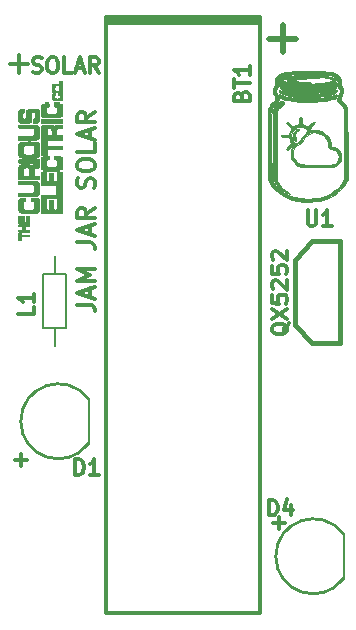
<source format=gbr>
G04 #@! TF.GenerationSoftware,KiCad,Pcbnew,(5.1.0)-1*
G04 #@! TF.CreationDate,2020-11-16T17:40:50+00:00*
G04 #@! TF.ProjectId,Jam Jar Solar PCB,4a616d20-4a61-4722-9053-6f6c61722050,rev?*
G04 #@! TF.SameCoordinates,Original*
G04 #@! TF.FileFunction,Legend,Top*
G04 #@! TF.FilePolarity,Positive*
%FSLAX46Y46*%
G04 Gerber Fmt 4.6, Leading zero omitted, Abs format (unit mm)*
G04 Created by KiCad (PCBNEW (5.1.0)-1) date 2020-11-16 17:40:50*
%MOMM*%
%LPD*%
G04 APERTURE LIST*
%ADD10C,0.300000*%
%ADD11C,0.381000*%
%ADD12C,0.100000*%
%ADD13C,0.254000*%
%ADD14C,0.203200*%
%ADD15C,0.010000*%
%ADD16C,0.200000*%
%ADD17C,0.500000*%
G04 APERTURE END LIST*
D10*
X172025571Y-59962857D02*
X173097000Y-59962857D01*
X173311285Y-60034285D01*
X173454142Y-60177142D01*
X173525571Y-60391428D01*
X173525571Y-60534285D01*
X173097000Y-59320000D02*
X173097000Y-58605714D01*
X173525571Y-59462857D02*
X172025571Y-58962857D01*
X173525571Y-58462857D01*
X173525571Y-57962857D02*
X172025571Y-57962857D01*
X173097000Y-57462857D01*
X172025571Y-56962857D01*
X173525571Y-56962857D01*
X172025571Y-54677142D02*
X173097000Y-54677142D01*
X173311285Y-54748571D01*
X173454142Y-54891428D01*
X173525571Y-55105714D01*
X173525571Y-55248571D01*
X173097000Y-54034285D02*
X173097000Y-53320000D01*
X173525571Y-54177142D02*
X172025571Y-53677142D01*
X173525571Y-53177142D01*
X173525571Y-51820000D02*
X172811285Y-52320000D01*
X173525571Y-52677142D02*
X172025571Y-52677142D01*
X172025571Y-52105714D01*
X172097000Y-51962857D01*
X172168428Y-51891428D01*
X172311285Y-51820000D01*
X172525571Y-51820000D01*
X172668428Y-51891428D01*
X172739857Y-51962857D01*
X172811285Y-52105714D01*
X172811285Y-52677142D01*
X173454142Y-50105714D02*
X173525571Y-49891428D01*
X173525571Y-49534285D01*
X173454142Y-49391428D01*
X173382714Y-49320000D01*
X173239857Y-49248571D01*
X173097000Y-49248571D01*
X172954142Y-49320000D01*
X172882714Y-49391428D01*
X172811285Y-49534285D01*
X172739857Y-49820000D01*
X172668428Y-49962857D01*
X172597000Y-50034285D01*
X172454142Y-50105714D01*
X172311285Y-50105714D01*
X172168428Y-50034285D01*
X172097000Y-49962857D01*
X172025571Y-49820000D01*
X172025571Y-49462857D01*
X172097000Y-49248571D01*
X172025571Y-48320000D02*
X172025571Y-48034285D01*
X172097000Y-47891428D01*
X172239857Y-47748571D01*
X172525571Y-47677142D01*
X173025571Y-47677142D01*
X173311285Y-47748571D01*
X173454142Y-47891428D01*
X173525571Y-48034285D01*
X173525571Y-48320000D01*
X173454142Y-48462857D01*
X173311285Y-48605714D01*
X173025571Y-48677142D01*
X172525571Y-48677142D01*
X172239857Y-48605714D01*
X172097000Y-48462857D01*
X172025571Y-48320000D01*
X173525571Y-46320000D02*
X173525571Y-47034285D01*
X172025571Y-47034285D01*
X173097000Y-45891428D02*
X173097000Y-45177142D01*
X173525571Y-46034285D02*
X172025571Y-45534285D01*
X173525571Y-45034285D01*
X173525571Y-43677142D02*
X172811285Y-44177142D01*
X173525571Y-44534285D02*
X172025571Y-44534285D01*
X172025571Y-43962857D01*
X172097000Y-43820000D01*
X172168428Y-43748571D01*
X172311285Y-43677142D01*
X172525571Y-43677142D01*
X172668428Y-43748571D01*
X172739857Y-43820000D01*
X172811285Y-43962857D01*
X172811285Y-44534285D01*
D11*
X190500000Y-61690000D02*
X191905000Y-63190000D01*
X191905000Y-54610000D02*
X190500000Y-56190000D01*
X191905000Y-54610000D02*
X194310000Y-54610000D01*
X194310000Y-54610000D02*
X194270000Y-63190000D01*
X194310000Y-63190000D02*
X191905000Y-63190000D01*
X190500000Y-61690000D02*
X190500000Y-56190000D01*
D10*
X187475000Y-36100000D02*
X187475000Y-35600000D01*
X174475000Y-36100000D02*
X174475000Y-35600000D01*
D12*
G36*
X187475000Y-35600000D02*
G01*
X174475000Y-35600000D01*
X174475000Y-36100000D01*
X187475000Y-36100000D01*
X187475000Y-35600000D01*
G37*
X187475000Y-35600000D02*
X174475000Y-35600000D01*
X174475000Y-36100000D01*
X187475000Y-36100000D01*
X187475000Y-35600000D01*
D10*
X180975000Y-35600000D02*
X180975000Y-36100000D01*
X174475000Y-35600000D02*
X187475000Y-35600000D01*
X174475000Y-36100000D02*
X187475000Y-36100000D01*
X174475000Y-86100000D02*
X174475000Y-36100000D01*
X187475000Y-86100000D02*
X174475000Y-86100000D01*
X187475000Y-36100000D02*
X187475000Y-86100000D01*
D13*
X172971997Y-67942332D02*
G75*
G03X172974000Y-71755000I-2537997J-1907668D01*
G01*
D14*
X173024800Y-71755000D02*
X173024800Y-67945000D01*
D13*
X194561997Y-79372332D02*
G75*
G03X194564000Y-83185000I-2537997J-1907668D01*
G01*
D14*
X194614800Y-83185000D02*
X194614800Y-79375000D01*
D15*
G36*
X170621000Y-41147000D02*
G01*
X170621000Y-41057000D01*
X170711000Y-41057000D01*
X170711000Y-41147000D01*
X170621000Y-41147000D01*
X170621000Y-41147000D01*
G37*
X170621000Y-41147000D02*
X170621000Y-41057000D01*
X170711000Y-41057000D01*
X170711000Y-41147000D01*
X170621000Y-41147000D01*
G36*
X170621000Y-41237000D02*
G01*
X170621000Y-41147000D01*
X170711000Y-41147000D01*
X170711000Y-41237000D01*
X170621000Y-41237000D01*
X170621000Y-41237000D01*
G37*
X170621000Y-41237000D02*
X170621000Y-41147000D01*
X170711000Y-41147000D01*
X170711000Y-41237000D01*
X170621000Y-41237000D01*
G36*
X170621000Y-41417000D02*
G01*
X170621000Y-41327000D01*
X170711000Y-41327000D01*
X170711000Y-41417000D01*
X170621000Y-41417000D01*
X170621000Y-41417000D01*
G37*
X170621000Y-41417000D02*
X170621000Y-41327000D01*
X170711000Y-41327000D01*
X170711000Y-41417000D01*
X170621000Y-41417000D01*
G36*
X170621000Y-41507000D02*
G01*
X170621000Y-41417000D01*
X170711000Y-41417000D01*
X170711000Y-41507000D01*
X170621000Y-41507000D01*
X170621000Y-41507000D01*
G37*
X170621000Y-41507000D02*
X170621000Y-41417000D01*
X170711000Y-41417000D01*
X170711000Y-41507000D01*
X170621000Y-41507000D01*
G36*
X170621000Y-41597000D02*
G01*
X170621000Y-41507000D01*
X170711000Y-41507000D01*
X170711000Y-41597000D01*
X170621000Y-41597000D01*
X170621000Y-41597000D01*
G37*
X170621000Y-41597000D02*
X170621000Y-41507000D01*
X170711000Y-41507000D01*
X170711000Y-41597000D01*
X170621000Y-41597000D01*
G36*
X170621000Y-41687000D02*
G01*
X170621000Y-41597000D01*
X170711000Y-41597000D01*
X170711000Y-41687000D01*
X170621000Y-41687000D01*
X170621000Y-41687000D01*
G37*
X170621000Y-41687000D02*
X170621000Y-41597000D01*
X170711000Y-41597000D01*
X170711000Y-41687000D01*
X170621000Y-41687000D01*
G36*
X170621000Y-41777000D02*
G01*
X170621000Y-41687000D01*
X170711000Y-41687000D01*
X170711000Y-41777000D01*
X170621000Y-41777000D01*
X170621000Y-41777000D01*
G37*
X170621000Y-41777000D02*
X170621000Y-41687000D01*
X170711000Y-41687000D01*
X170711000Y-41777000D01*
X170621000Y-41777000D01*
G36*
X170621000Y-41867000D02*
G01*
X170621000Y-41777000D01*
X170711000Y-41777000D01*
X170711000Y-41867000D01*
X170621000Y-41867000D01*
X170621000Y-41867000D01*
G37*
X170621000Y-41867000D02*
X170621000Y-41777000D01*
X170711000Y-41777000D01*
X170711000Y-41867000D01*
X170621000Y-41867000D01*
G36*
X170621000Y-41957000D02*
G01*
X170621000Y-41867000D01*
X170711000Y-41867000D01*
X170711000Y-41957000D01*
X170621000Y-41957000D01*
X170621000Y-41957000D01*
G37*
X170621000Y-41957000D02*
X170621000Y-41867000D01*
X170711000Y-41867000D01*
X170711000Y-41957000D01*
X170621000Y-41957000D01*
G36*
X170621000Y-42137000D02*
G01*
X170621000Y-42047000D01*
X170711000Y-42047000D01*
X170711000Y-42137000D01*
X170621000Y-42137000D01*
X170621000Y-42137000D01*
G37*
X170621000Y-42137000D02*
X170621000Y-42047000D01*
X170711000Y-42047000D01*
X170711000Y-42137000D01*
X170621000Y-42137000D01*
G36*
X170621000Y-42227000D02*
G01*
X170621000Y-42137000D01*
X170711000Y-42137000D01*
X170711000Y-42227000D01*
X170621000Y-42227000D01*
X170621000Y-42227000D01*
G37*
X170621000Y-42227000D02*
X170621000Y-42137000D01*
X170711000Y-42137000D01*
X170711000Y-42227000D01*
X170621000Y-42227000D01*
G36*
X170621000Y-42317000D02*
G01*
X170621000Y-42227000D01*
X170711000Y-42227000D01*
X170711000Y-42317000D01*
X170621000Y-42317000D01*
X170621000Y-42317000D01*
G37*
X170621000Y-42317000D02*
X170621000Y-42227000D01*
X170711000Y-42227000D01*
X170711000Y-42317000D01*
X170621000Y-42317000D01*
G36*
X170621000Y-42407000D02*
G01*
X170621000Y-42317000D01*
X170711000Y-42317000D01*
X170711000Y-42407000D01*
X170621000Y-42407000D01*
X170621000Y-42407000D01*
G37*
X170621000Y-42407000D02*
X170621000Y-42317000D01*
X170711000Y-42317000D01*
X170711000Y-42407000D01*
X170621000Y-42407000D01*
G36*
X170621000Y-42497000D02*
G01*
X170621000Y-42407000D01*
X170711000Y-42407000D01*
X170711000Y-42497000D01*
X170621000Y-42497000D01*
X170621000Y-42497000D01*
G37*
X170621000Y-42497000D02*
X170621000Y-42407000D01*
X170711000Y-42407000D01*
X170711000Y-42497000D01*
X170621000Y-42497000D01*
G36*
X170621000Y-42587000D02*
G01*
X170621000Y-42497000D01*
X170711000Y-42497000D01*
X170711000Y-42587000D01*
X170621000Y-42587000D01*
X170621000Y-42587000D01*
G37*
X170621000Y-42587000D02*
X170621000Y-42497000D01*
X170711000Y-42497000D01*
X170711000Y-42587000D01*
X170621000Y-42587000D01*
G36*
X170621000Y-42677000D02*
G01*
X170621000Y-42587000D01*
X170711000Y-42587000D01*
X170711000Y-42677000D01*
X170621000Y-42677000D01*
X170621000Y-42677000D01*
G37*
X170621000Y-42677000D02*
X170621000Y-42587000D01*
X170711000Y-42587000D01*
X170711000Y-42677000D01*
X170621000Y-42677000D01*
G36*
X170621000Y-43037000D02*
G01*
X170621000Y-42947000D01*
X170711000Y-42947000D01*
X170711000Y-43037000D01*
X170621000Y-43037000D01*
X170621000Y-43037000D01*
G37*
X170621000Y-43037000D02*
X170621000Y-42947000D01*
X170711000Y-42947000D01*
X170711000Y-43037000D01*
X170621000Y-43037000D01*
G36*
X170621000Y-43127000D02*
G01*
X170621000Y-43037000D01*
X170711000Y-43037000D01*
X170711000Y-43127000D01*
X170621000Y-43127000D01*
X170621000Y-43127000D01*
G37*
X170621000Y-43127000D02*
X170621000Y-43037000D01*
X170711000Y-43037000D01*
X170711000Y-43127000D01*
X170621000Y-43127000D01*
G36*
X170621000Y-43217000D02*
G01*
X170621000Y-43127000D01*
X170711000Y-43127000D01*
X170711000Y-43217000D01*
X170621000Y-43217000D01*
X170621000Y-43217000D01*
G37*
X170621000Y-43217000D02*
X170621000Y-43127000D01*
X170711000Y-43127000D01*
X170711000Y-43217000D01*
X170621000Y-43217000D01*
G36*
X170621000Y-43307000D02*
G01*
X170621000Y-43217000D01*
X170711000Y-43217000D01*
X170711000Y-43307000D01*
X170621000Y-43307000D01*
X170621000Y-43307000D01*
G37*
X170621000Y-43307000D02*
X170621000Y-43217000D01*
X170711000Y-43217000D01*
X170711000Y-43307000D01*
X170621000Y-43307000D01*
G36*
X170621000Y-43397000D02*
G01*
X170621000Y-43307000D01*
X170711000Y-43307000D01*
X170711000Y-43397000D01*
X170621000Y-43397000D01*
X170621000Y-43397000D01*
G37*
X170621000Y-43397000D02*
X170621000Y-43307000D01*
X170711000Y-43307000D01*
X170711000Y-43397000D01*
X170621000Y-43397000D01*
G36*
X170621000Y-43487000D02*
G01*
X170621000Y-43397000D01*
X170711000Y-43397000D01*
X170711000Y-43487000D01*
X170621000Y-43487000D01*
X170621000Y-43487000D01*
G37*
X170621000Y-43487000D02*
X170621000Y-43397000D01*
X170711000Y-43397000D01*
X170711000Y-43487000D01*
X170621000Y-43487000D01*
G36*
X170621000Y-43577000D02*
G01*
X170621000Y-43487000D01*
X170711000Y-43487000D01*
X170711000Y-43577000D01*
X170621000Y-43577000D01*
X170621000Y-43577000D01*
G37*
X170621000Y-43577000D02*
X170621000Y-43487000D01*
X170711000Y-43487000D01*
X170711000Y-43577000D01*
X170621000Y-43577000D01*
G36*
X170621000Y-43667000D02*
G01*
X170621000Y-43577000D01*
X170711000Y-43577000D01*
X170711000Y-43667000D01*
X170621000Y-43667000D01*
X170621000Y-43667000D01*
G37*
X170621000Y-43667000D02*
X170621000Y-43577000D01*
X170711000Y-43577000D01*
X170711000Y-43667000D01*
X170621000Y-43667000D01*
G36*
X170621000Y-43757000D02*
G01*
X170621000Y-43667000D01*
X170711000Y-43667000D01*
X170711000Y-43757000D01*
X170621000Y-43757000D01*
X170621000Y-43757000D01*
G37*
X170621000Y-43757000D02*
X170621000Y-43667000D01*
X170711000Y-43667000D01*
X170711000Y-43757000D01*
X170621000Y-43757000D01*
G36*
X170621000Y-43847000D02*
G01*
X170621000Y-43757000D01*
X170711000Y-43757000D01*
X170711000Y-43847000D01*
X170621000Y-43847000D01*
X170621000Y-43847000D01*
G37*
X170621000Y-43847000D02*
X170621000Y-43757000D01*
X170711000Y-43757000D01*
X170711000Y-43847000D01*
X170621000Y-43847000D01*
G36*
X170621000Y-43937000D02*
G01*
X170621000Y-43847000D01*
X170711000Y-43847000D01*
X170711000Y-43937000D01*
X170621000Y-43937000D01*
X170621000Y-43937000D01*
G37*
X170621000Y-43937000D02*
X170621000Y-43847000D01*
X170711000Y-43847000D01*
X170711000Y-43937000D01*
X170621000Y-43937000D01*
G36*
X170621000Y-44027000D02*
G01*
X170621000Y-43937000D01*
X170711000Y-43937000D01*
X170711000Y-44027000D01*
X170621000Y-44027000D01*
X170621000Y-44027000D01*
G37*
X170621000Y-44027000D02*
X170621000Y-43937000D01*
X170711000Y-43937000D01*
X170711000Y-44027000D01*
X170621000Y-44027000D01*
G36*
X170621000Y-44387000D02*
G01*
X170621000Y-44297000D01*
X170711000Y-44297000D01*
X170711000Y-44387000D01*
X170621000Y-44387000D01*
X170621000Y-44387000D01*
G37*
X170621000Y-44387000D02*
X170621000Y-44297000D01*
X170711000Y-44297000D01*
X170711000Y-44387000D01*
X170621000Y-44387000D01*
G36*
X170621000Y-44477000D02*
G01*
X170621000Y-44387000D01*
X170711000Y-44387000D01*
X170711000Y-44477000D01*
X170621000Y-44477000D01*
X170621000Y-44477000D01*
G37*
X170621000Y-44477000D02*
X170621000Y-44387000D01*
X170711000Y-44387000D01*
X170711000Y-44477000D01*
X170621000Y-44477000D01*
G36*
X170621000Y-44567000D02*
G01*
X170621000Y-44477000D01*
X170711000Y-44477000D01*
X170711000Y-44567000D01*
X170621000Y-44567000D01*
X170621000Y-44567000D01*
G37*
X170621000Y-44567000D02*
X170621000Y-44477000D01*
X170711000Y-44477000D01*
X170711000Y-44567000D01*
X170621000Y-44567000D01*
G36*
X170621000Y-44837000D02*
G01*
X170621000Y-44747000D01*
X170711000Y-44747000D01*
X170711000Y-44837000D01*
X170621000Y-44837000D01*
X170621000Y-44837000D01*
G37*
X170621000Y-44837000D02*
X170621000Y-44747000D01*
X170711000Y-44747000D01*
X170711000Y-44837000D01*
X170621000Y-44837000D01*
G36*
X170621000Y-44927000D02*
G01*
X170621000Y-44837000D01*
X170711000Y-44837000D01*
X170711000Y-44927000D01*
X170621000Y-44927000D01*
X170621000Y-44927000D01*
G37*
X170621000Y-44927000D02*
X170621000Y-44837000D01*
X170711000Y-44837000D01*
X170711000Y-44927000D01*
X170621000Y-44927000D01*
G36*
X170621000Y-45017000D02*
G01*
X170621000Y-44927000D01*
X170711000Y-44927000D01*
X170711000Y-45017000D01*
X170621000Y-45017000D01*
X170621000Y-45017000D01*
G37*
X170621000Y-45017000D02*
X170621000Y-44927000D01*
X170711000Y-44927000D01*
X170711000Y-45017000D01*
X170621000Y-45017000D01*
G36*
X170621000Y-45737000D02*
G01*
X170621000Y-45647000D01*
X170711000Y-45647000D01*
X170711000Y-45737000D01*
X170621000Y-45737000D01*
X170621000Y-45737000D01*
G37*
X170621000Y-45737000D02*
X170621000Y-45647000D01*
X170711000Y-45647000D01*
X170711000Y-45737000D01*
X170621000Y-45737000D01*
G36*
X170621000Y-45827000D02*
G01*
X170621000Y-45737000D01*
X170711000Y-45737000D01*
X170711000Y-45827000D01*
X170621000Y-45827000D01*
X170621000Y-45827000D01*
G37*
X170621000Y-45827000D02*
X170621000Y-45737000D01*
X170711000Y-45737000D01*
X170711000Y-45827000D01*
X170621000Y-45827000D01*
G36*
X170621000Y-45917000D02*
G01*
X170621000Y-45827000D01*
X170711000Y-45827000D01*
X170711000Y-45917000D01*
X170621000Y-45917000D01*
X170621000Y-45917000D01*
G37*
X170621000Y-45917000D02*
X170621000Y-45827000D01*
X170711000Y-45827000D01*
X170711000Y-45917000D01*
X170621000Y-45917000D01*
G36*
X170621000Y-46007000D02*
G01*
X170621000Y-45917000D01*
X170711000Y-45917000D01*
X170711000Y-46007000D01*
X170621000Y-46007000D01*
X170621000Y-46007000D01*
G37*
X170621000Y-46007000D02*
X170621000Y-45917000D01*
X170711000Y-45917000D01*
X170711000Y-46007000D01*
X170621000Y-46007000D01*
G36*
X170621000Y-46637000D02*
G01*
X170621000Y-46547000D01*
X170711000Y-46547000D01*
X170711000Y-46637000D01*
X170621000Y-46637000D01*
X170621000Y-46637000D01*
G37*
X170621000Y-46637000D02*
X170621000Y-46547000D01*
X170711000Y-46547000D01*
X170711000Y-46637000D01*
X170621000Y-46637000D01*
G36*
X170621000Y-46727000D02*
G01*
X170621000Y-46637000D01*
X170711000Y-46637000D01*
X170711000Y-46727000D01*
X170621000Y-46727000D01*
X170621000Y-46727000D01*
G37*
X170621000Y-46727000D02*
X170621000Y-46637000D01*
X170711000Y-46637000D01*
X170711000Y-46727000D01*
X170621000Y-46727000D01*
G36*
X170621000Y-46817000D02*
G01*
X170621000Y-46727000D01*
X170711000Y-46727000D01*
X170711000Y-46817000D01*
X170621000Y-46817000D01*
X170621000Y-46817000D01*
G37*
X170621000Y-46817000D02*
X170621000Y-46727000D01*
X170711000Y-46727000D01*
X170711000Y-46817000D01*
X170621000Y-46817000D01*
G36*
X170621000Y-47537000D02*
G01*
X170621000Y-47447000D01*
X170711000Y-47447000D01*
X170711000Y-47537000D01*
X170621000Y-47537000D01*
X170621000Y-47537000D01*
G37*
X170621000Y-47537000D02*
X170621000Y-47447000D01*
X170711000Y-47447000D01*
X170711000Y-47537000D01*
X170621000Y-47537000D01*
G36*
X170621000Y-47627000D02*
G01*
X170621000Y-47537000D01*
X170711000Y-47537000D01*
X170711000Y-47627000D01*
X170621000Y-47627000D01*
X170621000Y-47627000D01*
G37*
X170621000Y-47627000D02*
X170621000Y-47537000D01*
X170711000Y-47537000D01*
X170711000Y-47627000D01*
X170621000Y-47627000D01*
G36*
X170621000Y-47717000D02*
G01*
X170621000Y-47627000D01*
X170711000Y-47627000D01*
X170711000Y-47717000D01*
X170621000Y-47717000D01*
X170621000Y-47717000D01*
G37*
X170621000Y-47717000D02*
X170621000Y-47627000D01*
X170711000Y-47627000D01*
X170711000Y-47717000D01*
X170621000Y-47717000D01*
G36*
X170621000Y-47807000D02*
G01*
X170621000Y-47717000D01*
X170711000Y-47717000D01*
X170711000Y-47807000D01*
X170621000Y-47807000D01*
X170621000Y-47807000D01*
G37*
X170621000Y-47807000D02*
X170621000Y-47717000D01*
X170711000Y-47717000D01*
X170711000Y-47807000D01*
X170621000Y-47807000D01*
G36*
X170621000Y-47897000D02*
G01*
X170621000Y-47807000D01*
X170711000Y-47807000D01*
X170711000Y-47897000D01*
X170621000Y-47897000D01*
X170621000Y-47897000D01*
G37*
X170621000Y-47897000D02*
X170621000Y-47807000D01*
X170711000Y-47807000D01*
X170711000Y-47897000D01*
X170621000Y-47897000D01*
G36*
X170621000Y-47987000D02*
G01*
X170621000Y-47897000D01*
X170711000Y-47897000D01*
X170711000Y-47987000D01*
X170621000Y-47987000D01*
X170621000Y-47987000D01*
G37*
X170621000Y-47987000D02*
X170621000Y-47897000D01*
X170711000Y-47897000D01*
X170711000Y-47987000D01*
X170621000Y-47987000D01*
G36*
X170621000Y-48077000D02*
G01*
X170621000Y-47987000D01*
X170711000Y-47987000D01*
X170711000Y-48077000D01*
X170621000Y-48077000D01*
X170621000Y-48077000D01*
G37*
X170621000Y-48077000D02*
X170621000Y-47987000D01*
X170711000Y-47987000D01*
X170711000Y-48077000D01*
X170621000Y-48077000D01*
G36*
X170621000Y-48167000D02*
G01*
X170621000Y-48077000D01*
X170711000Y-48077000D01*
X170711000Y-48167000D01*
X170621000Y-48167000D01*
X170621000Y-48167000D01*
G37*
X170621000Y-48167000D02*
X170621000Y-48077000D01*
X170711000Y-48077000D01*
X170711000Y-48167000D01*
X170621000Y-48167000D01*
G36*
X170621000Y-48257000D02*
G01*
X170621000Y-48167000D01*
X170711000Y-48167000D01*
X170711000Y-48257000D01*
X170621000Y-48257000D01*
X170621000Y-48257000D01*
G37*
X170621000Y-48257000D02*
X170621000Y-48167000D01*
X170711000Y-48167000D01*
X170711000Y-48257000D01*
X170621000Y-48257000D01*
G36*
X170621000Y-48347000D02*
G01*
X170621000Y-48257000D01*
X170711000Y-48257000D01*
X170711000Y-48347000D01*
X170621000Y-48347000D01*
X170621000Y-48347000D01*
G37*
X170621000Y-48347000D02*
X170621000Y-48257000D01*
X170711000Y-48257000D01*
X170711000Y-48347000D01*
X170621000Y-48347000D01*
G36*
X170621000Y-48437000D02*
G01*
X170621000Y-48347000D01*
X170711000Y-48347000D01*
X170711000Y-48437000D01*
X170621000Y-48437000D01*
X170621000Y-48437000D01*
G37*
X170621000Y-48437000D02*
X170621000Y-48347000D01*
X170711000Y-48347000D01*
X170711000Y-48437000D01*
X170621000Y-48437000D01*
G36*
X170621000Y-48527000D02*
G01*
X170621000Y-48437000D01*
X170711000Y-48437000D01*
X170711000Y-48527000D01*
X170621000Y-48527000D01*
X170621000Y-48527000D01*
G37*
X170621000Y-48527000D02*
X170621000Y-48437000D01*
X170711000Y-48437000D01*
X170711000Y-48527000D01*
X170621000Y-48527000D01*
G36*
X170621000Y-48797000D02*
G01*
X170621000Y-48707000D01*
X170711000Y-48707000D01*
X170711000Y-48797000D01*
X170621000Y-48797000D01*
X170621000Y-48797000D01*
G37*
X170621000Y-48797000D02*
X170621000Y-48707000D01*
X170711000Y-48707000D01*
X170711000Y-48797000D01*
X170621000Y-48797000D01*
G36*
X170621000Y-48887000D02*
G01*
X170621000Y-48797000D01*
X170711000Y-48797000D01*
X170711000Y-48887000D01*
X170621000Y-48887000D01*
X170621000Y-48887000D01*
G37*
X170621000Y-48887000D02*
X170621000Y-48797000D01*
X170711000Y-48797000D01*
X170711000Y-48887000D01*
X170621000Y-48887000D01*
G36*
X170621000Y-48977000D02*
G01*
X170621000Y-48887000D01*
X170711000Y-48887000D01*
X170711000Y-48977000D01*
X170621000Y-48977000D01*
X170621000Y-48977000D01*
G37*
X170621000Y-48977000D02*
X170621000Y-48887000D01*
X170711000Y-48887000D01*
X170711000Y-48977000D01*
X170621000Y-48977000D01*
G36*
X170621000Y-49067000D02*
G01*
X170621000Y-48977000D01*
X170711000Y-48977000D01*
X170711000Y-49067000D01*
X170621000Y-49067000D01*
X170621000Y-49067000D01*
G37*
X170621000Y-49067000D02*
X170621000Y-48977000D01*
X170711000Y-48977000D01*
X170711000Y-49067000D01*
X170621000Y-49067000D01*
G36*
X170621000Y-49157000D02*
G01*
X170621000Y-49067000D01*
X170711000Y-49067000D01*
X170711000Y-49157000D01*
X170621000Y-49157000D01*
X170621000Y-49157000D01*
G37*
X170621000Y-49157000D02*
X170621000Y-49067000D01*
X170711000Y-49067000D01*
X170711000Y-49157000D01*
X170621000Y-49157000D01*
G36*
X170621000Y-49247000D02*
G01*
X170621000Y-49157000D01*
X170711000Y-49157000D01*
X170711000Y-49247000D01*
X170621000Y-49247000D01*
X170621000Y-49247000D01*
G37*
X170621000Y-49247000D02*
X170621000Y-49157000D01*
X170711000Y-49157000D01*
X170711000Y-49247000D01*
X170621000Y-49247000D01*
G36*
X170621000Y-49337000D02*
G01*
X170621000Y-49247000D01*
X170711000Y-49247000D01*
X170711000Y-49337000D01*
X170621000Y-49337000D01*
X170621000Y-49337000D01*
G37*
X170621000Y-49337000D02*
X170621000Y-49247000D01*
X170711000Y-49247000D01*
X170711000Y-49337000D01*
X170621000Y-49337000D01*
G36*
X170621000Y-49427000D02*
G01*
X170621000Y-49337000D01*
X170711000Y-49337000D01*
X170711000Y-49427000D01*
X170621000Y-49427000D01*
X170621000Y-49427000D01*
G37*
X170621000Y-49427000D02*
X170621000Y-49337000D01*
X170711000Y-49337000D01*
X170711000Y-49427000D01*
X170621000Y-49427000D01*
G36*
X170621000Y-49517000D02*
G01*
X170621000Y-49427000D01*
X170711000Y-49427000D01*
X170711000Y-49517000D01*
X170621000Y-49517000D01*
X170621000Y-49517000D01*
G37*
X170621000Y-49517000D02*
X170621000Y-49427000D01*
X170711000Y-49427000D01*
X170711000Y-49517000D01*
X170621000Y-49517000D01*
G36*
X170621000Y-49607000D02*
G01*
X170621000Y-49517000D01*
X170711000Y-49517000D01*
X170711000Y-49607000D01*
X170621000Y-49607000D01*
X170621000Y-49607000D01*
G37*
X170621000Y-49607000D02*
X170621000Y-49517000D01*
X170711000Y-49517000D01*
X170711000Y-49607000D01*
X170621000Y-49607000D01*
G36*
X170621000Y-49697000D02*
G01*
X170621000Y-49607000D01*
X170711000Y-49607000D01*
X170711000Y-49697000D01*
X170621000Y-49697000D01*
X170621000Y-49697000D01*
G37*
X170621000Y-49697000D02*
X170621000Y-49607000D01*
X170711000Y-49607000D01*
X170711000Y-49697000D01*
X170621000Y-49697000D01*
G36*
X170621000Y-49787000D02*
G01*
X170621000Y-49697000D01*
X170711000Y-49697000D01*
X170711000Y-49787000D01*
X170621000Y-49787000D01*
X170621000Y-49787000D01*
G37*
X170621000Y-49787000D02*
X170621000Y-49697000D01*
X170711000Y-49697000D01*
X170711000Y-49787000D01*
X170621000Y-49787000D01*
G36*
X170621000Y-49877000D02*
G01*
X170621000Y-49787000D01*
X170711000Y-49787000D01*
X170711000Y-49877000D01*
X170621000Y-49877000D01*
X170621000Y-49877000D01*
G37*
X170621000Y-49877000D02*
X170621000Y-49787000D01*
X170711000Y-49787000D01*
X170711000Y-49877000D01*
X170621000Y-49877000D01*
G36*
X170621000Y-50057000D02*
G01*
X170621000Y-49967000D01*
X170711000Y-49967000D01*
X170711000Y-50057000D01*
X170621000Y-50057000D01*
X170621000Y-50057000D01*
G37*
X170621000Y-50057000D02*
X170621000Y-49967000D01*
X170711000Y-49967000D01*
X170711000Y-50057000D01*
X170621000Y-50057000D01*
G36*
X170621000Y-50147000D02*
G01*
X170621000Y-50057000D01*
X170711000Y-50057000D01*
X170711000Y-50147000D01*
X170621000Y-50147000D01*
X170621000Y-50147000D01*
G37*
X170621000Y-50147000D02*
X170621000Y-50057000D01*
X170711000Y-50057000D01*
X170711000Y-50147000D01*
X170621000Y-50147000D01*
G36*
X170621000Y-50237000D02*
G01*
X170621000Y-50147000D01*
X170711000Y-50147000D01*
X170711000Y-50237000D01*
X170621000Y-50237000D01*
X170621000Y-50237000D01*
G37*
X170621000Y-50237000D02*
X170621000Y-50147000D01*
X170711000Y-50147000D01*
X170711000Y-50237000D01*
X170621000Y-50237000D01*
G36*
X170621000Y-50327000D02*
G01*
X170621000Y-50237000D01*
X170711000Y-50237000D01*
X170711000Y-50327000D01*
X170621000Y-50327000D01*
X170621000Y-50327000D01*
G37*
X170621000Y-50327000D02*
X170621000Y-50237000D01*
X170711000Y-50237000D01*
X170711000Y-50327000D01*
X170621000Y-50327000D01*
G36*
X170621000Y-50417000D02*
G01*
X170621000Y-50327000D01*
X170711000Y-50327000D01*
X170711000Y-50417000D01*
X170621000Y-50417000D01*
X170621000Y-50417000D01*
G37*
X170621000Y-50417000D02*
X170621000Y-50327000D01*
X170711000Y-50327000D01*
X170711000Y-50417000D01*
X170621000Y-50417000D01*
G36*
X170621000Y-50507000D02*
G01*
X170621000Y-50417000D01*
X170711000Y-50417000D01*
X170711000Y-50507000D01*
X170621000Y-50507000D01*
X170621000Y-50507000D01*
G37*
X170621000Y-50507000D02*
X170621000Y-50417000D01*
X170711000Y-50417000D01*
X170711000Y-50507000D01*
X170621000Y-50507000D01*
G36*
X170621000Y-50597000D02*
G01*
X170621000Y-50507000D01*
X170711000Y-50507000D01*
X170711000Y-50597000D01*
X170621000Y-50597000D01*
X170621000Y-50597000D01*
G37*
X170621000Y-50597000D02*
X170621000Y-50507000D01*
X170711000Y-50507000D01*
X170711000Y-50597000D01*
X170621000Y-50597000D01*
G36*
X170621000Y-50687000D02*
G01*
X170621000Y-50597000D01*
X170711000Y-50597000D01*
X170711000Y-50687000D01*
X170621000Y-50687000D01*
X170621000Y-50687000D01*
G37*
X170621000Y-50687000D02*
X170621000Y-50597000D01*
X170711000Y-50597000D01*
X170711000Y-50687000D01*
X170621000Y-50687000D01*
G36*
X170621000Y-50777000D02*
G01*
X170621000Y-50687000D01*
X170711000Y-50687000D01*
X170711000Y-50777000D01*
X170621000Y-50777000D01*
X170621000Y-50777000D01*
G37*
X170621000Y-50777000D02*
X170621000Y-50687000D01*
X170711000Y-50687000D01*
X170711000Y-50777000D01*
X170621000Y-50777000D01*
G36*
X170621000Y-50867000D02*
G01*
X170621000Y-50777000D01*
X170711000Y-50777000D01*
X170711000Y-50867000D01*
X170621000Y-50867000D01*
X170621000Y-50867000D01*
G37*
X170621000Y-50867000D02*
X170621000Y-50777000D01*
X170711000Y-50777000D01*
X170711000Y-50867000D01*
X170621000Y-50867000D01*
G36*
X170621000Y-50957000D02*
G01*
X170621000Y-50867000D01*
X170711000Y-50867000D01*
X170711000Y-50957000D01*
X170621000Y-50957000D01*
X170621000Y-50957000D01*
G37*
X170621000Y-50957000D02*
X170621000Y-50867000D01*
X170711000Y-50867000D01*
X170711000Y-50957000D01*
X170621000Y-50957000D01*
G36*
X170621000Y-51137000D02*
G01*
X170621000Y-51047000D01*
X170711000Y-51047000D01*
X170711000Y-51137000D01*
X170621000Y-51137000D01*
X170621000Y-51137000D01*
G37*
X170621000Y-51137000D02*
X170621000Y-51047000D01*
X170711000Y-51047000D01*
X170711000Y-51137000D01*
X170621000Y-51137000D01*
G36*
X170621000Y-51227000D02*
G01*
X170621000Y-51137000D01*
X170711000Y-51137000D01*
X170711000Y-51227000D01*
X170621000Y-51227000D01*
X170621000Y-51227000D01*
G37*
X170621000Y-51227000D02*
X170621000Y-51137000D01*
X170711000Y-51137000D01*
X170711000Y-51227000D01*
X170621000Y-51227000D01*
G36*
X170621000Y-51317000D02*
G01*
X170621000Y-51227000D01*
X170711000Y-51227000D01*
X170711000Y-51317000D01*
X170621000Y-51317000D01*
X170621000Y-51317000D01*
G37*
X170621000Y-51317000D02*
X170621000Y-51227000D01*
X170711000Y-51227000D01*
X170711000Y-51317000D01*
X170621000Y-51317000D01*
G36*
X170621000Y-51407000D02*
G01*
X170621000Y-51317000D01*
X170711000Y-51317000D01*
X170711000Y-51407000D01*
X170621000Y-51407000D01*
X170621000Y-51407000D01*
G37*
X170621000Y-51407000D02*
X170621000Y-51317000D01*
X170711000Y-51317000D01*
X170711000Y-51407000D01*
X170621000Y-51407000D01*
G36*
X170621000Y-51497000D02*
G01*
X170621000Y-51407000D01*
X170711000Y-51407000D01*
X170711000Y-51497000D01*
X170621000Y-51497000D01*
X170621000Y-51497000D01*
G37*
X170621000Y-51497000D02*
X170621000Y-51407000D01*
X170711000Y-51407000D01*
X170711000Y-51497000D01*
X170621000Y-51497000D01*
G36*
X170621000Y-51587000D02*
G01*
X170621000Y-51497000D01*
X170711000Y-51497000D01*
X170711000Y-51587000D01*
X170621000Y-51587000D01*
X170621000Y-51587000D01*
G37*
X170621000Y-51587000D02*
X170621000Y-51497000D01*
X170711000Y-51497000D01*
X170711000Y-51587000D01*
X170621000Y-51587000D01*
G36*
X170621000Y-51677000D02*
G01*
X170621000Y-51587000D01*
X170711000Y-51587000D01*
X170711000Y-51677000D01*
X170621000Y-51677000D01*
X170621000Y-51677000D01*
G37*
X170621000Y-51677000D02*
X170621000Y-51587000D01*
X170711000Y-51587000D01*
X170711000Y-51677000D01*
X170621000Y-51677000D01*
G36*
X170621000Y-51767000D02*
G01*
X170621000Y-51677000D01*
X170711000Y-51677000D01*
X170711000Y-51767000D01*
X170621000Y-51767000D01*
X170621000Y-51767000D01*
G37*
X170621000Y-51767000D02*
X170621000Y-51677000D01*
X170711000Y-51677000D01*
X170711000Y-51767000D01*
X170621000Y-51767000D01*
G36*
X170621000Y-51857000D02*
G01*
X170621000Y-51767000D01*
X170711000Y-51767000D01*
X170711000Y-51857000D01*
X170621000Y-51857000D01*
X170621000Y-51857000D01*
G37*
X170621000Y-51857000D02*
X170621000Y-51767000D01*
X170711000Y-51767000D01*
X170711000Y-51857000D01*
X170621000Y-51857000D01*
G36*
X170621000Y-51947000D02*
G01*
X170621000Y-51857000D01*
X170711000Y-51857000D01*
X170711000Y-51947000D01*
X170621000Y-51947000D01*
X170621000Y-51947000D01*
G37*
X170621000Y-51947000D02*
X170621000Y-51857000D01*
X170711000Y-51857000D01*
X170711000Y-51947000D01*
X170621000Y-51947000D01*
G36*
X170621000Y-52037000D02*
G01*
X170621000Y-51947000D01*
X170711000Y-51947000D01*
X170711000Y-52037000D01*
X170621000Y-52037000D01*
X170621000Y-52037000D01*
G37*
X170621000Y-52037000D02*
X170621000Y-51947000D01*
X170711000Y-51947000D01*
X170711000Y-52037000D01*
X170621000Y-52037000D01*
G36*
X170621000Y-52127000D02*
G01*
X170621000Y-52037000D01*
X170711000Y-52037000D01*
X170711000Y-52127000D01*
X170621000Y-52127000D01*
X170621000Y-52127000D01*
G37*
X170621000Y-52127000D02*
X170621000Y-52037000D01*
X170711000Y-52037000D01*
X170711000Y-52127000D01*
X170621000Y-52127000D01*
G36*
X170621000Y-52217000D02*
G01*
X170621000Y-52127000D01*
X170711000Y-52127000D01*
X170711000Y-52217000D01*
X170621000Y-52217000D01*
X170621000Y-52217000D01*
G37*
X170621000Y-52217000D02*
X170621000Y-52127000D01*
X170711000Y-52127000D01*
X170711000Y-52217000D01*
X170621000Y-52217000D01*
G36*
X170531000Y-41147000D02*
G01*
X170531000Y-41057000D01*
X170621000Y-41057000D01*
X170621000Y-41147000D01*
X170531000Y-41147000D01*
X170531000Y-41147000D01*
G37*
X170531000Y-41147000D02*
X170531000Y-41057000D01*
X170621000Y-41057000D01*
X170621000Y-41147000D01*
X170531000Y-41147000D01*
G36*
X170531000Y-41237000D02*
G01*
X170531000Y-41147000D01*
X170621000Y-41147000D01*
X170621000Y-41237000D01*
X170531000Y-41237000D01*
X170531000Y-41237000D01*
G37*
X170531000Y-41237000D02*
X170531000Y-41147000D01*
X170621000Y-41147000D01*
X170621000Y-41237000D01*
X170531000Y-41237000D01*
G36*
X170531000Y-41417000D02*
G01*
X170531000Y-41327000D01*
X170621000Y-41327000D01*
X170621000Y-41417000D01*
X170531000Y-41417000D01*
X170531000Y-41417000D01*
G37*
X170531000Y-41417000D02*
X170531000Y-41327000D01*
X170621000Y-41327000D01*
X170621000Y-41417000D01*
X170531000Y-41417000D01*
G36*
X170531000Y-41507000D02*
G01*
X170531000Y-41417000D01*
X170621000Y-41417000D01*
X170621000Y-41507000D01*
X170531000Y-41507000D01*
X170531000Y-41507000D01*
G37*
X170531000Y-41507000D02*
X170531000Y-41417000D01*
X170621000Y-41417000D01*
X170621000Y-41507000D01*
X170531000Y-41507000D01*
G36*
X170531000Y-41597000D02*
G01*
X170531000Y-41507000D01*
X170621000Y-41507000D01*
X170621000Y-41597000D01*
X170531000Y-41597000D01*
X170531000Y-41597000D01*
G37*
X170531000Y-41597000D02*
X170531000Y-41507000D01*
X170621000Y-41507000D01*
X170621000Y-41597000D01*
X170531000Y-41597000D01*
G36*
X170531000Y-41687000D02*
G01*
X170531000Y-41597000D01*
X170621000Y-41597000D01*
X170621000Y-41687000D01*
X170531000Y-41687000D01*
X170531000Y-41687000D01*
G37*
X170531000Y-41687000D02*
X170531000Y-41597000D01*
X170621000Y-41597000D01*
X170621000Y-41687000D01*
X170531000Y-41687000D01*
G36*
X170531000Y-41777000D02*
G01*
X170531000Y-41687000D01*
X170621000Y-41687000D01*
X170621000Y-41777000D01*
X170531000Y-41777000D01*
X170531000Y-41777000D01*
G37*
X170531000Y-41777000D02*
X170531000Y-41687000D01*
X170621000Y-41687000D01*
X170621000Y-41777000D01*
X170531000Y-41777000D01*
G36*
X170531000Y-41867000D02*
G01*
X170531000Y-41777000D01*
X170621000Y-41777000D01*
X170621000Y-41867000D01*
X170531000Y-41867000D01*
X170531000Y-41867000D01*
G37*
X170531000Y-41867000D02*
X170531000Y-41777000D01*
X170621000Y-41777000D01*
X170621000Y-41867000D01*
X170531000Y-41867000D01*
G36*
X170531000Y-41957000D02*
G01*
X170531000Y-41867000D01*
X170621000Y-41867000D01*
X170621000Y-41957000D01*
X170531000Y-41957000D01*
X170531000Y-41957000D01*
G37*
X170531000Y-41957000D02*
X170531000Y-41867000D01*
X170621000Y-41867000D01*
X170621000Y-41957000D01*
X170531000Y-41957000D01*
G36*
X170531000Y-42137000D02*
G01*
X170531000Y-42047000D01*
X170621000Y-42047000D01*
X170621000Y-42137000D01*
X170531000Y-42137000D01*
X170531000Y-42137000D01*
G37*
X170531000Y-42137000D02*
X170531000Y-42047000D01*
X170621000Y-42047000D01*
X170621000Y-42137000D01*
X170531000Y-42137000D01*
G36*
X170531000Y-42227000D02*
G01*
X170531000Y-42137000D01*
X170621000Y-42137000D01*
X170621000Y-42227000D01*
X170531000Y-42227000D01*
X170531000Y-42227000D01*
G37*
X170531000Y-42227000D02*
X170531000Y-42137000D01*
X170621000Y-42137000D01*
X170621000Y-42227000D01*
X170531000Y-42227000D01*
G36*
X170531000Y-42587000D02*
G01*
X170531000Y-42497000D01*
X170621000Y-42497000D01*
X170621000Y-42587000D01*
X170531000Y-42587000D01*
X170531000Y-42587000D01*
G37*
X170531000Y-42587000D02*
X170531000Y-42497000D01*
X170621000Y-42497000D01*
X170621000Y-42587000D01*
X170531000Y-42587000D01*
G36*
X170531000Y-42677000D02*
G01*
X170531000Y-42587000D01*
X170621000Y-42587000D01*
X170621000Y-42677000D01*
X170531000Y-42677000D01*
X170531000Y-42677000D01*
G37*
X170531000Y-42677000D02*
X170531000Y-42587000D01*
X170621000Y-42587000D01*
X170621000Y-42677000D01*
X170531000Y-42677000D01*
G36*
X170531000Y-43037000D02*
G01*
X170531000Y-42947000D01*
X170621000Y-42947000D01*
X170621000Y-43037000D01*
X170531000Y-43037000D01*
X170531000Y-43037000D01*
G37*
X170531000Y-43037000D02*
X170531000Y-42947000D01*
X170621000Y-42947000D01*
X170621000Y-43037000D01*
X170531000Y-43037000D01*
G36*
X170531000Y-43127000D02*
G01*
X170531000Y-43037000D01*
X170621000Y-43037000D01*
X170621000Y-43127000D01*
X170531000Y-43127000D01*
X170531000Y-43127000D01*
G37*
X170531000Y-43127000D02*
X170531000Y-43037000D01*
X170621000Y-43037000D01*
X170621000Y-43127000D01*
X170531000Y-43127000D01*
G36*
X170531000Y-43217000D02*
G01*
X170531000Y-43127000D01*
X170621000Y-43127000D01*
X170621000Y-43217000D01*
X170531000Y-43217000D01*
X170531000Y-43217000D01*
G37*
X170531000Y-43217000D02*
X170531000Y-43127000D01*
X170621000Y-43127000D01*
X170621000Y-43217000D01*
X170531000Y-43217000D01*
G36*
X170531000Y-43307000D02*
G01*
X170531000Y-43217000D01*
X170621000Y-43217000D01*
X170621000Y-43307000D01*
X170531000Y-43307000D01*
X170531000Y-43307000D01*
G37*
X170531000Y-43307000D02*
X170531000Y-43217000D01*
X170621000Y-43217000D01*
X170621000Y-43307000D01*
X170531000Y-43307000D01*
G36*
X170531000Y-43397000D02*
G01*
X170531000Y-43307000D01*
X170621000Y-43307000D01*
X170621000Y-43397000D01*
X170531000Y-43397000D01*
X170531000Y-43397000D01*
G37*
X170531000Y-43397000D02*
X170531000Y-43307000D01*
X170621000Y-43307000D01*
X170621000Y-43397000D01*
X170531000Y-43397000D01*
G36*
X170531000Y-43487000D02*
G01*
X170531000Y-43397000D01*
X170621000Y-43397000D01*
X170621000Y-43487000D01*
X170531000Y-43487000D01*
X170531000Y-43487000D01*
G37*
X170531000Y-43487000D02*
X170531000Y-43397000D01*
X170621000Y-43397000D01*
X170621000Y-43487000D01*
X170531000Y-43487000D01*
G36*
X170531000Y-43577000D02*
G01*
X170531000Y-43487000D01*
X170621000Y-43487000D01*
X170621000Y-43577000D01*
X170531000Y-43577000D01*
X170531000Y-43577000D01*
G37*
X170531000Y-43577000D02*
X170531000Y-43487000D01*
X170621000Y-43487000D01*
X170621000Y-43577000D01*
X170531000Y-43577000D01*
G36*
X170531000Y-43667000D02*
G01*
X170531000Y-43577000D01*
X170621000Y-43577000D01*
X170621000Y-43667000D01*
X170531000Y-43667000D01*
X170531000Y-43667000D01*
G37*
X170531000Y-43667000D02*
X170531000Y-43577000D01*
X170621000Y-43577000D01*
X170621000Y-43667000D01*
X170531000Y-43667000D01*
G36*
X170531000Y-43757000D02*
G01*
X170531000Y-43667000D01*
X170621000Y-43667000D01*
X170621000Y-43757000D01*
X170531000Y-43757000D01*
X170531000Y-43757000D01*
G37*
X170531000Y-43757000D02*
X170531000Y-43667000D01*
X170621000Y-43667000D01*
X170621000Y-43757000D01*
X170531000Y-43757000D01*
G36*
X170531000Y-43847000D02*
G01*
X170531000Y-43757000D01*
X170621000Y-43757000D01*
X170621000Y-43847000D01*
X170531000Y-43847000D01*
X170531000Y-43847000D01*
G37*
X170531000Y-43847000D02*
X170531000Y-43757000D01*
X170621000Y-43757000D01*
X170621000Y-43847000D01*
X170531000Y-43847000D01*
G36*
X170531000Y-43937000D02*
G01*
X170531000Y-43847000D01*
X170621000Y-43847000D01*
X170621000Y-43937000D01*
X170531000Y-43937000D01*
X170531000Y-43937000D01*
G37*
X170531000Y-43937000D02*
X170531000Y-43847000D01*
X170621000Y-43847000D01*
X170621000Y-43937000D01*
X170531000Y-43937000D01*
G36*
X170531000Y-44027000D02*
G01*
X170531000Y-43937000D01*
X170621000Y-43937000D01*
X170621000Y-44027000D01*
X170531000Y-44027000D01*
X170531000Y-44027000D01*
G37*
X170531000Y-44027000D02*
X170531000Y-43937000D01*
X170621000Y-43937000D01*
X170621000Y-44027000D01*
X170531000Y-44027000D01*
G36*
X170531000Y-44117000D02*
G01*
X170531000Y-44027000D01*
X170621000Y-44027000D01*
X170621000Y-44117000D01*
X170531000Y-44117000D01*
X170531000Y-44117000D01*
G37*
X170531000Y-44117000D02*
X170531000Y-44027000D01*
X170621000Y-44027000D01*
X170621000Y-44117000D01*
X170531000Y-44117000D01*
G36*
X170531000Y-44387000D02*
G01*
X170531000Y-44297000D01*
X170621000Y-44297000D01*
X170621000Y-44387000D01*
X170531000Y-44387000D01*
X170531000Y-44387000D01*
G37*
X170531000Y-44387000D02*
X170531000Y-44297000D01*
X170621000Y-44297000D01*
X170621000Y-44387000D01*
X170531000Y-44387000D01*
G36*
X170531000Y-44477000D02*
G01*
X170531000Y-44387000D01*
X170621000Y-44387000D01*
X170621000Y-44477000D01*
X170531000Y-44477000D01*
X170531000Y-44477000D01*
G37*
X170531000Y-44477000D02*
X170531000Y-44387000D01*
X170621000Y-44387000D01*
X170621000Y-44477000D01*
X170531000Y-44477000D01*
G36*
X170531000Y-44567000D02*
G01*
X170531000Y-44477000D01*
X170621000Y-44477000D01*
X170621000Y-44567000D01*
X170531000Y-44567000D01*
X170531000Y-44567000D01*
G37*
X170531000Y-44567000D02*
X170531000Y-44477000D01*
X170621000Y-44477000D01*
X170621000Y-44567000D01*
X170531000Y-44567000D01*
G36*
X170531000Y-44837000D02*
G01*
X170531000Y-44747000D01*
X170621000Y-44747000D01*
X170621000Y-44837000D01*
X170531000Y-44837000D01*
X170531000Y-44837000D01*
G37*
X170531000Y-44837000D02*
X170531000Y-44747000D01*
X170621000Y-44747000D01*
X170621000Y-44837000D01*
X170531000Y-44837000D01*
G36*
X170531000Y-44927000D02*
G01*
X170531000Y-44837000D01*
X170621000Y-44837000D01*
X170621000Y-44927000D01*
X170531000Y-44927000D01*
X170531000Y-44927000D01*
G37*
X170531000Y-44927000D02*
X170531000Y-44837000D01*
X170621000Y-44837000D01*
X170621000Y-44927000D01*
X170531000Y-44927000D01*
G36*
X170531000Y-45017000D02*
G01*
X170531000Y-44927000D01*
X170621000Y-44927000D01*
X170621000Y-45017000D01*
X170531000Y-45017000D01*
X170531000Y-45017000D01*
G37*
X170531000Y-45017000D02*
X170531000Y-44927000D01*
X170621000Y-44927000D01*
X170621000Y-45017000D01*
X170531000Y-45017000D01*
G36*
X170531000Y-45737000D02*
G01*
X170531000Y-45647000D01*
X170621000Y-45647000D01*
X170621000Y-45737000D01*
X170531000Y-45737000D01*
X170531000Y-45737000D01*
G37*
X170531000Y-45737000D02*
X170531000Y-45647000D01*
X170621000Y-45647000D01*
X170621000Y-45737000D01*
X170531000Y-45737000D01*
G36*
X170531000Y-45827000D02*
G01*
X170531000Y-45737000D01*
X170621000Y-45737000D01*
X170621000Y-45827000D01*
X170531000Y-45827000D01*
X170531000Y-45827000D01*
G37*
X170531000Y-45827000D02*
X170531000Y-45737000D01*
X170621000Y-45737000D01*
X170621000Y-45827000D01*
X170531000Y-45827000D01*
G36*
X170531000Y-45917000D02*
G01*
X170531000Y-45827000D01*
X170621000Y-45827000D01*
X170621000Y-45917000D01*
X170531000Y-45917000D01*
X170531000Y-45917000D01*
G37*
X170531000Y-45917000D02*
X170531000Y-45827000D01*
X170621000Y-45827000D01*
X170621000Y-45917000D01*
X170531000Y-45917000D01*
G36*
X170531000Y-46007000D02*
G01*
X170531000Y-45917000D01*
X170621000Y-45917000D01*
X170621000Y-46007000D01*
X170531000Y-46007000D01*
X170531000Y-46007000D01*
G37*
X170531000Y-46007000D02*
X170531000Y-45917000D01*
X170621000Y-45917000D01*
X170621000Y-46007000D01*
X170531000Y-46007000D01*
G36*
X170531000Y-46637000D02*
G01*
X170531000Y-46547000D01*
X170621000Y-46547000D01*
X170621000Y-46637000D01*
X170531000Y-46637000D01*
X170531000Y-46637000D01*
G37*
X170531000Y-46637000D02*
X170531000Y-46547000D01*
X170621000Y-46547000D01*
X170621000Y-46637000D01*
X170531000Y-46637000D01*
G36*
X170531000Y-46727000D02*
G01*
X170531000Y-46637000D01*
X170621000Y-46637000D01*
X170621000Y-46727000D01*
X170531000Y-46727000D01*
X170531000Y-46727000D01*
G37*
X170531000Y-46727000D02*
X170531000Y-46637000D01*
X170621000Y-46637000D01*
X170621000Y-46727000D01*
X170531000Y-46727000D01*
G36*
X170531000Y-46817000D02*
G01*
X170531000Y-46727000D01*
X170621000Y-46727000D01*
X170621000Y-46817000D01*
X170531000Y-46817000D01*
X170531000Y-46817000D01*
G37*
X170531000Y-46817000D02*
X170531000Y-46727000D01*
X170621000Y-46727000D01*
X170621000Y-46817000D01*
X170531000Y-46817000D01*
G36*
X170531000Y-47447000D02*
G01*
X170531000Y-47357000D01*
X170621000Y-47357000D01*
X170621000Y-47447000D01*
X170531000Y-47447000D01*
X170531000Y-47447000D01*
G37*
X170531000Y-47447000D02*
X170531000Y-47357000D01*
X170621000Y-47357000D01*
X170621000Y-47447000D01*
X170531000Y-47447000D01*
G36*
X170531000Y-47537000D02*
G01*
X170531000Y-47447000D01*
X170621000Y-47447000D01*
X170621000Y-47537000D01*
X170531000Y-47537000D01*
X170531000Y-47537000D01*
G37*
X170531000Y-47537000D02*
X170531000Y-47447000D01*
X170621000Y-47447000D01*
X170621000Y-47537000D01*
X170531000Y-47537000D01*
G36*
X170531000Y-47627000D02*
G01*
X170531000Y-47537000D01*
X170621000Y-47537000D01*
X170621000Y-47627000D01*
X170531000Y-47627000D01*
X170531000Y-47627000D01*
G37*
X170531000Y-47627000D02*
X170531000Y-47537000D01*
X170621000Y-47537000D01*
X170621000Y-47627000D01*
X170531000Y-47627000D01*
G36*
X170531000Y-47717000D02*
G01*
X170531000Y-47627000D01*
X170621000Y-47627000D01*
X170621000Y-47717000D01*
X170531000Y-47717000D01*
X170531000Y-47717000D01*
G37*
X170531000Y-47717000D02*
X170531000Y-47627000D01*
X170621000Y-47627000D01*
X170621000Y-47717000D01*
X170531000Y-47717000D01*
G36*
X170531000Y-47807000D02*
G01*
X170531000Y-47717000D01*
X170621000Y-47717000D01*
X170621000Y-47807000D01*
X170531000Y-47807000D01*
X170531000Y-47807000D01*
G37*
X170531000Y-47807000D02*
X170531000Y-47717000D01*
X170621000Y-47717000D01*
X170621000Y-47807000D01*
X170531000Y-47807000D01*
G36*
X170531000Y-47897000D02*
G01*
X170531000Y-47807000D01*
X170621000Y-47807000D01*
X170621000Y-47897000D01*
X170531000Y-47897000D01*
X170531000Y-47897000D01*
G37*
X170531000Y-47897000D02*
X170531000Y-47807000D01*
X170621000Y-47807000D01*
X170621000Y-47897000D01*
X170531000Y-47897000D01*
G36*
X170531000Y-47987000D02*
G01*
X170531000Y-47897000D01*
X170621000Y-47897000D01*
X170621000Y-47987000D01*
X170531000Y-47987000D01*
X170531000Y-47987000D01*
G37*
X170531000Y-47987000D02*
X170531000Y-47897000D01*
X170621000Y-47897000D01*
X170621000Y-47987000D01*
X170531000Y-47987000D01*
G36*
X170531000Y-48077000D02*
G01*
X170531000Y-47987000D01*
X170621000Y-47987000D01*
X170621000Y-48077000D01*
X170531000Y-48077000D01*
X170531000Y-48077000D01*
G37*
X170531000Y-48077000D02*
X170531000Y-47987000D01*
X170621000Y-47987000D01*
X170621000Y-48077000D01*
X170531000Y-48077000D01*
G36*
X170531000Y-48167000D02*
G01*
X170531000Y-48077000D01*
X170621000Y-48077000D01*
X170621000Y-48167000D01*
X170531000Y-48167000D01*
X170531000Y-48167000D01*
G37*
X170531000Y-48167000D02*
X170531000Y-48077000D01*
X170621000Y-48077000D01*
X170621000Y-48167000D01*
X170531000Y-48167000D01*
G36*
X170531000Y-48257000D02*
G01*
X170531000Y-48167000D01*
X170621000Y-48167000D01*
X170621000Y-48257000D01*
X170531000Y-48257000D01*
X170531000Y-48257000D01*
G37*
X170531000Y-48257000D02*
X170531000Y-48167000D01*
X170621000Y-48167000D01*
X170621000Y-48257000D01*
X170531000Y-48257000D01*
G36*
X170531000Y-48347000D02*
G01*
X170531000Y-48257000D01*
X170621000Y-48257000D01*
X170621000Y-48347000D01*
X170531000Y-48347000D01*
X170531000Y-48347000D01*
G37*
X170531000Y-48347000D02*
X170531000Y-48257000D01*
X170621000Y-48257000D01*
X170621000Y-48347000D01*
X170531000Y-48347000D01*
G36*
X170531000Y-48437000D02*
G01*
X170531000Y-48347000D01*
X170621000Y-48347000D01*
X170621000Y-48437000D01*
X170531000Y-48437000D01*
X170531000Y-48437000D01*
G37*
X170531000Y-48437000D02*
X170531000Y-48347000D01*
X170621000Y-48347000D01*
X170621000Y-48437000D01*
X170531000Y-48437000D01*
G36*
X170531000Y-48527000D02*
G01*
X170531000Y-48437000D01*
X170621000Y-48437000D01*
X170621000Y-48527000D01*
X170531000Y-48527000D01*
X170531000Y-48527000D01*
G37*
X170531000Y-48527000D02*
X170531000Y-48437000D01*
X170621000Y-48437000D01*
X170621000Y-48527000D01*
X170531000Y-48527000D01*
G36*
X170531000Y-48797000D02*
G01*
X170531000Y-48707000D01*
X170621000Y-48707000D01*
X170621000Y-48797000D01*
X170531000Y-48797000D01*
X170531000Y-48797000D01*
G37*
X170531000Y-48797000D02*
X170531000Y-48707000D01*
X170621000Y-48707000D01*
X170621000Y-48797000D01*
X170531000Y-48797000D01*
G36*
X170531000Y-48887000D02*
G01*
X170531000Y-48797000D01*
X170621000Y-48797000D01*
X170621000Y-48887000D01*
X170531000Y-48887000D01*
X170531000Y-48887000D01*
G37*
X170531000Y-48887000D02*
X170531000Y-48797000D01*
X170621000Y-48797000D01*
X170621000Y-48887000D01*
X170531000Y-48887000D01*
G36*
X170531000Y-48977000D02*
G01*
X170531000Y-48887000D01*
X170621000Y-48887000D01*
X170621000Y-48977000D01*
X170531000Y-48977000D01*
X170531000Y-48977000D01*
G37*
X170531000Y-48977000D02*
X170531000Y-48887000D01*
X170621000Y-48887000D01*
X170621000Y-48977000D01*
X170531000Y-48977000D01*
G36*
X170531000Y-49067000D02*
G01*
X170531000Y-48977000D01*
X170621000Y-48977000D01*
X170621000Y-49067000D01*
X170531000Y-49067000D01*
X170531000Y-49067000D01*
G37*
X170531000Y-49067000D02*
X170531000Y-48977000D01*
X170621000Y-48977000D01*
X170621000Y-49067000D01*
X170531000Y-49067000D01*
G36*
X170531000Y-49157000D02*
G01*
X170531000Y-49067000D01*
X170621000Y-49067000D01*
X170621000Y-49157000D01*
X170531000Y-49157000D01*
X170531000Y-49157000D01*
G37*
X170531000Y-49157000D02*
X170531000Y-49067000D01*
X170621000Y-49067000D01*
X170621000Y-49157000D01*
X170531000Y-49157000D01*
G36*
X170531000Y-49247000D02*
G01*
X170531000Y-49157000D01*
X170621000Y-49157000D01*
X170621000Y-49247000D01*
X170531000Y-49247000D01*
X170531000Y-49247000D01*
G37*
X170531000Y-49247000D02*
X170531000Y-49157000D01*
X170621000Y-49157000D01*
X170621000Y-49247000D01*
X170531000Y-49247000D01*
G36*
X170531000Y-49337000D02*
G01*
X170531000Y-49247000D01*
X170621000Y-49247000D01*
X170621000Y-49337000D01*
X170531000Y-49337000D01*
X170531000Y-49337000D01*
G37*
X170531000Y-49337000D02*
X170531000Y-49247000D01*
X170621000Y-49247000D01*
X170621000Y-49337000D01*
X170531000Y-49337000D01*
G36*
X170531000Y-49427000D02*
G01*
X170531000Y-49337000D01*
X170621000Y-49337000D01*
X170621000Y-49427000D01*
X170531000Y-49427000D01*
X170531000Y-49427000D01*
G37*
X170531000Y-49427000D02*
X170531000Y-49337000D01*
X170621000Y-49337000D01*
X170621000Y-49427000D01*
X170531000Y-49427000D01*
G36*
X170531000Y-49517000D02*
G01*
X170531000Y-49427000D01*
X170621000Y-49427000D01*
X170621000Y-49517000D01*
X170531000Y-49517000D01*
X170531000Y-49517000D01*
G37*
X170531000Y-49517000D02*
X170531000Y-49427000D01*
X170621000Y-49427000D01*
X170621000Y-49517000D01*
X170531000Y-49517000D01*
G36*
X170531000Y-49607000D02*
G01*
X170531000Y-49517000D01*
X170621000Y-49517000D01*
X170621000Y-49607000D01*
X170531000Y-49607000D01*
X170531000Y-49607000D01*
G37*
X170531000Y-49607000D02*
X170531000Y-49517000D01*
X170621000Y-49517000D01*
X170621000Y-49607000D01*
X170531000Y-49607000D01*
G36*
X170531000Y-49697000D02*
G01*
X170531000Y-49607000D01*
X170621000Y-49607000D01*
X170621000Y-49697000D01*
X170531000Y-49697000D01*
X170531000Y-49697000D01*
G37*
X170531000Y-49697000D02*
X170531000Y-49607000D01*
X170621000Y-49607000D01*
X170621000Y-49697000D01*
X170531000Y-49697000D01*
G36*
X170531000Y-49787000D02*
G01*
X170531000Y-49697000D01*
X170621000Y-49697000D01*
X170621000Y-49787000D01*
X170531000Y-49787000D01*
X170531000Y-49787000D01*
G37*
X170531000Y-49787000D02*
X170531000Y-49697000D01*
X170621000Y-49697000D01*
X170621000Y-49787000D01*
X170531000Y-49787000D01*
G36*
X170531000Y-49877000D02*
G01*
X170531000Y-49787000D01*
X170621000Y-49787000D01*
X170621000Y-49877000D01*
X170531000Y-49877000D01*
X170531000Y-49877000D01*
G37*
X170531000Y-49877000D02*
X170531000Y-49787000D01*
X170621000Y-49787000D01*
X170621000Y-49877000D01*
X170531000Y-49877000D01*
G36*
X170531000Y-50057000D02*
G01*
X170531000Y-49967000D01*
X170621000Y-49967000D01*
X170621000Y-50057000D01*
X170531000Y-50057000D01*
X170531000Y-50057000D01*
G37*
X170531000Y-50057000D02*
X170531000Y-49967000D01*
X170621000Y-49967000D01*
X170621000Y-50057000D01*
X170531000Y-50057000D01*
G36*
X170531000Y-50147000D02*
G01*
X170531000Y-50057000D01*
X170621000Y-50057000D01*
X170621000Y-50147000D01*
X170531000Y-50147000D01*
X170531000Y-50147000D01*
G37*
X170531000Y-50147000D02*
X170531000Y-50057000D01*
X170621000Y-50057000D01*
X170621000Y-50147000D01*
X170531000Y-50147000D01*
G36*
X170531000Y-50237000D02*
G01*
X170531000Y-50147000D01*
X170621000Y-50147000D01*
X170621000Y-50237000D01*
X170531000Y-50237000D01*
X170531000Y-50237000D01*
G37*
X170531000Y-50237000D02*
X170531000Y-50147000D01*
X170621000Y-50147000D01*
X170621000Y-50237000D01*
X170531000Y-50237000D01*
G36*
X170531000Y-50327000D02*
G01*
X170531000Y-50237000D01*
X170621000Y-50237000D01*
X170621000Y-50327000D01*
X170531000Y-50327000D01*
X170531000Y-50327000D01*
G37*
X170531000Y-50327000D02*
X170531000Y-50237000D01*
X170621000Y-50237000D01*
X170621000Y-50327000D01*
X170531000Y-50327000D01*
G36*
X170531000Y-50417000D02*
G01*
X170531000Y-50327000D01*
X170621000Y-50327000D01*
X170621000Y-50417000D01*
X170531000Y-50417000D01*
X170531000Y-50417000D01*
G37*
X170531000Y-50417000D02*
X170531000Y-50327000D01*
X170621000Y-50327000D01*
X170621000Y-50417000D01*
X170531000Y-50417000D01*
G36*
X170531000Y-50507000D02*
G01*
X170531000Y-50417000D01*
X170621000Y-50417000D01*
X170621000Y-50507000D01*
X170531000Y-50507000D01*
X170531000Y-50507000D01*
G37*
X170531000Y-50507000D02*
X170531000Y-50417000D01*
X170621000Y-50417000D01*
X170621000Y-50507000D01*
X170531000Y-50507000D01*
G36*
X170531000Y-50597000D02*
G01*
X170531000Y-50507000D01*
X170621000Y-50507000D01*
X170621000Y-50597000D01*
X170531000Y-50597000D01*
X170531000Y-50597000D01*
G37*
X170531000Y-50597000D02*
X170531000Y-50507000D01*
X170621000Y-50507000D01*
X170621000Y-50597000D01*
X170531000Y-50597000D01*
G36*
X170531000Y-50687000D02*
G01*
X170531000Y-50597000D01*
X170621000Y-50597000D01*
X170621000Y-50687000D01*
X170531000Y-50687000D01*
X170531000Y-50687000D01*
G37*
X170531000Y-50687000D02*
X170531000Y-50597000D01*
X170621000Y-50597000D01*
X170621000Y-50687000D01*
X170531000Y-50687000D01*
G36*
X170531000Y-50777000D02*
G01*
X170531000Y-50687000D01*
X170621000Y-50687000D01*
X170621000Y-50777000D01*
X170531000Y-50777000D01*
X170531000Y-50777000D01*
G37*
X170531000Y-50777000D02*
X170531000Y-50687000D01*
X170621000Y-50687000D01*
X170621000Y-50777000D01*
X170531000Y-50777000D01*
G36*
X170531000Y-50867000D02*
G01*
X170531000Y-50777000D01*
X170621000Y-50777000D01*
X170621000Y-50867000D01*
X170531000Y-50867000D01*
X170531000Y-50867000D01*
G37*
X170531000Y-50867000D02*
X170531000Y-50777000D01*
X170621000Y-50777000D01*
X170621000Y-50867000D01*
X170531000Y-50867000D01*
G36*
X170531000Y-50957000D02*
G01*
X170531000Y-50867000D01*
X170621000Y-50867000D01*
X170621000Y-50957000D01*
X170531000Y-50957000D01*
X170531000Y-50957000D01*
G37*
X170531000Y-50957000D02*
X170531000Y-50867000D01*
X170621000Y-50867000D01*
X170621000Y-50957000D01*
X170531000Y-50957000D01*
G36*
X170531000Y-51137000D02*
G01*
X170531000Y-51047000D01*
X170621000Y-51047000D01*
X170621000Y-51137000D01*
X170531000Y-51137000D01*
X170531000Y-51137000D01*
G37*
X170531000Y-51137000D02*
X170531000Y-51047000D01*
X170621000Y-51047000D01*
X170621000Y-51137000D01*
X170531000Y-51137000D01*
G36*
X170531000Y-51227000D02*
G01*
X170531000Y-51137000D01*
X170621000Y-51137000D01*
X170621000Y-51227000D01*
X170531000Y-51227000D01*
X170531000Y-51227000D01*
G37*
X170531000Y-51227000D02*
X170531000Y-51137000D01*
X170621000Y-51137000D01*
X170621000Y-51227000D01*
X170531000Y-51227000D01*
G36*
X170531000Y-51317000D02*
G01*
X170531000Y-51227000D01*
X170621000Y-51227000D01*
X170621000Y-51317000D01*
X170531000Y-51317000D01*
X170531000Y-51317000D01*
G37*
X170531000Y-51317000D02*
X170531000Y-51227000D01*
X170621000Y-51227000D01*
X170621000Y-51317000D01*
X170531000Y-51317000D01*
G36*
X170531000Y-51407000D02*
G01*
X170531000Y-51317000D01*
X170621000Y-51317000D01*
X170621000Y-51407000D01*
X170531000Y-51407000D01*
X170531000Y-51407000D01*
G37*
X170531000Y-51407000D02*
X170531000Y-51317000D01*
X170621000Y-51317000D01*
X170621000Y-51407000D01*
X170531000Y-51407000D01*
G36*
X170531000Y-51497000D02*
G01*
X170531000Y-51407000D01*
X170621000Y-51407000D01*
X170621000Y-51497000D01*
X170531000Y-51497000D01*
X170531000Y-51497000D01*
G37*
X170531000Y-51497000D02*
X170531000Y-51407000D01*
X170621000Y-51407000D01*
X170621000Y-51497000D01*
X170531000Y-51497000D01*
G36*
X170531000Y-51587000D02*
G01*
X170531000Y-51497000D01*
X170621000Y-51497000D01*
X170621000Y-51587000D01*
X170531000Y-51587000D01*
X170531000Y-51587000D01*
G37*
X170531000Y-51587000D02*
X170531000Y-51497000D01*
X170621000Y-51497000D01*
X170621000Y-51587000D01*
X170531000Y-51587000D01*
G36*
X170531000Y-51677000D02*
G01*
X170531000Y-51587000D01*
X170621000Y-51587000D01*
X170621000Y-51677000D01*
X170531000Y-51677000D01*
X170531000Y-51677000D01*
G37*
X170531000Y-51677000D02*
X170531000Y-51587000D01*
X170621000Y-51587000D01*
X170621000Y-51677000D01*
X170531000Y-51677000D01*
G36*
X170531000Y-51767000D02*
G01*
X170531000Y-51677000D01*
X170621000Y-51677000D01*
X170621000Y-51767000D01*
X170531000Y-51767000D01*
X170531000Y-51767000D01*
G37*
X170531000Y-51767000D02*
X170531000Y-51677000D01*
X170621000Y-51677000D01*
X170621000Y-51767000D01*
X170531000Y-51767000D01*
G36*
X170531000Y-51857000D02*
G01*
X170531000Y-51767000D01*
X170621000Y-51767000D01*
X170621000Y-51857000D01*
X170531000Y-51857000D01*
X170531000Y-51857000D01*
G37*
X170531000Y-51857000D02*
X170531000Y-51767000D01*
X170621000Y-51767000D01*
X170621000Y-51857000D01*
X170531000Y-51857000D01*
G36*
X170531000Y-51947000D02*
G01*
X170531000Y-51857000D01*
X170621000Y-51857000D01*
X170621000Y-51947000D01*
X170531000Y-51947000D01*
X170531000Y-51947000D01*
G37*
X170531000Y-51947000D02*
X170531000Y-51857000D01*
X170621000Y-51857000D01*
X170621000Y-51947000D01*
X170531000Y-51947000D01*
G36*
X170531000Y-52037000D02*
G01*
X170531000Y-51947000D01*
X170621000Y-51947000D01*
X170621000Y-52037000D01*
X170531000Y-52037000D01*
X170531000Y-52037000D01*
G37*
X170531000Y-52037000D02*
X170531000Y-51947000D01*
X170621000Y-51947000D01*
X170621000Y-52037000D01*
X170531000Y-52037000D01*
G36*
X170531000Y-52127000D02*
G01*
X170531000Y-52037000D01*
X170621000Y-52037000D01*
X170621000Y-52127000D01*
X170531000Y-52127000D01*
X170531000Y-52127000D01*
G37*
X170531000Y-52127000D02*
X170531000Y-52037000D01*
X170621000Y-52037000D01*
X170621000Y-52127000D01*
X170531000Y-52127000D01*
G36*
X170531000Y-52217000D02*
G01*
X170531000Y-52127000D01*
X170621000Y-52127000D01*
X170621000Y-52217000D01*
X170531000Y-52217000D01*
X170531000Y-52217000D01*
G37*
X170531000Y-52217000D02*
X170531000Y-52127000D01*
X170621000Y-52127000D01*
X170621000Y-52217000D01*
X170531000Y-52217000D01*
G36*
X170441000Y-41417000D02*
G01*
X170441000Y-41327000D01*
X170531000Y-41327000D01*
X170531000Y-41417000D01*
X170441000Y-41417000D01*
X170441000Y-41417000D01*
G37*
X170441000Y-41417000D02*
X170441000Y-41327000D01*
X170531000Y-41327000D01*
X170531000Y-41417000D01*
X170441000Y-41417000D01*
G36*
X170441000Y-41957000D02*
G01*
X170441000Y-41867000D01*
X170531000Y-41867000D01*
X170531000Y-41957000D01*
X170441000Y-41957000D01*
X170441000Y-41957000D01*
G37*
X170441000Y-41957000D02*
X170441000Y-41867000D01*
X170531000Y-41867000D01*
X170531000Y-41957000D01*
X170441000Y-41957000D01*
G36*
X170441000Y-42137000D02*
G01*
X170441000Y-42047000D01*
X170531000Y-42047000D01*
X170531000Y-42137000D01*
X170441000Y-42137000D01*
X170441000Y-42137000D01*
G37*
X170441000Y-42137000D02*
X170441000Y-42047000D01*
X170531000Y-42047000D01*
X170531000Y-42137000D01*
X170441000Y-42137000D01*
G36*
X170441000Y-42227000D02*
G01*
X170441000Y-42137000D01*
X170531000Y-42137000D01*
X170531000Y-42227000D01*
X170441000Y-42227000D01*
X170441000Y-42227000D01*
G37*
X170441000Y-42227000D02*
X170441000Y-42137000D01*
X170531000Y-42137000D01*
X170531000Y-42227000D01*
X170441000Y-42227000D01*
G36*
X170441000Y-42587000D02*
G01*
X170441000Y-42497000D01*
X170531000Y-42497000D01*
X170531000Y-42587000D01*
X170441000Y-42587000D01*
X170441000Y-42587000D01*
G37*
X170441000Y-42587000D02*
X170441000Y-42497000D01*
X170531000Y-42497000D01*
X170531000Y-42587000D01*
X170441000Y-42587000D01*
G36*
X170441000Y-42677000D02*
G01*
X170441000Y-42587000D01*
X170531000Y-42587000D01*
X170531000Y-42677000D01*
X170441000Y-42677000D01*
X170441000Y-42677000D01*
G37*
X170441000Y-42677000D02*
X170441000Y-42587000D01*
X170531000Y-42587000D01*
X170531000Y-42677000D01*
X170441000Y-42677000D01*
G36*
X170441000Y-42947000D02*
G01*
X170441000Y-42857000D01*
X170531000Y-42857000D01*
X170531000Y-42947000D01*
X170441000Y-42947000D01*
X170441000Y-42947000D01*
G37*
X170441000Y-42947000D02*
X170441000Y-42857000D01*
X170531000Y-42857000D01*
X170531000Y-42947000D01*
X170441000Y-42947000D01*
G36*
X170441000Y-43037000D02*
G01*
X170441000Y-42947000D01*
X170531000Y-42947000D01*
X170531000Y-43037000D01*
X170441000Y-43037000D01*
X170441000Y-43037000D01*
G37*
X170441000Y-43037000D02*
X170441000Y-42947000D01*
X170531000Y-42947000D01*
X170531000Y-43037000D01*
X170441000Y-43037000D01*
G36*
X170441000Y-43127000D02*
G01*
X170441000Y-43037000D01*
X170531000Y-43037000D01*
X170531000Y-43127000D01*
X170441000Y-43127000D01*
X170441000Y-43127000D01*
G37*
X170441000Y-43127000D02*
X170441000Y-43037000D01*
X170531000Y-43037000D01*
X170531000Y-43127000D01*
X170441000Y-43127000D01*
G36*
X170441000Y-43217000D02*
G01*
X170441000Y-43127000D01*
X170531000Y-43127000D01*
X170531000Y-43217000D01*
X170441000Y-43217000D01*
X170441000Y-43217000D01*
G37*
X170441000Y-43217000D02*
X170441000Y-43127000D01*
X170531000Y-43127000D01*
X170531000Y-43217000D01*
X170441000Y-43217000D01*
G36*
X170441000Y-43307000D02*
G01*
X170441000Y-43217000D01*
X170531000Y-43217000D01*
X170531000Y-43307000D01*
X170441000Y-43307000D01*
X170441000Y-43307000D01*
G37*
X170441000Y-43307000D02*
X170441000Y-43217000D01*
X170531000Y-43217000D01*
X170531000Y-43307000D01*
X170441000Y-43307000D01*
G36*
X170441000Y-43397000D02*
G01*
X170441000Y-43307000D01*
X170531000Y-43307000D01*
X170531000Y-43397000D01*
X170441000Y-43397000D01*
X170441000Y-43397000D01*
G37*
X170441000Y-43397000D02*
X170441000Y-43307000D01*
X170531000Y-43307000D01*
X170531000Y-43397000D01*
X170441000Y-43397000D01*
G36*
X170441000Y-43487000D02*
G01*
X170441000Y-43397000D01*
X170531000Y-43397000D01*
X170531000Y-43487000D01*
X170441000Y-43487000D01*
X170441000Y-43487000D01*
G37*
X170441000Y-43487000D02*
X170441000Y-43397000D01*
X170531000Y-43397000D01*
X170531000Y-43487000D01*
X170441000Y-43487000D01*
G36*
X170441000Y-43577000D02*
G01*
X170441000Y-43487000D01*
X170531000Y-43487000D01*
X170531000Y-43577000D01*
X170441000Y-43577000D01*
X170441000Y-43577000D01*
G37*
X170441000Y-43577000D02*
X170441000Y-43487000D01*
X170531000Y-43487000D01*
X170531000Y-43577000D01*
X170441000Y-43577000D01*
G36*
X170441000Y-43667000D02*
G01*
X170441000Y-43577000D01*
X170531000Y-43577000D01*
X170531000Y-43667000D01*
X170441000Y-43667000D01*
X170441000Y-43667000D01*
G37*
X170441000Y-43667000D02*
X170441000Y-43577000D01*
X170531000Y-43577000D01*
X170531000Y-43667000D01*
X170441000Y-43667000D01*
G36*
X170441000Y-43757000D02*
G01*
X170441000Y-43667000D01*
X170531000Y-43667000D01*
X170531000Y-43757000D01*
X170441000Y-43757000D01*
X170441000Y-43757000D01*
G37*
X170441000Y-43757000D02*
X170441000Y-43667000D01*
X170531000Y-43667000D01*
X170531000Y-43757000D01*
X170441000Y-43757000D01*
G36*
X170441000Y-43847000D02*
G01*
X170441000Y-43757000D01*
X170531000Y-43757000D01*
X170531000Y-43847000D01*
X170441000Y-43847000D01*
X170441000Y-43847000D01*
G37*
X170441000Y-43847000D02*
X170441000Y-43757000D01*
X170531000Y-43757000D01*
X170531000Y-43847000D01*
X170441000Y-43847000D01*
G36*
X170441000Y-43937000D02*
G01*
X170441000Y-43847000D01*
X170531000Y-43847000D01*
X170531000Y-43937000D01*
X170441000Y-43937000D01*
X170441000Y-43937000D01*
G37*
X170441000Y-43937000D02*
X170441000Y-43847000D01*
X170531000Y-43847000D01*
X170531000Y-43937000D01*
X170441000Y-43937000D01*
G36*
X170441000Y-44027000D02*
G01*
X170441000Y-43937000D01*
X170531000Y-43937000D01*
X170531000Y-44027000D01*
X170441000Y-44027000D01*
X170441000Y-44027000D01*
G37*
X170441000Y-44027000D02*
X170441000Y-43937000D01*
X170531000Y-43937000D01*
X170531000Y-44027000D01*
X170441000Y-44027000D01*
G36*
X170441000Y-44117000D02*
G01*
X170441000Y-44027000D01*
X170531000Y-44027000D01*
X170531000Y-44117000D01*
X170441000Y-44117000D01*
X170441000Y-44117000D01*
G37*
X170441000Y-44117000D02*
X170441000Y-44027000D01*
X170531000Y-44027000D01*
X170531000Y-44117000D01*
X170441000Y-44117000D01*
G36*
X170441000Y-44387000D02*
G01*
X170441000Y-44297000D01*
X170531000Y-44297000D01*
X170531000Y-44387000D01*
X170441000Y-44387000D01*
X170441000Y-44387000D01*
G37*
X170441000Y-44387000D02*
X170441000Y-44297000D01*
X170531000Y-44297000D01*
X170531000Y-44387000D01*
X170441000Y-44387000D01*
G36*
X170441000Y-44477000D02*
G01*
X170441000Y-44387000D01*
X170531000Y-44387000D01*
X170531000Y-44477000D01*
X170441000Y-44477000D01*
X170441000Y-44477000D01*
G37*
X170441000Y-44477000D02*
X170441000Y-44387000D01*
X170531000Y-44387000D01*
X170531000Y-44477000D01*
X170441000Y-44477000D01*
G36*
X170441000Y-44567000D02*
G01*
X170441000Y-44477000D01*
X170531000Y-44477000D01*
X170531000Y-44567000D01*
X170441000Y-44567000D01*
X170441000Y-44567000D01*
G37*
X170441000Y-44567000D02*
X170441000Y-44477000D01*
X170531000Y-44477000D01*
X170531000Y-44567000D01*
X170441000Y-44567000D01*
G36*
X170441000Y-44837000D02*
G01*
X170441000Y-44747000D01*
X170531000Y-44747000D01*
X170531000Y-44837000D01*
X170441000Y-44837000D01*
X170441000Y-44837000D01*
G37*
X170441000Y-44837000D02*
X170441000Y-44747000D01*
X170531000Y-44747000D01*
X170531000Y-44837000D01*
X170441000Y-44837000D01*
G36*
X170441000Y-44927000D02*
G01*
X170441000Y-44837000D01*
X170531000Y-44837000D01*
X170531000Y-44927000D01*
X170441000Y-44927000D01*
X170441000Y-44927000D01*
G37*
X170441000Y-44927000D02*
X170441000Y-44837000D01*
X170531000Y-44837000D01*
X170531000Y-44927000D01*
X170441000Y-44927000D01*
G36*
X170441000Y-45017000D02*
G01*
X170441000Y-44927000D01*
X170531000Y-44927000D01*
X170531000Y-45017000D01*
X170441000Y-45017000D01*
X170441000Y-45017000D01*
G37*
X170441000Y-45017000D02*
X170441000Y-44927000D01*
X170531000Y-44927000D01*
X170531000Y-45017000D01*
X170441000Y-45017000D01*
G36*
X170441000Y-45737000D02*
G01*
X170441000Y-45647000D01*
X170531000Y-45647000D01*
X170531000Y-45737000D01*
X170441000Y-45737000D01*
X170441000Y-45737000D01*
G37*
X170441000Y-45737000D02*
X170441000Y-45647000D01*
X170531000Y-45647000D01*
X170531000Y-45737000D01*
X170441000Y-45737000D01*
G36*
X170441000Y-45827000D02*
G01*
X170441000Y-45737000D01*
X170531000Y-45737000D01*
X170531000Y-45827000D01*
X170441000Y-45827000D01*
X170441000Y-45827000D01*
G37*
X170441000Y-45827000D02*
X170441000Y-45737000D01*
X170531000Y-45737000D01*
X170531000Y-45827000D01*
X170441000Y-45827000D01*
G36*
X170441000Y-45917000D02*
G01*
X170441000Y-45827000D01*
X170531000Y-45827000D01*
X170531000Y-45917000D01*
X170441000Y-45917000D01*
X170441000Y-45917000D01*
G37*
X170441000Y-45917000D02*
X170441000Y-45827000D01*
X170531000Y-45827000D01*
X170531000Y-45917000D01*
X170441000Y-45917000D01*
G36*
X170441000Y-46007000D02*
G01*
X170441000Y-45917000D01*
X170531000Y-45917000D01*
X170531000Y-46007000D01*
X170441000Y-46007000D01*
X170441000Y-46007000D01*
G37*
X170441000Y-46007000D02*
X170441000Y-45917000D01*
X170531000Y-45917000D01*
X170531000Y-46007000D01*
X170441000Y-46007000D01*
G36*
X170441000Y-46637000D02*
G01*
X170441000Y-46547000D01*
X170531000Y-46547000D01*
X170531000Y-46637000D01*
X170441000Y-46637000D01*
X170441000Y-46637000D01*
G37*
X170441000Y-46637000D02*
X170441000Y-46547000D01*
X170531000Y-46547000D01*
X170531000Y-46637000D01*
X170441000Y-46637000D01*
G36*
X170441000Y-46727000D02*
G01*
X170441000Y-46637000D01*
X170531000Y-46637000D01*
X170531000Y-46727000D01*
X170441000Y-46727000D01*
X170441000Y-46727000D01*
G37*
X170441000Y-46727000D02*
X170441000Y-46637000D01*
X170531000Y-46637000D01*
X170531000Y-46727000D01*
X170441000Y-46727000D01*
G36*
X170441000Y-46817000D02*
G01*
X170441000Y-46727000D01*
X170531000Y-46727000D01*
X170531000Y-46817000D01*
X170441000Y-46817000D01*
X170441000Y-46817000D01*
G37*
X170441000Y-46817000D02*
X170441000Y-46727000D01*
X170531000Y-46727000D01*
X170531000Y-46817000D01*
X170441000Y-46817000D01*
G36*
X170441000Y-47447000D02*
G01*
X170441000Y-47357000D01*
X170531000Y-47357000D01*
X170531000Y-47447000D01*
X170441000Y-47447000D01*
X170441000Y-47447000D01*
G37*
X170441000Y-47447000D02*
X170441000Y-47357000D01*
X170531000Y-47357000D01*
X170531000Y-47447000D01*
X170441000Y-47447000D01*
G36*
X170441000Y-47537000D02*
G01*
X170441000Y-47447000D01*
X170531000Y-47447000D01*
X170531000Y-47537000D01*
X170441000Y-47537000D01*
X170441000Y-47537000D01*
G37*
X170441000Y-47537000D02*
X170441000Y-47447000D01*
X170531000Y-47447000D01*
X170531000Y-47537000D01*
X170441000Y-47537000D01*
G36*
X170441000Y-47627000D02*
G01*
X170441000Y-47537000D01*
X170531000Y-47537000D01*
X170531000Y-47627000D01*
X170441000Y-47627000D01*
X170441000Y-47627000D01*
G37*
X170441000Y-47627000D02*
X170441000Y-47537000D01*
X170531000Y-47537000D01*
X170531000Y-47627000D01*
X170441000Y-47627000D01*
G36*
X170441000Y-47717000D02*
G01*
X170441000Y-47627000D01*
X170531000Y-47627000D01*
X170531000Y-47717000D01*
X170441000Y-47717000D01*
X170441000Y-47717000D01*
G37*
X170441000Y-47717000D02*
X170441000Y-47627000D01*
X170531000Y-47627000D01*
X170531000Y-47717000D01*
X170441000Y-47717000D01*
G36*
X170441000Y-47807000D02*
G01*
X170441000Y-47717000D01*
X170531000Y-47717000D01*
X170531000Y-47807000D01*
X170441000Y-47807000D01*
X170441000Y-47807000D01*
G37*
X170441000Y-47807000D02*
X170441000Y-47717000D01*
X170531000Y-47717000D01*
X170531000Y-47807000D01*
X170441000Y-47807000D01*
G36*
X170441000Y-47897000D02*
G01*
X170441000Y-47807000D01*
X170531000Y-47807000D01*
X170531000Y-47897000D01*
X170441000Y-47897000D01*
X170441000Y-47897000D01*
G37*
X170441000Y-47897000D02*
X170441000Y-47807000D01*
X170531000Y-47807000D01*
X170531000Y-47897000D01*
X170441000Y-47897000D01*
G36*
X170441000Y-47987000D02*
G01*
X170441000Y-47897000D01*
X170531000Y-47897000D01*
X170531000Y-47987000D01*
X170441000Y-47987000D01*
X170441000Y-47987000D01*
G37*
X170441000Y-47987000D02*
X170441000Y-47897000D01*
X170531000Y-47897000D01*
X170531000Y-47987000D01*
X170441000Y-47987000D01*
G36*
X170441000Y-48077000D02*
G01*
X170441000Y-47987000D01*
X170531000Y-47987000D01*
X170531000Y-48077000D01*
X170441000Y-48077000D01*
X170441000Y-48077000D01*
G37*
X170441000Y-48077000D02*
X170441000Y-47987000D01*
X170531000Y-47987000D01*
X170531000Y-48077000D01*
X170441000Y-48077000D01*
G36*
X170441000Y-48167000D02*
G01*
X170441000Y-48077000D01*
X170531000Y-48077000D01*
X170531000Y-48167000D01*
X170441000Y-48167000D01*
X170441000Y-48167000D01*
G37*
X170441000Y-48167000D02*
X170441000Y-48077000D01*
X170531000Y-48077000D01*
X170531000Y-48167000D01*
X170441000Y-48167000D01*
G36*
X170441000Y-48257000D02*
G01*
X170441000Y-48167000D01*
X170531000Y-48167000D01*
X170531000Y-48257000D01*
X170441000Y-48257000D01*
X170441000Y-48257000D01*
G37*
X170441000Y-48257000D02*
X170441000Y-48167000D01*
X170531000Y-48167000D01*
X170531000Y-48257000D01*
X170441000Y-48257000D01*
G36*
X170441000Y-48347000D02*
G01*
X170441000Y-48257000D01*
X170531000Y-48257000D01*
X170531000Y-48347000D01*
X170441000Y-48347000D01*
X170441000Y-48347000D01*
G37*
X170441000Y-48347000D02*
X170441000Y-48257000D01*
X170531000Y-48257000D01*
X170531000Y-48347000D01*
X170441000Y-48347000D01*
G36*
X170441000Y-48437000D02*
G01*
X170441000Y-48347000D01*
X170531000Y-48347000D01*
X170531000Y-48437000D01*
X170441000Y-48437000D01*
X170441000Y-48437000D01*
G37*
X170441000Y-48437000D02*
X170441000Y-48347000D01*
X170531000Y-48347000D01*
X170531000Y-48437000D01*
X170441000Y-48437000D01*
G36*
X170441000Y-48527000D02*
G01*
X170441000Y-48437000D01*
X170531000Y-48437000D01*
X170531000Y-48527000D01*
X170441000Y-48527000D01*
X170441000Y-48527000D01*
G37*
X170441000Y-48527000D02*
X170441000Y-48437000D01*
X170531000Y-48437000D01*
X170531000Y-48527000D01*
X170441000Y-48527000D01*
G36*
X170441000Y-48617000D02*
G01*
X170441000Y-48527000D01*
X170531000Y-48527000D01*
X170531000Y-48617000D01*
X170441000Y-48617000D01*
X170441000Y-48617000D01*
G37*
X170441000Y-48617000D02*
X170441000Y-48527000D01*
X170531000Y-48527000D01*
X170531000Y-48617000D01*
X170441000Y-48617000D01*
G36*
X170441000Y-48797000D02*
G01*
X170441000Y-48707000D01*
X170531000Y-48707000D01*
X170531000Y-48797000D01*
X170441000Y-48797000D01*
X170441000Y-48797000D01*
G37*
X170441000Y-48797000D02*
X170441000Y-48707000D01*
X170531000Y-48707000D01*
X170531000Y-48797000D01*
X170441000Y-48797000D01*
G36*
X170441000Y-48887000D02*
G01*
X170441000Y-48797000D01*
X170531000Y-48797000D01*
X170531000Y-48887000D01*
X170441000Y-48887000D01*
X170441000Y-48887000D01*
G37*
X170441000Y-48887000D02*
X170441000Y-48797000D01*
X170531000Y-48797000D01*
X170531000Y-48887000D01*
X170441000Y-48887000D01*
G36*
X170441000Y-48977000D02*
G01*
X170441000Y-48887000D01*
X170531000Y-48887000D01*
X170531000Y-48977000D01*
X170441000Y-48977000D01*
X170441000Y-48977000D01*
G37*
X170441000Y-48977000D02*
X170441000Y-48887000D01*
X170531000Y-48887000D01*
X170531000Y-48977000D01*
X170441000Y-48977000D01*
G36*
X170441000Y-49067000D02*
G01*
X170441000Y-48977000D01*
X170531000Y-48977000D01*
X170531000Y-49067000D01*
X170441000Y-49067000D01*
X170441000Y-49067000D01*
G37*
X170441000Y-49067000D02*
X170441000Y-48977000D01*
X170531000Y-48977000D01*
X170531000Y-49067000D01*
X170441000Y-49067000D01*
G36*
X170441000Y-49157000D02*
G01*
X170441000Y-49067000D01*
X170531000Y-49067000D01*
X170531000Y-49157000D01*
X170441000Y-49157000D01*
X170441000Y-49157000D01*
G37*
X170441000Y-49157000D02*
X170441000Y-49067000D01*
X170531000Y-49067000D01*
X170531000Y-49157000D01*
X170441000Y-49157000D01*
G36*
X170441000Y-49247000D02*
G01*
X170441000Y-49157000D01*
X170531000Y-49157000D01*
X170531000Y-49247000D01*
X170441000Y-49247000D01*
X170441000Y-49247000D01*
G37*
X170441000Y-49247000D02*
X170441000Y-49157000D01*
X170531000Y-49157000D01*
X170531000Y-49247000D01*
X170441000Y-49247000D01*
G36*
X170441000Y-49337000D02*
G01*
X170441000Y-49247000D01*
X170531000Y-49247000D01*
X170531000Y-49337000D01*
X170441000Y-49337000D01*
X170441000Y-49337000D01*
G37*
X170441000Y-49337000D02*
X170441000Y-49247000D01*
X170531000Y-49247000D01*
X170531000Y-49337000D01*
X170441000Y-49337000D01*
G36*
X170441000Y-49427000D02*
G01*
X170441000Y-49337000D01*
X170531000Y-49337000D01*
X170531000Y-49427000D01*
X170441000Y-49427000D01*
X170441000Y-49427000D01*
G37*
X170441000Y-49427000D02*
X170441000Y-49337000D01*
X170531000Y-49337000D01*
X170531000Y-49427000D01*
X170441000Y-49427000D01*
G36*
X170441000Y-49517000D02*
G01*
X170441000Y-49427000D01*
X170531000Y-49427000D01*
X170531000Y-49517000D01*
X170441000Y-49517000D01*
X170441000Y-49517000D01*
G37*
X170441000Y-49517000D02*
X170441000Y-49427000D01*
X170531000Y-49427000D01*
X170531000Y-49517000D01*
X170441000Y-49517000D01*
G36*
X170441000Y-49607000D02*
G01*
X170441000Y-49517000D01*
X170531000Y-49517000D01*
X170531000Y-49607000D01*
X170441000Y-49607000D01*
X170441000Y-49607000D01*
G37*
X170441000Y-49607000D02*
X170441000Y-49517000D01*
X170531000Y-49517000D01*
X170531000Y-49607000D01*
X170441000Y-49607000D01*
G36*
X170441000Y-49697000D02*
G01*
X170441000Y-49607000D01*
X170531000Y-49607000D01*
X170531000Y-49697000D01*
X170441000Y-49697000D01*
X170441000Y-49697000D01*
G37*
X170441000Y-49697000D02*
X170441000Y-49607000D01*
X170531000Y-49607000D01*
X170531000Y-49697000D01*
X170441000Y-49697000D01*
G36*
X170441000Y-49787000D02*
G01*
X170441000Y-49697000D01*
X170531000Y-49697000D01*
X170531000Y-49787000D01*
X170441000Y-49787000D01*
X170441000Y-49787000D01*
G37*
X170441000Y-49787000D02*
X170441000Y-49697000D01*
X170531000Y-49697000D01*
X170531000Y-49787000D01*
X170441000Y-49787000D01*
G36*
X170441000Y-49877000D02*
G01*
X170441000Y-49787000D01*
X170531000Y-49787000D01*
X170531000Y-49877000D01*
X170441000Y-49877000D01*
X170441000Y-49877000D01*
G37*
X170441000Y-49877000D02*
X170441000Y-49787000D01*
X170531000Y-49787000D01*
X170531000Y-49877000D01*
X170441000Y-49877000D01*
G36*
X170441000Y-50057000D02*
G01*
X170441000Y-49967000D01*
X170531000Y-49967000D01*
X170531000Y-50057000D01*
X170441000Y-50057000D01*
X170441000Y-50057000D01*
G37*
X170441000Y-50057000D02*
X170441000Y-49967000D01*
X170531000Y-49967000D01*
X170531000Y-50057000D01*
X170441000Y-50057000D01*
G36*
X170441000Y-50147000D02*
G01*
X170441000Y-50057000D01*
X170531000Y-50057000D01*
X170531000Y-50147000D01*
X170441000Y-50147000D01*
X170441000Y-50147000D01*
G37*
X170441000Y-50147000D02*
X170441000Y-50057000D01*
X170531000Y-50057000D01*
X170531000Y-50147000D01*
X170441000Y-50147000D01*
G36*
X170441000Y-50237000D02*
G01*
X170441000Y-50147000D01*
X170531000Y-50147000D01*
X170531000Y-50237000D01*
X170441000Y-50237000D01*
X170441000Y-50237000D01*
G37*
X170441000Y-50237000D02*
X170441000Y-50147000D01*
X170531000Y-50147000D01*
X170531000Y-50237000D01*
X170441000Y-50237000D01*
G36*
X170441000Y-50327000D02*
G01*
X170441000Y-50237000D01*
X170531000Y-50237000D01*
X170531000Y-50327000D01*
X170441000Y-50327000D01*
X170441000Y-50327000D01*
G37*
X170441000Y-50327000D02*
X170441000Y-50237000D01*
X170531000Y-50237000D01*
X170531000Y-50327000D01*
X170441000Y-50327000D01*
G36*
X170441000Y-50417000D02*
G01*
X170441000Y-50327000D01*
X170531000Y-50327000D01*
X170531000Y-50417000D01*
X170441000Y-50417000D01*
X170441000Y-50417000D01*
G37*
X170441000Y-50417000D02*
X170441000Y-50327000D01*
X170531000Y-50327000D01*
X170531000Y-50417000D01*
X170441000Y-50417000D01*
G36*
X170441000Y-50507000D02*
G01*
X170441000Y-50417000D01*
X170531000Y-50417000D01*
X170531000Y-50507000D01*
X170441000Y-50507000D01*
X170441000Y-50507000D01*
G37*
X170441000Y-50507000D02*
X170441000Y-50417000D01*
X170531000Y-50417000D01*
X170531000Y-50507000D01*
X170441000Y-50507000D01*
G36*
X170441000Y-50597000D02*
G01*
X170441000Y-50507000D01*
X170531000Y-50507000D01*
X170531000Y-50597000D01*
X170441000Y-50597000D01*
X170441000Y-50597000D01*
G37*
X170441000Y-50597000D02*
X170441000Y-50507000D01*
X170531000Y-50507000D01*
X170531000Y-50597000D01*
X170441000Y-50597000D01*
G36*
X170441000Y-50687000D02*
G01*
X170441000Y-50597000D01*
X170531000Y-50597000D01*
X170531000Y-50687000D01*
X170441000Y-50687000D01*
X170441000Y-50687000D01*
G37*
X170441000Y-50687000D02*
X170441000Y-50597000D01*
X170531000Y-50597000D01*
X170531000Y-50687000D01*
X170441000Y-50687000D01*
G36*
X170441000Y-50777000D02*
G01*
X170441000Y-50687000D01*
X170531000Y-50687000D01*
X170531000Y-50777000D01*
X170441000Y-50777000D01*
X170441000Y-50777000D01*
G37*
X170441000Y-50777000D02*
X170441000Y-50687000D01*
X170531000Y-50687000D01*
X170531000Y-50777000D01*
X170441000Y-50777000D01*
G36*
X170441000Y-50867000D02*
G01*
X170441000Y-50777000D01*
X170531000Y-50777000D01*
X170531000Y-50867000D01*
X170441000Y-50867000D01*
X170441000Y-50867000D01*
G37*
X170441000Y-50867000D02*
X170441000Y-50777000D01*
X170531000Y-50777000D01*
X170531000Y-50867000D01*
X170441000Y-50867000D01*
G36*
X170441000Y-50957000D02*
G01*
X170441000Y-50867000D01*
X170531000Y-50867000D01*
X170531000Y-50957000D01*
X170441000Y-50957000D01*
X170441000Y-50957000D01*
G37*
X170441000Y-50957000D02*
X170441000Y-50867000D01*
X170531000Y-50867000D01*
X170531000Y-50957000D01*
X170441000Y-50957000D01*
G36*
X170441000Y-51137000D02*
G01*
X170441000Y-51047000D01*
X170531000Y-51047000D01*
X170531000Y-51137000D01*
X170441000Y-51137000D01*
X170441000Y-51137000D01*
G37*
X170441000Y-51137000D02*
X170441000Y-51047000D01*
X170531000Y-51047000D01*
X170531000Y-51137000D01*
X170441000Y-51137000D01*
G36*
X170441000Y-51227000D02*
G01*
X170441000Y-51137000D01*
X170531000Y-51137000D01*
X170531000Y-51227000D01*
X170441000Y-51227000D01*
X170441000Y-51227000D01*
G37*
X170441000Y-51227000D02*
X170441000Y-51137000D01*
X170531000Y-51137000D01*
X170531000Y-51227000D01*
X170441000Y-51227000D01*
G36*
X170441000Y-51317000D02*
G01*
X170441000Y-51227000D01*
X170531000Y-51227000D01*
X170531000Y-51317000D01*
X170441000Y-51317000D01*
X170441000Y-51317000D01*
G37*
X170441000Y-51317000D02*
X170441000Y-51227000D01*
X170531000Y-51227000D01*
X170531000Y-51317000D01*
X170441000Y-51317000D01*
G36*
X170441000Y-51407000D02*
G01*
X170441000Y-51317000D01*
X170531000Y-51317000D01*
X170531000Y-51407000D01*
X170441000Y-51407000D01*
X170441000Y-51407000D01*
G37*
X170441000Y-51407000D02*
X170441000Y-51317000D01*
X170531000Y-51317000D01*
X170531000Y-51407000D01*
X170441000Y-51407000D01*
G36*
X170441000Y-51497000D02*
G01*
X170441000Y-51407000D01*
X170531000Y-51407000D01*
X170531000Y-51497000D01*
X170441000Y-51497000D01*
X170441000Y-51497000D01*
G37*
X170441000Y-51497000D02*
X170441000Y-51407000D01*
X170531000Y-51407000D01*
X170531000Y-51497000D01*
X170441000Y-51497000D01*
G36*
X170441000Y-51587000D02*
G01*
X170441000Y-51497000D01*
X170531000Y-51497000D01*
X170531000Y-51587000D01*
X170441000Y-51587000D01*
X170441000Y-51587000D01*
G37*
X170441000Y-51587000D02*
X170441000Y-51497000D01*
X170531000Y-51497000D01*
X170531000Y-51587000D01*
X170441000Y-51587000D01*
G36*
X170441000Y-51677000D02*
G01*
X170441000Y-51587000D01*
X170531000Y-51587000D01*
X170531000Y-51677000D01*
X170441000Y-51677000D01*
X170441000Y-51677000D01*
G37*
X170441000Y-51677000D02*
X170441000Y-51587000D01*
X170531000Y-51587000D01*
X170531000Y-51677000D01*
X170441000Y-51677000D01*
G36*
X170441000Y-51767000D02*
G01*
X170441000Y-51677000D01*
X170531000Y-51677000D01*
X170531000Y-51767000D01*
X170441000Y-51767000D01*
X170441000Y-51767000D01*
G37*
X170441000Y-51767000D02*
X170441000Y-51677000D01*
X170531000Y-51677000D01*
X170531000Y-51767000D01*
X170441000Y-51767000D01*
G36*
X170441000Y-51857000D02*
G01*
X170441000Y-51767000D01*
X170531000Y-51767000D01*
X170531000Y-51857000D01*
X170441000Y-51857000D01*
X170441000Y-51857000D01*
G37*
X170441000Y-51857000D02*
X170441000Y-51767000D01*
X170531000Y-51767000D01*
X170531000Y-51857000D01*
X170441000Y-51857000D01*
G36*
X170441000Y-51947000D02*
G01*
X170441000Y-51857000D01*
X170531000Y-51857000D01*
X170531000Y-51947000D01*
X170441000Y-51947000D01*
X170441000Y-51947000D01*
G37*
X170441000Y-51947000D02*
X170441000Y-51857000D01*
X170531000Y-51857000D01*
X170531000Y-51947000D01*
X170441000Y-51947000D01*
G36*
X170441000Y-52037000D02*
G01*
X170441000Y-51947000D01*
X170531000Y-51947000D01*
X170531000Y-52037000D01*
X170441000Y-52037000D01*
X170441000Y-52037000D01*
G37*
X170441000Y-52037000D02*
X170441000Y-51947000D01*
X170531000Y-51947000D01*
X170531000Y-52037000D01*
X170441000Y-52037000D01*
G36*
X170441000Y-52127000D02*
G01*
X170441000Y-52037000D01*
X170531000Y-52037000D01*
X170531000Y-52127000D01*
X170441000Y-52127000D01*
X170441000Y-52127000D01*
G37*
X170441000Y-52127000D02*
X170441000Y-52037000D01*
X170531000Y-52037000D01*
X170531000Y-52127000D01*
X170441000Y-52127000D01*
G36*
X170441000Y-52217000D02*
G01*
X170441000Y-52127000D01*
X170531000Y-52127000D01*
X170531000Y-52217000D01*
X170441000Y-52217000D01*
X170441000Y-52217000D01*
G37*
X170441000Y-52217000D02*
X170441000Y-52127000D01*
X170531000Y-52127000D01*
X170531000Y-52217000D01*
X170441000Y-52217000D01*
G36*
X170351000Y-41417000D02*
G01*
X170351000Y-41327000D01*
X170441000Y-41327000D01*
X170441000Y-41417000D01*
X170351000Y-41417000D01*
X170351000Y-41417000D01*
G37*
X170351000Y-41417000D02*
X170351000Y-41327000D01*
X170441000Y-41327000D01*
X170441000Y-41417000D01*
X170351000Y-41417000D01*
G36*
X170351000Y-41957000D02*
G01*
X170351000Y-41867000D01*
X170441000Y-41867000D01*
X170441000Y-41957000D01*
X170351000Y-41957000D01*
X170351000Y-41957000D01*
G37*
X170351000Y-41957000D02*
X170351000Y-41867000D01*
X170441000Y-41867000D01*
X170441000Y-41957000D01*
X170351000Y-41957000D01*
G36*
X170351000Y-42677000D02*
G01*
X170351000Y-42587000D01*
X170441000Y-42587000D01*
X170441000Y-42677000D01*
X170351000Y-42677000D01*
X170351000Y-42677000D01*
G37*
X170351000Y-42677000D02*
X170351000Y-42587000D01*
X170441000Y-42587000D01*
X170441000Y-42677000D01*
X170351000Y-42677000D01*
G36*
X170351000Y-42947000D02*
G01*
X170351000Y-42857000D01*
X170441000Y-42857000D01*
X170441000Y-42947000D01*
X170351000Y-42947000D01*
X170351000Y-42947000D01*
G37*
X170351000Y-42947000D02*
X170351000Y-42857000D01*
X170441000Y-42857000D01*
X170441000Y-42947000D01*
X170351000Y-42947000D01*
G36*
X170351000Y-43037000D02*
G01*
X170351000Y-42947000D01*
X170441000Y-42947000D01*
X170441000Y-43037000D01*
X170351000Y-43037000D01*
X170351000Y-43037000D01*
G37*
X170351000Y-43037000D02*
X170351000Y-42947000D01*
X170441000Y-42947000D01*
X170441000Y-43037000D01*
X170351000Y-43037000D01*
G36*
X170351000Y-43127000D02*
G01*
X170351000Y-43037000D01*
X170441000Y-43037000D01*
X170441000Y-43127000D01*
X170351000Y-43127000D01*
X170351000Y-43127000D01*
G37*
X170351000Y-43127000D02*
X170351000Y-43037000D01*
X170441000Y-43037000D01*
X170441000Y-43127000D01*
X170351000Y-43127000D01*
G36*
X170351000Y-43217000D02*
G01*
X170351000Y-43127000D01*
X170441000Y-43127000D01*
X170441000Y-43217000D01*
X170351000Y-43217000D01*
X170351000Y-43217000D01*
G37*
X170351000Y-43217000D02*
X170351000Y-43127000D01*
X170441000Y-43127000D01*
X170441000Y-43217000D01*
X170351000Y-43217000D01*
G36*
X170351000Y-43307000D02*
G01*
X170351000Y-43217000D01*
X170441000Y-43217000D01*
X170441000Y-43307000D01*
X170351000Y-43307000D01*
X170351000Y-43307000D01*
G37*
X170351000Y-43307000D02*
X170351000Y-43217000D01*
X170441000Y-43217000D01*
X170441000Y-43307000D01*
X170351000Y-43307000D01*
G36*
X170351000Y-43397000D02*
G01*
X170351000Y-43307000D01*
X170441000Y-43307000D01*
X170441000Y-43397000D01*
X170351000Y-43397000D01*
X170351000Y-43397000D01*
G37*
X170351000Y-43397000D02*
X170351000Y-43307000D01*
X170441000Y-43307000D01*
X170441000Y-43397000D01*
X170351000Y-43397000D01*
G36*
X170351000Y-43487000D02*
G01*
X170351000Y-43397000D01*
X170441000Y-43397000D01*
X170441000Y-43487000D01*
X170351000Y-43487000D01*
X170351000Y-43487000D01*
G37*
X170351000Y-43487000D02*
X170351000Y-43397000D01*
X170441000Y-43397000D01*
X170441000Y-43487000D01*
X170351000Y-43487000D01*
G36*
X170351000Y-43577000D02*
G01*
X170351000Y-43487000D01*
X170441000Y-43487000D01*
X170441000Y-43577000D01*
X170351000Y-43577000D01*
X170351000Y-43577000D01*
G37*
X170351000Y-43577000D02*
X170351000Y-43487000D01*
X170441000Y-43487000D01*
X170441000Y-43577000D01*
X170351000Y-43577000D01*
G36*
X170351000Y-43667000D02*
G01*
X170351000Y-43577000D01*
X170441000Y-43577000D01*
X170441000Y-43667000D01*
X170351000Y-43667000D01*
X170351000Y-43667000D01*
G37*
X170351000Y-43667000D02*
X170351000Y-43577000D01*
X170441000Y-43577000D01*
X170441000Y-43667000D01*
X170351000Y-43667000D01*
G36*
X170351000Y-43757000D02*
G01*
X170351000Y-43667000D01*
X170441000Y-43667000D01*
X170441000Y-43757000D01*
X170351000Y-43757000D01*
X170351000Y-43757000D01*
G37*
X170351000Y-43757000D02*
X170351000Y-43667000D01*
X170441000Y-43667000D01*
X170441000Y-43757000D01*
X170351000Y-43757000D01*
G36*
X170351000Y-43847000D02*
G01*
X170351000Y-43757000D01*
X170441000Y-43757000D01*
X170441000Y-43847000D01*
X170351000Y-43847000D01*
X170351000Y-43847000D01*
G37*
X170351000Y-43847000D02*
X170351000Y-43757000D01*
X170441000Y-43757000D01*
X170441000Y-43847000D01*
X170351000Y-43847000D01*
G36*
X170351000Y-43937000D02*
G01*
X170351000Y-43847000D01*
X170441000Y-43847000D01*
X170441000Y-43937000D01*
X170351000Y-43937000D01*
X170351000Y-43937000D01*
G37*
X170351000Y-43937000D02*
X170351000Y-43847000D01*
X170441000Y-43847000D01*
X170441000Y-43937000D01*
X170351000Y-43937000D01*
G36*
X170351000Y-44027000D02*
G01*
X170351000Y-43937000D01*
X170441000Y-43937000D01*
X170441000Y-44027000D01*
X170351000Y-44027000D01*
X170351000Y-44027000D01*
G37*
X170351000Y-44027000D02*
X170351000Y-43937000D01*
X170441000Y-43937000D01*
X170441000Y-44027000D01*
X170351000Y-44027000D01*
G36*
X170351000Y-44117000D02*
G01*
X170351000Y-44027000D01*
X170441000Y-44027000D01*
X170441000Y-44117000D01*
X170351000Y-44117000D01*
X170351000Y-44117000D01*
G37*
X170351000Y-44117000D02*
X170351000Y-44027000D01*
X170441000Y-44027000D01*
X170441000Y-44117000D01*
X170351000Y-44117000D01*
G36*
X170351000Y-44387000D02*
G01*
X170351000Y-44297000D01*
X170441000Y-44297000D01*
X170441000Y-44387000D01*
X170351000Y-44387000D01*
X170351000Y-44387000D01*
G37*
X170351000Y-44387000D02*
X170351000Y-44297000D01*
X170441000Y-44297000D01*
X170441000Y-44387000D01*
X170351000Y-44387000D01*
G36*
X170351000Y-44477000D02*
G01*
X170351000Y-44387000D01*
X170441000Y-44387000D01*
X170441000Y-44477000D01*
X170351000Y-44477000D01*
X170351000Y-44477000D01*
G37*
X170351000Y-44477000D02*
X170351000Y-44387000D01*
X170441000Y-44387000D01*
X170441000Y-44477000D01*
X170351000Y-44477000D01*
G36*
X170351000Y-44567000D02*
G01*
X170351000Y-44477000D01*
X170441000Y-44477000D01*
X170441000Y-44567000D01*
X170351000Y-44567000D01*
X170351000Y-44567000D01*
G37*
X170351000Y-44567000D02*
X170351000Y-44477000D01*
X170441000Y-44477000D01*
X170441000Y-44567000D01*
X170351000Y-44567000D01*
G36*
X170351000Y-44837000D02*
G01*
X170351000Y-44747000D01*
X170441000Y-44747000D01*
X170441000Y-44837000D01*
X170351000Y-44837000D01*
X170351000Y-44837000D01*
G37*
X170351000Y-44837000D02*
X170351000Y-44747000D01*
X170441000Y-44747000D01*
X170441000Y-44837000D01*
X170351000Y-44837000D01*
G36*
X170351000Y-44927000D02*
G01*
X170351000Y-44837000D01*
X170441000Y-44837000D01*
X170441000Y-44927000D01*
X170351000Y-44927000D01*
X170351000Y-44927000D01*
G37*
X170351000Y-44927000D02*
X170351000Y-44837000D01*
X170441000Y-44837000D01*
X170441000Y-44927000D01*
X170351000Y-44927000D01*
G36*
X170351000Y-45017000D02*
G01*
X170351000Y-44927000D01*
X170441000Y-44927000D01*
X170441000Y-45017000D01*
X170351000Y-45017000D01*
X170351000Y-45017000D01*
G37*
X170351000Y-45017000D02*
X170351000Y-44927000D01*
X170441000Y-44927000D01*
X170441000Y-45017000D01*
X170351000Y-45017000D01*
G36*
X170351000Y-45737000D02*
G01*
X170351000Y-45647000D01*
X170441000Y-45647000D01*
X170441000Y-45737000D01*
X170351000Y-45737000D01*
X170351000Y-45737000D01*
G37*
X170351000Y-45737000D02*
X170351000Y-45647000D01*
X170441000Y-45647000D01*
X170441000Y-45737000D01*
X170351000Y-45737000D01*
G36*
X170351000Y-45827000D02*
G01*
X170351000Y-45737000D01*
X170441000Y-45737000D01*
X170441000Y-45827000D01*
X170351000Y-45827000D01*
X170351000Y-45827000D01*
G37*
X170351000Y-45827000D02*
X170351000Y-45737000D01*
X170441000Y-45737000D01*
X170441000Y-45827000D01*
X170351000Y-45827000D01*
G36*
X170351000Y-45917000D02*
G01*
X170351000Y-45827000D01*
X170441000Y-45827000D01*
X170441000Y-45917000D01*
X170351000Y-45917000D01*
X170351000Y-45917000D01*
G37*
X170351000Y-45917000D02*
X170351000Y-45827000D01*
X170441000Y-45827000D01*
X170441000Y-45917000D01*
X170351000Y-45917000D01*
G36*
X170351000Y-46007000D02*
G01*
X170351000Y-45917000D01*
X170441000Y-45917000D01*
X170441000Y-46007000D01*
X170351000Y-46007000D01*
X170351000Y-46007000D01*
G37*
X170351000Y-46007000D02*
X170351000Y-45917000D01*
X170441000Y-45917000D01*
X170441000Y-46007000D01*
X170351000Y-46007000D01*
G36*
X170351000Y-46637000D02*
G01*
X170351000Y-46547000D01*
X170441000Y-46547000D01*
X170441000Y-46637000D01*
X170351000Y-46637000D01*
X170351000Y-46637000D01*
G37*
X170351000Y-46637000D02*
X170351000Y-46547000D01*
X170441000Y-46547000D01*
X170441000Y-46637000D01*
X170351000Y-46637000D01*
G36*
X170351000Y-46727000D02*
G01*
X170351000Y-46637000D01*
X170441000Y-46637000D01*
X170441000Y-46727000D01*
X170351000Y-46727000D01*
X170351000Y-46727000D01*
G37*
X170351000Y-46727000D02*
X170351000Y-46637000D01*
X170441000Y-46637000D01*
X170441000Y-46727000D01*
X170351000Y-46727000D01*
G36*
X170351000Y-46817000D02*
G01*
X170351000Y-46727000D01*
X170441000Y-46727000D01*
X170441000Y-46817000D01*
X170351000Y-46817000D01*
X170351000Y-46817000D01*
G37*
X170351000Y-46817000D02*
X170351000Y-46727000D01*
X170441000Y-46727000D01*
X170441000Y-46817000D01*
X170351000Y-46817000D01*
G36*
X170351000Y-47447000D02*
G01*
X170351000Y-47357000D01*
X170441000Y-47357000D01*
X170441000Y-47447000D01*
X170351000Y-47447000D01*
X170351000Y-47447000D01*
G37*
X170351000Y-47447000D02*
X170351000Y-47357000D01*
X170441000Y-47357000D01*
X170441000Y-47447000D01*
X170351000Y-47447000D01*
G36*
X170351000Y-47537000D02*
G01*
X170351000Y-47447000D01*
X170441000Y-47447000D01*
X170441000Y-47537000D01*
X170351000Y-47537000D01*
X170351000Y-47537000D01*
G37*
X170351000Y-47537000D02*
X170351000Y-47447000D01*
X170441000Y-47447000D01*
X170441000Y-47537000D01*
X170351000Y-47537000D01*
G36*
X170351000Y-47627000D02*
G01*
X170351000Y-47537000D01*
X170441000Y-47537000D01*
X170441000Y-47627000D01*
X170351000Y-47627000D01*
X170351000Y-47627000D01*
G37*
X170351000Y-47627000D02*
X170351000Y-47537000D01*
X170441000Y-47537000D01*
X170441000Y-47627000D01*
X170351000Y-47627000D01*
G36*
X170351000Y-47717000D02*
G01*
X170351000Y-47627000D01*
X170441000Y-47627000D01*
X170441000Y-47717000D01*
X170351000Y-47717000D01*
X170351000Y-47717000D01*
G37*
X170351000Y-47717000D02*
X170351000Y-47627000D01*
X170441000Y-47627000D01*
X170441000Y-47717000D01*
X170351000Y-47717000D01*
G36*
X170351000Y-47807000D02*
G01*
X170351000Y-47717000D01*
X170441000Y-47717000D01*
X170441000Y-47807000D01*
X170351000Y-47807000D01*
X170351000Y-47807000D01*
G37*
X170351000Y-47807000D02*
X170351000Y-47717000D01*
X170441000Y-47717000D01*
X170441000Y-47807000D01*
X170351000Y-47807000D01*
G36*
X170351000Y-47897000D02*
G01*
X170351000Y-47807000D01*
X170441000Y-47807000D01*
X170441000Y-47897000D01*
X170351000Y-47897000D01*
X170351000Y-47897000D01*
G37*
X170351000Y-47897000D02*
X170351000Y-47807000D01*
X170441000Y-47807000D01*
X170441000Y-47897000D01*
X170351000Y-47897000D01*
G36*
X170351000Y-47987000D02*
G01*
X170351000Y-47897000D01*
X170441000Y-47897000D01*
X170441000Y-47987000D01*
X170351000Y-47987000D01*
X170351000Y-47987000D01*
G37*
X170351000Y-47987000D02*
X170351000Y-47897000D01*
X170441000Y-47897000D01*
X170441000Y-47987000D01*
X170351000Y-47987000D01*
G36*
X170351000Y-48077000D02*
G01*
X170351000Y-47987000D01*
X170441000Y-47987000D01*
X170441000Y-48077000D01*
X170351000Y-48077000D01*
X170351000Y-48077000D01*
G37*
X170351000Y-48077000D02*
X170351000Y-47987000D01*
X170441000Y-47987000D01*
X170441000Y-48077000D01*
X170351000Y-48077000D01*
G36*
X170351000Y-48167000D02*
G01*
X170351000Y-48077000D01*
X170441000Y-48077000D01*
X170441000Y-48167000D01*
X170351000Y-48167000D01*
X170351000Y-48167000D01*
G37*
X170351000Y-48167000D02*
X170351000Y-48077000D01*
X170441000Y-48077000D01*
X170441000Y-48167000D01*
X170351000Y-48167000D01*
G36*
X170351000Y-48257000D02*
G01*
X170351000Y-48167000D01*
X170441000Y-48167000D01*
X170441000Y-48257000D01*
X170351000Y-48257000D01*
X170351000Y-48257000D01*
G37*
X170351000Y-48257000D02*
X170351000Y-48167000D01*
X170441000Y-48167000D01*
X170441000Y-48257000D01*
X170351000Y-48257000D01*
G36*
X170351000Y-48347000D02*
G01*
X170351000Y-48257000D01*
X170441000Y-48257000D01*
X170441000Y-48347000D01*
X170351000Y-48347000D01*
X170351000Y-48347000D01*
G37*
X170351000Y-48347000D02*
X170351000Y-48257000D01*
X170441000Y-48257000D01*
X170441000Y-48347000D01*
X170351000Y-48347000D01*
G36*
X170351000Y-48437000D02*
G01*
X170351000Y-48347000D01*
X170441000Y-48347000D01*
X170441000Y-48437000D01*
X170351000Y-48437000D01*
X170351000Y-48437000D01*
G37*
X170351000Y-48437000D02*
X170351000Y-48347000D01*
X170441000Y-48347000D01*
X170441000Y-48437000D01*
X170351000Y-48437000D01*
G36*
X170351000Y-48527000D02*
G01*
X170351000Y-48437000D01*
X170441000Y-48437000D01*
X170441000Y-48527000D01*
X170351000Y-48527000D01*
X170351000Y-48527000D01*
G37*
X170351000Y-48527000D02*
X170351000Y-48437000D01*
X170441000Y-48437000D01*
X170441000Y-48527000D01*
X170351000Y-48527000D01*
G36*
X170351000Y-48617000D02*
G01*
X170351000Y-48527000D01*
X170441000Y-48527000D01*
X170441000Y-48617000D01*
X170351000Y-48617000D01*
X170351000Y-48617000D01*
G37*
X170351000Y-48617000D02*
X170351000Y-48527000D01*
X170441000Y-48527000D01*
X170441000Y-48617000D01*
X170351000Y-48617000D01*
G36*
X170351000Y-48797000D02*
G01*
X170351000Y-48707000D01*
X170441000Y-48707000D01*
X170441000Y-48797000D01*
X170351000Y-48797000D01*
X170351000Y-48797000D01*
G37*
X170351000Y-48797000D02*
X170351000Y-48707000D01*
X170441000Y-48707000D01*
X170441000Y-48797000D01*
X170351000Y-48797000D01*
G36*
X170351000Y-48887000D02*
G01*
X170351000Y-48797000D01*
X170441000Y-48797000D01*
X170441000Y-48887000D01*
X170351000Y-48887000D01*
X170351000Y-48887000D01*
G37*
X170351000Y-48887000D02*
X170351000Y-48797000D01*
X170441000Y-48797000D01*
X170441000Y-48887000D01*
X170351000Y-48887000D01*
G36*
X170351000Y-48977000D02*
G01*
X170351000Y-48887000D01*
X170441000Y-48887000D01*
X170441000Y-48977000D01*
X170351000Y-48977000D01*
X170351000Y-48977000D01*
G37*
X170351000Y-48977000D02*
X170351000Y-48887000D01*
X170441000Y-48887000D01*
X170441000Y-48977000D01*
X170351000Y-48977000D01*
G36*
X170351000Y-49067000D02*
G01*
X170351000Y-48977000D01*
X170441000Y-48977000D01*
X170441000Y-49067000D01*
X170351000Y-49067000D01*
X170351000Y-49067000D01*
G37*
X170351000Y-49067000D02*
X170351000Y-48977000D01*
X170441000Y-48977000D01*
X170441000Y-49067000D01*
X170351000Y-49067000D01*
G36*
X170351000Y-49157000D02*
G01*
X170351000Y-49067000D01*
X170441000Y-49067000D01*
X170441000Y-49157000D01*
X170351000Y-49157000D01*
X170351000Y-49157000D01*
G37*
X170351000Y-49157000D02*
X170351000Y-49067000D01*
X170441000Y-49067000D01*
X170441000Y-49157000D01*
X170351000Y-49157000D01*
G36*
X170351000Y-49247000D02*
G01*
X170351000Y-49157000D01*
X170441000Y-49157000D01*
X170441000Y-49247000D01*
X170351000Y-49247000D01*
X170351000Y-49247000D01*
G37*
X170351000Y-49247000D02*
X170351000Y-49157000D01*
X170441000Y-49157000D01*
X170441000Y-49247000D01*
X170351000Y-49247000D01*
G36*
X170351000Y-49337000D02*
G01*
X170351000Y-49247000D01*
X170441000Y-49247000D01*
X170441000Y-49337000D01*
X170351000Y-49337000D01*
X170351000Y-49337000D01*
G37*
X170351000Y-49337000D02*
X170351000Y-49247000D01*
X170441000Y-49247000D01*
X170441000Y-49337000D01*
X170351000Y-49337000D01*
G36*
X170351000Y-49427000D02*
G01*
X170351000Y-49337000D01*
X170441000Y-49337000D01*
X170441000Y-49427000D01*
X170351000Y-49427000D01*
X170351000Y-49427000D01*
G37*
X170351000Y-49427000D02*
X170351000Y-49337000D01*
X170441000Y-49337000D01*
X170441000Y-49427000D01*
X170351000Y-49427000D01*
G36*
X170351000Y-49517000D02*
G01*
X170351000Y-49427000D01*
X170441000Y-49427000D01*
X170441000Y-49517000D01*
X170351000Y-49517000D01*
X170351000Y-49517000D01*
G37*
X170351000Y-49517000D02*
X170351000Y-49427000D01*
X170441000Y-49427000D01*
X170441000Y-49517000D01*
X170351000Y-49517000D01*
G36*
X170351000Y-49607000D02*
G01*
X170351000Y-49517000D01*
X170441000Y-49517000D01*
X170441000Y-49607000D01*
X170351000Y-49607000D01*
X170351000Y-49607000D01*
G37*
X170351000Y-49607000D02*
X170351000Y-49517000D01*
X170441000Y-49517000D01*
X170441000Y-49607000D01*
X170351000Y-49607000D01*
G36*
X170351000Y-49697000D02*
G01*
X170351000Y-49607000D01*
X170441000Y-49607000D01*
X170441000Y-49697000D01*
X170351000Y-49697000D01*
X170351000Y-49697000D01*
G37*
X170351000Y-49697000D02*
X170351000Y-49607000D01*
X170441000Y-49607000D01*
X170441000Y-49697000D01*
X170351000Y-49697000D01*
G36*
X170351000Y-49787000D02*
G01*
X170351000Y-49697000D01*
X170441000Y-49697000D01*
X170441000Y-49787000D01*
X170351000Y-49787000D01*
X170351000Y-49787000D01*
G37*
X170351000Y-49787000D02*
X170351000Y-49697000D01*
X170441000Y-49697000D01*
X170441000Y-49787000D01*
X170351000Y-49787000D01*
G36*
X170351000Y-49877000D02*
G01*
X170351000Y-49787000D01*
X170441000Y-49787000D01*
X170441000Y-49877000D01*
X170351000Y-49877000D01*
X170351000Y-49877000D01*
G37*
X170351000Y-49877000D02*
X170351000Y-49787000D01*
X170441000Y-49787000D01*
X170441000Y-49877000D01*
X170351000Y-49877000D01*
G36*
X170351000Y-50057000D02*
G01*
X170351000Y-49967000D01*
X170441000Y-49967000D01*
X170441000Y-50057000D01*
X170351000Y-50057000D01*
X170351000Y-50057000D01*
G37*
X170351000Y-50057000D02*
X170351000Y-49967000D01*
X170441000Y-49967000D01*
X170441000Y-50057000D01*
X170351000Y-50057000D01*
G36*
X170351000Y-50147000D02*
G01*
X170351000Y-50057000D01*
X170441000Y-50057000D01*
X170441000Y-50147000D01*
X170351000Y-50147000D01*
X170351000Y-50147000D01*
G37*
X170351000Y-50147000D02*
X170351000Y-50057000D01*
X170441000Y-50057000D01*
X170441000Y-50147000D01*
X170351000Y-50147000D01*
G36*
X170351000Y-50237000D02*
G01*
X170351000Y-50147000D01*
X170441000Y-50147000D01*
X170441000Y-50237000D01*
X170351000Y-50237000D01*
X170351000Y-50237000D01*
G37*
X170351000Y-50237000D02*
X170351000Y-50147000D01*
X170441000Y-50147000D01*
X170441000Y-50237000D01*
X170351000Y-50237000D01*
G36*
X170351000Y-50327000D02*
G01*
X170351000Y-50237000D01*
X170441000Y-50237000D01*
X170441000Y-50327000D01*
X170351000Y-50327000D01*
X170351000Y-50327000D01*
G37*
X170351000Y-50327000D02*
X170351000Y-50237000D01*
X170441000Y-50237000D01*
X170441000Y-50327000D01*
X170351000Y-50327000D01*
G36*
X170351000Y-50417000D02*
G01*
X170351000Y-50327000D01*
X170441000Y-50327000D01*
X170441000Y-50417000D01*
X170351000Y-50417000D01*
X170351000Y-50417000D01*
G37*
X170351000Y-50417000D02*
X170351000Y-50327000D01*
X170441000Y-50327000D01*
X170441000Y-50417000D01*
X170351000Y-50417000D01*
G36*
X170351000Y-50507000D02*
G01*
X170351000Y-50417000D01*
X170441000Y-50417000D01*
X170441000Y-50507000D01*
X170351000Y-50507000D01*
X170351000Y-50507000D01*
G37*
X170351000Y-50507000D02*
X170351000Y-50417000D01*
X170441000Y-50417000D01*
X170441000Y-50507000D01*
X170351000Y-50507000D01*
G36*
X170351000Y-50597000D02*
G01*
X170351000Y-50507000D01*
X170441000Y-50507000D01*
X170441000Y-50597000D01*
X170351000Y-50597000D01*
X170351000Y-50597000D01*
G37*
X170351000Y-50597000D02*
X170351000Y-50507000D01*
X170441000Y-50507000D01*
X170441000Y-50597000D01*
X170351000Y-50597000D01*
G36*
X170351000Y-50687000D02*
G01*
X170351000Y-50597000D01*
X170441000Y-50597000D01*
X170441000Y-50687000D01*
X170351000Y-50687000D01*
X170351000Y-50687000D01*
G37*
X170351000Y-50687000D02*
X170351000Y-50597000D01*
X170441000Y-50597000D01*
X170441000Y-50687000D01*
X170351000Y-50687000D01*
G36*
X170351000Y-50777000D02*
G01*
X170351000Y-50687000D01*
X170441000Y-50687000D01*
X170441000Y-50777000D01*
X170351000Y-50777000D01*
X170351000Y-50777000D01*
G37*
X170351000Y-50777000D02*
X170351000Y-50687000D01*
X170441000Y-50687000D01*
X170441000Y-50777000D01*
X170351000Y-50777000D01*
G36*
X170351000Y-50867000D02*
G01*
X170351000Y-50777000D01*
X170441000Y-50777000D01*
X170441000Y-50867000D01*
X170351000Y-50867000D01*
X170351000Y-50867000D01*
G37*
X170351000Y-50867000D02*
X170351000Y-50777000D01*
X170441000Y-50777000D01*
X170441000Y-50867000D01*
X170351000Y-50867000D01*
G36*
X170351000Y-50957000D02*
G01*
X170351000Y-50867000D01*
X170441000Y-50867000D01*
X170441000Y-50957000D01*
X170351000Y-50957000D01*
X170351000Y-50957000D01*
G37*
X170351000Y-50957000D02*
X170351000Y-50867000D01*
X170441000Y-50867000D01*
X170441000Y-50957000D01*
X170351000Y-50957000D01*
G36*
X170351000Y-51137000D02*
G01*
X170351000Y-51047000D01*
X170441000Y-51047000D01*
X170441000Y-51137000D01*
X170351000Y-51137000D01*
X170351000Y-51137000D01*
G37*
X170351000Y-51137000D02*
X170351000Y-51047000D01*
X170441000Y-51047000D01*
X170441000Y-51137000D01*
X170351000Y-51137000D01*
G36*
X170351000Y-51227000D02*
G01*
X170351000Y-51137000D01*
X170441000Y-51137000D01*
X170441000Y-51227000D01*
X170351000Y-51227000D01*
X170351000Y-51227000D01*
G37*
X170351000Y-51227000D02*
X170351000Y-51137000D01*
X170441000Y-51137000D01*
X170441000Y-51227000D01*
X170351000Y-51227000D01*
G36*
X170351000Y-51317000D02*
G01*
X170351000Y-51227000D01*
X170441000Y-51227000D01*
X170441000Y-51317000D01*
X170351000Y-51317000D01*
X170351000Y-51317000D01*
G37*
X170351000Y-51317000D02*
X170351000Y-51227000D01*
X170441000Y-51227000D01*
X170441000Y-51317000D01*
X170351000Y-51317000D01*
G36*
X170351000Y-51407000D02*
G01*
X170351000Y-51317000D01*
X170441000Y-51317000D01*
X170441000Y-51407000D01*
X170351000Y-51407000D01*
X170351000Y-51407000D01*
G37*
X170351000Y-51407000D02*
X170351000Y-51317000D01*
X170441000Y-51317000D01*
X170441000Y-51407000D01*
X170351000Y-51407000D01*
G36*
X170351000Y-51497000D02*
G01*
X170351000Y-51407000D01*
X170441000Y-51407000D01*
X170441000Y-51497000D01*
X170351000Y-51497000D01*
X170351000Y-51497000D01*
G37*
X170351000Y-51497000D02*
X170351000Y-51407000D01*
X170441000Y-51407000D01*
X170441000Y-51497000D01*
X170351000Y-51497000D01*
G36*
X170351000Y-51587000D02*
G01*
X170351000Y-51497000D01*
X170441000Y-51497000D01*
X170441000Y-51587000D01*
X170351000Y-51587000D01*
X170351000Y-51587000D01*
G37*
X170351000Y-51587000D02*
X170351000Y-51497000D01*
X170441000Y-51497000D01*
X170441000Y-51587000D01*
X170351000Y-51587000D01*
G36*
X170351000Y-51677000D02*
G01*
X170351000Y-51587000D01*
X170441000Y-51587000D01*
X170441000Y-51677000D01*
X170351000Y-51677000D01*
X170351000Y-51677000D01*
G37*
X170351000Y-51677000D02*
X170351000Y-51587000D01*
X170441000Y-51587000D01*
X170441000Y-51677000D01*
X170351000Y-51677000D01*
G36*
X170351000Y-51767000D02*
G01*
X170351000Y-51677000D01*
X170441000Y-51677000D01*
X170441000Y-51767000D01*
X170351000Y-51767000D01*
X170351000Y-51767000D01*
G37*
X170351000Y-51767000D02*
X170351000Y-51677000D01*
X170441000Y-51677000D01*
X170441000Y-51767000D01*
X170351000Y-51767000D01*
G36*
X170351000Y-51857000D02*
G01*
X170351000Y-51767000D01*
X170441000Y-51767000D01*
X170441000Y-51857000D01*
X170351000Y-51857000D01*
X170351000Y-51857000D01*
G37*
X170351000Y-51857000D02*
X170351000Y-51767000D01*
X170441000Y-51767000D01*
X170441000Y-51857000D01*
X170351000Y-51857000D01*
G36*
X170351000Y-51947000D02*
G01*
X170351000Y-51857000D01*
X170441000Y-51857000D01*
X170441000Y-51947000D01*
X170351000Y-51947000D01*
X170351000Y-51947000D01*
G37*
X170351000Y-51947000D02*
X170351000Y-51857000D01*
X170441000Y-51857000D01*
X170441000Y-51947000D01*
X170351000Y-51947000D01*
G36*
X170351000Y-52037000D02*
G01*
X170351000Y-51947000D01*
X170441000Y-51947000D01*
X170441000Y-52037000D01*
X170351000Y-52037000D01*
X170351000Y-52037000D01*
G37*
X170351000Y-52037000D02*
X170351000Y-51947000D01*
X170441000Y-51947000D01*
X170441000Y-52037000D01*
X170351000Y-52037000D01*
G36*
X170351000Y-52127000D02*
G01*
X170351000Y-52037000D01*
X170441000Y-52037000D01*
X170441000Y-52127000D01*
X170351000Y-52127000D01*
X170351000Y-52127000D01*
G37*
X170351000Y-52127000D02*
X170351000Y-52037000D01*
X170441000Y-52037000D01*
X170441000Y-52127000D01*
X170351000Y-52127000D01*
G36*
X170351000Y-52217000D02*
G01*
X170351000Y-52127000D01*
X170441000Y-52127000D01*
X170441000Y-52217000D01*
X170351000Y-52217000D01*
X170351000Y-52217000D01*
G37*
X170351000Y-52217000D02*
X170351000Y-52127000D01*
X170441000Y-52127000D01*
X170441000Y-52217000D01*
X170351000Y-52217000D01*
G36*
X170261000Y-41417000D02*
G01*
X170261000Y-41327000D01*
X170351000Y-41327000D01*
X170351000Y-41417000D01*
X170261000Y-41417000D01*
X170261000Y-41417000D01*
G37*
X170261000Y-41417000D02*
X170261000Y-41327000D01*
X170351000Y-41327000D01*
X170351000Y-41417000D01*
X170261000Y-41417000D01*
G36*
X170261000Y-41957000D02*
G01*
X170261000Y-41867000D01*
X170351000Y-41867000D01*
X170351000Y-41957000D01*
X170261000Y-41957000D01*
X170261000Y-41957000D01*
G37*
X170261000Y-41957000D02*
X170261000Y-41867000D01*
X170351000Y-41867000D01*
X170351000Y-41957000D01*
X170261000Y-41957000D01*
G36*
X170261000Y-42677000D02*
G01*
X170261000Y-42587000D01*
X170351000Y-42587000D01*
X170351000Y-42677000D01*
X170261000Y-42677000D01*
X170261000Y-42677000D01*
G37*
X170261000Y-42677000D02*
X170261000Y-42587000D01*
X170351000Y-42587000D01*
X170351000Y-42677000D01*
X170261000Y-42677000D01*
G36*
X170261000Y-42947000D02*
G01*
X170261000Y-42857000D01*
X170351000Y-42857000D01*
X170351000Y-42947000D01*
X170261000Y-42947000D01*
X170261000Y-42947000D01*
G37*
X170261000Y-42947000D02*
X170261000Y-42857000D01*
X170351000Y-42857000D01*
X170351000Y-42947000D01*
X170261000Y-42947000D01*
G36*
X170261000Y-43037000D02*
G01*
X170261000Y-42947000D01*
X170351000Y-42947000D01*
X170351000Y-43037000D01*
X170261000Y-43037000D01*
X170261000Y-43037000D01*
G37*
X170261000Y-43037000D02*
X170261000Y-42947000D01*
X170351000Y-42947000D01*
X170351000Y-43037000D01*
X170261000Y-43037000D01*
G36*
X170261000Y-43127000D02*
G01*
X170261000Y-43037000D01*
X170351000Y-43037000D01*
X170351000Y-43127000D01*
X170261000Y-43127000D01*
X170261000Y-43127000D01*
G37*
X170261000Y-43127000D02*
X170261000Y-43037000D01*
X170351000Y-43037000D01*
X170351000Y-43127000D01*
X170261000Y-43127000D01*
G36*
X170261000Y-43217000D02*
G01*
X170261000Y-43127000D01*
X170351000Y-43127000D01*
X170351000Y-43217000D01*
X170261000Y-43217000D01*
X170261000Y-43217000D01*
G37*
X170261000Y-43217000D02*
X170261000Y-43127000D01*
X170351000Y-43127000D01*
X170351000Y-43217000D01*
X170261000Y-43217000D01*
G36*
X170261000Y-43847000D02*
G01*
X170261000Y-43757000D01*
X170351000Y-43757000D01*
X170351000Y-43847000D01*
X170261000Y-43847000D01*
X170261000Y-43847000D01*
G37*
X170261000Y-43847000D02*
X170261000Y-43757000D01*
X170351000Y-43757000D01*
X170351000Y-43847000D01*
X170261000Y-43847000D01*
G36*
X170261000Y-43937000D02*
G01*
X170261000Y-43847000D01*
X170351000Y-43847000D01*
X170351000Y-43937000D01*
X170261000Y-43937000D01*
X170261000Y-43937000D01*
G37*
X170261000Y-43937000D02*
X170261000Y-43847000D01*
X170351000Y-43847000D01*
X170351000Y-43937000D01*
X170261000Y-43937000D01*
G36*
X170261000Y-44027000D02*
G01*
X170261000Y-43937000D01*
X170351000Y-43937000D01*
X170351000Y-44027000D01*
X170261000Y-44027000D01*
X170261000Y-44027000D01*
G37*
X170261000Y-44027000D02*
X170261000Y-43937000D01*
X170351000Y-43937000D01*
X170351000Y-44027000D01*
X170261000Y-44027000D01*
G36*
X170261000Y-44117000D02*
G01*
X170261000Y-44027000D01*
X170351000Y-44027000D01*
X170351000Y-44117000D01*
X170261000Y-44117000D01*
X170261000Y-44117000D01*
G37*
X170261000Y-44117000D02*
X170261000Y-44027000D01*
X170351000Y-44027000D01*
X170351000Y-44117000D01*
X170261000Y-44117000D01*
G36*
X170261000Y-44387000D02*
G01*
X170261000Y-44297000D01*
X170351000Y-44297000D01*
X170351000Y-44387000D01*
X170261000Y-44387000D01*
X170261000Y-44387000D01*
G37*
X170261000Y-44387000D02*
X170261000Y-44297000D01*
X170351000Y-44297000D01*
X170351000Y-44387000D01*
X170261000Y-44387000D01*
G36*
X170261000Y-44477000D02*
G01*
X170261000Y-44387000D01*
X170351000Y-44387000D01*
X170351000Y-44477000D01*
X170261000Y-44477000D01*
X170261000Y-44477000D01*
G37*
X170261000Y-44477000D02*
X170261000Y-44387000D01*
X170351000Y-44387000D01*
X170351000Y-44477000D01*
X170261000Y-44477000D01*
G36*
X170261000Y-44567000D02*
G01*
X170261000Y-44477000D01*
X170351000Y-44477000D01*
X170351000Y-44567000D01*
X170261000Y-44567000D01*
X170261000Y-44567000D01*
G37*
X170261000Y-44567000D02*
X170261000Y-44477000D01*
X170351000Y-44477000D01*
X170351000Y-44567000D01*
X170261000Y-44567000D01*
G36*
X170261000Y-44837000D02*
G01*
X170261000Y-44747000D01*
X170351000Y-44747000D01*
X170351000Y-44837000D01*
X170261000Y-44837000D01*
X170261000Y-44837000D01*
G37*
X170261000Y-44837000D02*
X170261000Y-44747000D01*
X170351000Y-44747000D01*
X170351000Y-44837000D01*
X170261000Y-44837000D01*
G36*
X170261000Y-44927000D02*
G01*
X170261000Y-44837000D01*
X170351000Y-44837000D01*
X170351000Y-44927000D01*
X170261000Y-44927000D01*
X170261000Y-44927000D01*
G37*
X170261000Y-44927000D02*
X170261000Y-44837000D01*
X170351000Y-44837000D01*
X170351000Y-44927000D01*
X170261000Y-44927000D01*
G36*
X170261000Y-45017000D02*
G01*
X170261000Y-44927000D01*
X170351000Y-44927000D01*
X170351000Y-45017000D01*
X170261000Y-45017000D01*
X170261000Y-45017000D01*
G37*
X170261000Y-45017000D02*
X170261000Y-44927000D01*
X170351000Y-44927000D01*
X170351000Y-45017000D01*
X170261000Y-45017000D01*
G36*
X170261000Y-45107000D02*
G01*
X170261000Y-45017000D01*
X170351000Y-45017000D01*
X170351000Y-45107000D01*
X170261000Y-45107000D01*
X170261000Y-45107000D01*
G37*
X170261000Y-45107000D02*
X170261000Y-45017000D01*
X170351000Y-45017000D01*
X170351000Y-45107000D01*
X170261000Y-45107000D01*
G36*
X170261000Y-45737000D02*
G01*
X170261000Y-45647000D01*
X170351000Y-45647000D01*
X170351000Y-45737000D01*
X170261000Y-45737000D01*
X170261000Y-45737000D01*
G37*
X170261000Y-45737000D02*
X170261000Y-45647000D01*
X170351000Y-45647000D01*
X170351000Y-45737000D01*
X170261000Y-45737000D01*
G36*
X170261000Y-45827000D02*
G01*
X170261000Y-45737000D01*
X170351000Y-45737000D01*
X170351000Y-45827000D01*
X170261000Y-45827000D01*
X170261000Y-45827000D01*
G37*
X170261000Y-45827000D02*
X170261000Y-45737000D01*
X170351000Y-45737000D01*
X170351000Y-45827000D01*
X170261000Y-45827000D01*
G36*
X170261000Y-45917000D02*
G01*
X170261000Y-45827000D01*
X170351000Y-45827000D01*
X170351000Y-45917000D01*
X170261000Y-45917000D01*
X170261000Y-45917000D01*
G37*
X170261000Y-45917000D02*
X170261000Y-45827000D01*
X170351000Y-45827000D01*
X170351000Y-45917000D01*
X170261000Y-45917000D01*
G36*
X170261000Y-46007000D02*
G01*
X170261000Y-45917000D01*
X170351000Y-45917000D01*
X170351000Y-46007000D01*
X170261000Y-46007000D01*
X170261000Y-46007000D01*
G37*
X170261000Y-46007000D02*
X170261000Y-45917000D01*
X170351000Y-45917000D01*
X170351000Y-46007000D01*
X170261000Y-46007000D01*
G36*
X170261000Y-46637000D02*
G01*
X170261000Y-46547000D01*
X170351000Y-46547000D01*
X170351000Y-46637000D01*
X170261000Y-46637000D01*
X170261000Y-46637000D01*
G37*
X170261000Y-46637000D02*
X170261000Y-46547000D01*
X170351000Y-46547000D01*
X170351000Y-46637000D01*
X170261000Y-46637000D01*
G36*
X170261000Y-46727000D02*
G01*
X170261000Y-46637000D01*
X170351000Y-46637000D01*
X170351000Y-46727000D01*
X170261000Y-46727000D01*
X170261000Y-46727000D01*
G37*
X170261000Y-46727000D02*
X170261000Y-46637000D01*
X170351000Y-46637000D01*
X170351000Y-46727000D01*
X170261000Y-46727000D01*
G36*
X170261000Y-46817000D02*
G01*
X170261000Y-46727000D01*
X170351000Y-46727000D01*
X170351000Y-46817000D01*
X170261000Y-46817000D01*
X170261000Y-46817000D01*
G37*
X170261000Y-46817000D02*
X170261000Y-46727000D01*
X170351000Y-46727000D01*
X170351000Y-46817000D01*
X170261000Y-46817000D01*
G36*
X170261000Y-47447000D02*
G01*
X170261000Y-47357000D01*
X170351000Y-47357000D01*
X170351000Y-47447000D01*
X170261000Y-47447000D01*
X170261000Y-47447000D01*
G37*
X170261000Y-47447000D02*
X170261000Y-47357000D01*
X170351000Y-47357000D01*
X170351000Y-47447000D01*
X170261000Y-47447000D01*
G36*
X170261000Y-47537000D02*
G01*
X170261000Y-47447000D01*
X170351000Y-47447000D01*
X170351000Y-47537000D01*
X170261000Y-47537000D01*
X170261000Y-47537000D01*
G37*
X170261000Y-47537000D02*
X170261000Y-47447000D01*
X170351000Y-47447000D01*
X170351000Y-47537000D01*
X170261000Y-47537000D01*
G36*
X170261000Y-47627000D02*
G01*
X170261000Y-47537000D01*
X170351000Y-47537000D01*
X170351000Y-47627000D01*
X170261000Y-47627000D01*
X170261000Y-47627000D01*
G37*
X170261000Y-47627000D02*
X170261000Y-47537000D01*
X170351000Y-47537000D01*
X170351000Y-47627000D01*
X170261000Y-47627000D01*
G36*
X170261000Y-47717000D02*
G01*
X170261000Y-47627000D01*
X170351000Y-47627000D01*
X170351000Y-47717000D01*
X170261000Y-47717000D01*
X170261000Y-47717000D01*
G37*
X170261000Y-47717000D02*
X170261000Y-47627000D01*
X170351000Y-47627000D01*
X170351000Y-47717000D01*
X170261000Y-47717000D01*
G36*
X170261000Y-48347000D02*
G01*
X170261000Y-48257000D01*
X170351000Y-48257000D01*
X170351000Y-48347000D01*
X170261000Y-48347000D01*
X170261000Y-48347000D01*
G37*
X170261000Y-48347000D02*
X170261000Y-48257000D01*
X170351000Y-48257000D01*
X170351000Y-48347000D01*
X170261000Y-48347000D01*
G36*
X170261000Y-48437000D02*
G01*
X170261000Y-48347000D01*
X170351000Y-48347000D01*
X170351000Y-48437000D01*
X170261000Y-48437000D01*
X170261000Y-48437000D01*
G37*
X170261000Y-48437000D02*
X170261000Y-48347000D01*
X170351000Y-48347000D01*
X170351000Y-48437000D01*
X170261000Y-48437000D01*
G36*
X170261000Y-48527000D02*
G01*
X170261000Y-48437000D01*
X170351000Y-48437000D01*
X170351000Y-48527000D01*
X170261000Y-48527000D01*
X170261000Y-48527000D01*
G37*
X170261000Y-48527000D02*
X170261000Y-48437000D01*
X170351000Y-48437000D01*
X170351000Y-48527000D01*
X170261000Y-48527000D01*
G36*
X170261000Y-48617000D02*
G01*
X170261000Y-48527000D01*
X170351000Y-48527000D01*
X170351000Y-48617000D01*
X170261000Y-48617000D01*
X170261000Y-48617000D01*
G37*
X170261000Y-48617000D02*
X170261000Y-48527000D01*
X170351000Y-48527000D01*
X170351000Y-48617000D01*
X170261000Y-48617000D01*
G36*
X170261000Y-49607000D02*
G01*
X170261000Y-49517000D01*
X170351000Y-49517000D01*
X170351000Y-49607000D01*
X170261000Y-49607000D01*
X170261000Y-49607000D01*
G37*
X170261000Y-49607000D02*
X170261000Y-49517000D01*
X170351000Y-49517000D01*
X170351000Y-49607000D01*
X170261000Y-49607000D01*
G36*
X170261000Y-49697000D02*
G01*
X170261000Y-49607000D01*
X170351000Y-49607000D01*
X170351000Y-49697000D01*
X170261000Y-49697000D01*
X170261000Y-49697000D01*
G37*
X170261000Y-49697000D02*
X170261000Y-49607000D01*
X170351000Y-49607000D01*
X170351000Y-49697000D01*
X170261000Y-49697000D01*
G36*
X170261000Y-49787000D02*
G01*
X170261000Y-49697000D01*
X170351000Y-49697000D01*
X170351000Y-49787000D01*
X170261000Y-49787000D01*
X170261000Y-49787000D01*
G37*
X170261000Y-49787000D02*
X170261000Y-49697000D01*
X170351000Y-49697000D01*
X170351000Y-49787000D01*
X170261000Y-49787000D01*
G36*
X170261000Y-49877000D02*
G01*
X170261000Y-49787000D01*
X170351000Y-49787000D01*
X170351000Y-49877000D01*
X170261000Y-49877000D01*
X170261000Y-49877000D01*
G37*
X170261000Y-49877000D02*
X170261000Y-49787000D01*
X170351000Y-49787000D01*
X170351000Y-49877000D01*
X170261000Y-49877000D01*
G36*
X170261000Y-50057000D02*
G01*
X170261000Y-49967000D01*
X170351000Y-49967000D01*
X170351000Y-50057000D01*
X170261000Y-50057000D01*
X170261000Y-50057000D01*
G37*
X170261000Y-50057000D02*
X170261000Y-49967000D01*
X170351000Y-49967000D01*
X170351000Y-50057000D01*
X170261000Y-50057000D01*
G36*
X170261000Y-50147000D02*
G01*
X170261000Y-50057000D01*
X170351000Y-50057000D01*
X170351000Y-50147000D01*
X170261000Y-50147000D01*
X170261000Y-50147000D01*
G37*
X170261000Y-50147000D02*
X170261000Y-50057000D01*
X170351000Y-50057000D01*
X170351000Y-50147000D01*
X170261000Y-50147000D01*
G36*
X170261000Y-50237000D02*
G01*
X170261000Y-50147000D01*
X170351000Y-50147000D01*
X170351000Y-50237000D01*
X170261000Y-50237000D01*
X170261000Y-50237000D01*
G37*
X170261000Y-50237000D02*
X170261000Y-50147000D01*
X170351000Y-50147000D01*
X170351000Y-50237000D01*
X170261000Y-50237000D01*
G36*
X170261000Y-50327000D02*
G01*
X170261000Y-50237000D01*
X170351000Y-50237000D01*
X170351000Y-50327000D01*
X170261000Y-50327000D01*
X170261000Y-50327000D01*
G37*
X170261000Y-50327000D02*
X170261000Y-50237000D01*
X170351000Y-50237000D01*
X170351000Y-50327000D01*
X170261000Y-50327000D01*
G36*
X170261000Y-50417000D02*
G01*
X170261000Y-50327000D01*
X170351000Y-50327000D01*
X170351000Y-50417000D01*
X170261000Y-50417000D01*
X170261000Y-50417000D01*
G37*
X170261000Y-50417000D02*
X170261000Y-50327000D01*
X170351000Y-50327000D01*
X170351000Y-50417000D01*
X170261000Y-50417000D01*
G36*
X170261000Y-50507000D02*
G01*
X170261000Y-50417000D01*
X170351000Y-50417000D01*
X170351000Y-50507000D01*
X170261000Y-50507000D01*
X170261000Y-50507000D01*
G37*
X170261000Y-50507000D02*
X170261000Y-50417000D01*
X170351000Y-50417000D01*
X170351000Y-50507000D01*
X170261000Y-50507000D01*
G36*
X170261000Y-50597000D02*
G01*
X170261000Y-50507000D01*
X170351000Y-50507000D01*
X170351000Y-50597000D01*
X170261000Y-50597000D01*
X170261000Y-50597000D01*
G37*
X170261000Y-50597000D02*
X170261000Y-50507000D01*
X170351000Y-50507000D01*
X170351000Y-50597000D01*
X170261000Y-50597000D01*
G36*
X170261000Y-50687000D02*
G01*
X170261000Y-50597000D01*
X170351000Y-50597000D01*
X170351000Y-50687000D01*
X170261000Y-50687000D01*
X170261000Y-50687000D01*
G37*
X170261000Y-50687000D02*
X170261000Y-50597000D01*
X170351000Y-50597000D01*
X170351000Y-50687000D01*
X170261000Y-50687000D01*
G36*
X170261000Y-50777000D02*
G01*
X170261000Y-50687000D01*
X170351000Y-50687000D01*
X170351000Y-50777000D01*
X170261000Y-50777000D01*
X170261000Y-50777000D01*
G37*
X170261000Y-50777000D02*
X170261000Y-50687000D01*
X170351000Y-50687000D01*
X170351000Y-50777000D01*
X170261000Y-50777000D01*
G36*
X170261000Y-50867000D02*
G01*
X170261000Y-50777000D01*
X170351000Y-50777000D01*
X170351000Y-50867000D01*
X170261000Y-50867000D01*
X170261000Y-50867000D01*
G37*
X170261000Y-50867000D02*
X170261000Y-50777000D01*
X170351000Y-50777000D01*
X170351000Y-50867000D01*
X170261000Y-50867000D01*
G36*
X170261000Y-50957000D02*
G01*
X170261000Y-50867000D01*
X170351000Y-50867000D01*
X170351000Y-50957000D01*
X170261000Y-50957000D01*
X170261000Y-50957000D01*
G37*
X170261000Y-50957000D02*
X170261000Y-50867000D01*
X170351000Y-50867000D01*
X170351000Y-50957000D01*
X170261000Y-50957000D01*
G36*
X170261000Y-51947000D02*
G01*
X170261000Y-51857000D01*
X170351000Y-51857000D01*
X170351000Y-51947000D01*
X170261000Y-51947000D01*
X170261000Y-51947000D01*
G37*
X170261000Y-51947000D02*
X170261000Y-51857000D01*
X170351000Y-51857000D01*
X170351000Y-51947000D01*
X170261000Y-51947000D01*
G36*
X170261000Y-52037000D02*
G01*
X170261000Y-51947000D01*
X170351000Y-51947000D01*
X170351000Y-52037000D01*
X170261000Y-52037000D01*
X170261000Y-52037000D01*
G37*
X170261000Y-52037000D02*
X170261000Y-51947000D01*
X170351000Y-51947000D01*
X170351000Y-52037000D01*
X170261000Y-52037000D01*
G36*
X170261000Y-52127000D02*
G01*
X170261000Y-52037000D01*
X170351000Y-52037000D01*
X170351000Y-52127000D01*
X170261000Y-52127000D01*
X170261000Y-52127000D01*
G37*
X170261000Y-52127000D02*
X170261000Y-52037000D01*
X170351000Y-52037000D01*
X170351000Y-52127000D01*
X170261000Y-52127000D01*
G36*
X170261000Y-52217000D02*
G01*
X170261000Y-52127000D01*
X170351000Y-52127000D01*
X170351000Y-52217000D01*
X170261000Y-52217000D01*
X170261000Y-52217000D01*
G37*
X170261000Y-52217000D02*
X170261000Y-52127000D01*
X170351000Y-52127000D01*
X170351000Y-52217000D01*
X170261000Y-52217000D01*
G36*
X170171000Y-41417000D02*
G01*
X170171000Y-41327000D01*
X170261000Y-41327000D01*
X170261000Y-41417000D01*
X170171000Y-41417000D01*
X170171000Y-41417000D01*
G37*
X170171000Y-41417000D02*
X170171000Y-41327000D01*
X170261000Y-41327000D01*
X170261000Y-41417000D01*
X170171000Y-41417000D01*
G36*
X170171000Y-41957000D02*
G01*
X170171000Y-41867000D01*
X170261000Y-41867000D01*
X170261000Y-41957000D01*
X170171000Y-41957000D01*
X170171000Y-41957000D01*
G37*
X170171000Y-41957000D02*
X170171000Y-41867000D01*
X170261000Y-41867000D01*
X170261000Y-41957000D01*
X170171000Y-41957000D01*
G36*
X170171000Y-42587000D02*
G01*
X170171000Y-42497000D01*
X170261000Y-42497000D01*
X170261000Y-42587000D01*
X170171000Y-42587000D01*
X170171000Y-42587000D01*
G37*
X170171000Y-42587000D02*
X170171000Y-42497000D01*
X170261000Y-42497000D01*
X170261000Y-42587000D01*
X170171000Y-42587000D01*
G36*
X170171000Y-42677000D02*
G01*
X170171000Y-42587000D01*
X170261000Y-42587000D01*
X170261000Y-42677000D01*
X170171000Y-42677000D01*
X170171000Y-42677000D01*
G37*
X170171000Y-42677000D02*
X170171000Y-42587000D01*
X170261000Y-42587000D01*
X170261000Y-42677000D01*
X170171000Y-42677000D01*
G36*
X170171000Y-42947000D02*
G01*
X170171000Y-42857000D01*
X170261000Y-42857000D01*
X170261000Y-42947000D01*
X170171000Y-42947000D01*
X170171000Y-42947000D01*
G37*
X170171000Y-42947000D02*
X170171000Y-42857000D01*
X170261000Y-42857000D01*
X170261000Y-42947000D01*
X170171000Y-42947000D01*
G36*
X170171000Y-43037000D02*
G01*
X170171000Y-42947000D01*
X170261000Y-42947000D01*
X170261000Y-43037000D01*
X170171000Y-43037000D01*
X170171000Y-43037000D01*
G37*
X170171000Y-43037000D02*
X170171000Y-42947000D01*
X170261000Y-42947000D01*
X170261000Y-43037000D01*
X170171000Y-43037000D01*
G36*
X170171000Y-43127000D02*
G01*
X170171000Y-43037000D01*
X170261000Y-43037000D01*
X170261000Y-43127000D01*
X170171000Y-43127000D01*
X170171000Y-43127000D01*
G37*
X170171000Y-43127000D02*
X170171000Y-43037000D01*
X170261000Y-43037000D01*
X170261000Y-43127000D01*
X170171000Y-43127000D01*
G36*
X170171000Y-43217000D02*
G01*
X170171000Y-43127000D01*
X170261000Y-43127000D01*
X170261000Y-43217000D01*
X170171000Y-43217000D01*
X170171000Y-43217000D01*
G37*
X170171000Y-43217000D02*
X170171000Y-43127000D01*
X170261000Y-43127000D01*
X170261000Y-43217000D01*
X170171000Y-43217000D01*
G36*
X170171000Y-43937000D02*
G01*
X170171000Y-43847000D01*
X170261000Y-43847000D01*
X170261000Y-43937000D01*
X170171000Y-43937000D01*
X170171000Y-43937000D01*
G37*
X170171000Y-43937000D02*
X170171000Y-43847000D01*
X170261000Y-43847000D01*
X170261000Y-43937000D01*
X170171000Y-43937000D01*
G36*
X170171000Y-44027000D02*
G01*
X170171000Y-43937000D01*
X170261000Y-43937000D01*
X170261000Y-44027000D01*
X170171000Y-44027000D01*
X170171000Y-44027000D01*
G37*
X170171000Y-44027000D02*
X170171000Y-43937000D01*
X170261000Y-43937000D01*
X170261000Y-44027000D01*
X170171000Y-44027000D01*
G36*
X170171000Y-44117000D02*
G01*
X170171000Y-44027000D01*
X170261000Y-44027000D01*
X170261000Y-44117000D01*
X170171000Y-44117000D01*
X170171000Y-44117000D01*
G37*
X170171000Y-44117000D02*
X170171000Y-44027000D01*
X170261000Y-44027000D01*
X170261000Y-44117000D01*
X170171000Y-44117000D01*
G36*
X170171000Y-44387000D02*
G01*
X170171000Y-44297000D01*
X170261000Y-44297000D01*
X170261000Y-44387000D01*
X170171000Y-44387000D01*
X170171000Y-44387000D01*
G37*
X170171000Y-44387000D02*
X170171000Y-44297000D01*
X170261000Y-44297000D01*
X170261000Y-44387000D01*
X170171000Y-44387000D01*
G36*
X170171000Y-44477000D02*
G01*
X170171000Y-44387000D01*
X170261000Y-44387000D01*
X170261000Y-44477000D01*
X170171000Y-44477000D01*
X170171000Y-44477000D01*
G37*
X170171000Y-44477000D02*
X170171000Y-44387000D01*
X170261000Y-44387000D01*
X170261000Y-44477000D01*
X170171000Y-44477000D01*
G36*
X170171000Y-44567000D02*
G01*
X170171000Y-44477000D01*
X170261000Y-44477000D01*
X170261000Y-44567000D01*
X170171000Y-44567000D01*
X170171000Y-44567000D01*
G37*
X170171000Y-44567000D02*
X170171000Y-44477000D01*
X170261000Y-44477000D01*
X170261000Y-44567000D01*
X170171000Y-44567000D01*
G36*
X170171000Y-44837000D02*
G01*
X170171000Y-44747000D01*
X170261000Y-44747000D01*
X170261000Y-44837000D01*
X170171000Y-44837000D01*
X170171000Y-44837000D01*
G37*
X170171000Y-44837000D02*
X170171000Y-44747000D01*
X170261000Y-44747000D01*
X170261000Y-44837000D01*
X170171000Y-44837000D01*
G36*
X170171000Y-44927000D02*
G01*
X170171000Y-44837000D01*
X170261000Y-44837000D01*
X170261000Y-44927000D01*
X170171000Y-44927000D01*
X170171000Y-44927000D01*
G37*
X170171000Y-44927000D02*
X170171000Y-44837000D01*
X170261000Y-44837000D01*
X170261000Y-44927000D01*
X170171000Y-44927000D01*
G36*
X170171000Y-45017000D02*
G01*
X170171000Y-44927000D01*
X170261000Y-44927000D01*
X170261000Y-45017000D01*
X170171000Y-45017000D01*
X170171000Y-45017000D01*
G37*
X170171000Y-45017000D02*
X170171000Y-44927000D01*
X170261000Y-44927000D01*
X170261000Y-45017000D01*
X170171000Y-45017000D01*
G36*
X170171000Y-45107000D02*
G01*
X170171000Y-45017000D01*
X170261000Y-45017000D01*
X170261000Y-45107000D01*
X170171000Y-45107000D01*
X170171000Y-45107000D01*
G37*
X170171000Y-45107000D02*
X170171000Y-45017000D01*
X170261000Y-45017000D01*
X170261000Y-45107000D01*
X170171000Y-45107000D01*
G36*
X170171000Y-45197000D02*
G01*
X170171000Y-45107000D01*
X170261000Y-45107000D01*
X170261000Y-45197000D01*
X170171000Y-45197000D01*
X170171000Y-45197000D01*
G37*
X170171000Y-45197000D02*
X170171000Y-45107000D01*
X170261000Y-45107000D01*
X170261000Y-45197000D01*
X170171000Y-45197000D01*
G36*
X170171000Y-45287000D02*
G01*
X170171000Y-45197000D01*
X170261000Y-45197000D01*
X170261000Y-45287000D01*
X170171000Y-45287000D01*
X170171000Y-45287000D01*
G37*
X170171000Y-45287000D02*
X170171000Y-45197000D01*
X170261000Y-45197000D01*
X170261000Y-45287000D01*
X170171000Y-45287000D01*
G36*
X170171000Y-45377000D02*
G01*
X170171000Y-45287000D01*
X170261000Y-45287000D01*
X170261000Y-45377000D01*
X170171000Y-45377000D01*
X170171000Y-45377000D01*
G37*
X170171000Y-45377000D02*
X170171000Y-45287000D01*
X170261000Y-45287000D01*
X170261000Y-45377000D01*
X170171000Y-45377000D01*
G36*
X170171000Y-45467000D02*
G01*
X170171000Y-45377000D01*
X170261000Y-45377000D01*
X170261000Y-45467000D01*
X170171000Y-45467000D01*
X170171000Y-45467000D01*
G37*
X170171000Y-45467000D02*
X170171000Y-45377000D01*
X170261000Y-45377000D01*
X170261000Y-45467000D01*
X170171000Y-45467000D01*
G36*
X170171000Y-45557000D02*
G01*
X170171000Y-45467000D01*
X170261000Y-45467000D01*
X170261000Y-45557000D01*
X170171000Y-45557000D01*
X170171000Y-45557000D01*
G37*
X170171000Y-45557000D02*
X170171000Y-45467000D01*
X170261000Y-45467000D01*
X170261000Y-45557000D01*
X170171000Y-45557000D01*
G36*
X170171000Y-45647000D02*
G01*
X170171000Y-45557000D01*
X170261000Y-45557000D01*
X170261000Y-45647000D01*
X170171000Y-45647000D01*
X170171000Y-45647000D01*
G37*
X170171000Y-45647000D02*
X170171000Y-45557000D01*
X170261000Y-45557000D01*
X170261000Y-45647000D01*
X170171000Y-45647000D01*
G36*
X170171000Y-45737000D02*
G01*
X170171000Y-45647000D01*
X170261000Y-45647000D01*
X170261000Y-45737000D01*
X170171000Y-45737000D01*
X170171000Y-45737000D01*
G37*
X170171000Y-45737000D02*
X170171000Y-45647000D01*
X170261000Y-45647000D01*
X170261000Y-45737000D01*
X170171000Y-45737000D01*
G36*
X170171000Y-45827000D02*
G01*
X170171000Y-45737000D01*
X170261000Y-45737000D01*
X170261000Y-45827000D01*
X170171000Y-45827000D01*
X170171000Y-45827000D01*
G37*
X170171000Y-45827000D02*
X170171000Y-45737000D01*
X170261000Y-45737000D01*
X170261000Y-45827000D01*
X170171000Y-45827000D01*
G36*
X170171000Y-45917000D02*
G01*
X170171000Y-45827000D01*
X170261000Y-45827000D01*
X170261000Y-45917000D01*
X170171000Y-45917000D01*
X170171000Y-45917000D01*
G37*
X170171000Y-45917000D02*
X170171000Y-45827000D01*
X170261000Y-45827000D01*
X170261000Y-45917000D01*
X170171000Y-45917000D01*
G36*
X170171000Y-46007000D02*
G01*
X170171000Y-45917000D01*
X170261000Y-45917000D01*
X170261000Y-46007000D01*
X170171000Y-46007000D01*
X170171000Y-46007000D01*
G37*
X170171000Y-46007000D02*
X170171000Y-45917000D01*
X170261000Y-45917000D01*
X170261000Y-46007000D01*
X170171000Y-46007000D01*
G36*
X170171000Y-46637000D02*
G01*
X170171000Y-46547000D01*
X170261000Y-46547000D01*
X170261000Y-46637000D01*
X170171000Y-46637000D01*
X170171000Y-46637000D01*
G37*
X170171000Y-46637000D02*
X170171000Y-46547000D01*
X170261000Y-46547000D01*
X170261000Y-46637000D01*
X170171000Y-46637000D01*
G36*
X170171000Y-46727000D02*
G01*
X170171000Y-46637000D01*
X170261000Y-46637000D01*
X170261000Y-46727000D01*
X170171000Y-46727000D01*
X170171000Y-46727000D01*
G37*
X170171000Y-46727000D02*
X170171000Y-46637000D01*
X170261000Y-46637000D01*
X170261000Y-46727000D01*
X170171000Y-46727000D01*
G36*
X170171000Y-46817000D02*
G01*
X170171000Y-46727000D01*
X170261000Y-46727000D01*
X170261000Y-46817000D01*
X170171000Y-46817000D01*
X170171000Y-46817000D01*
G37*
X170171000Y-46817000D02*
X170171000Y-46727000D01*
X170261000Y-46727000D01*
X170261000Y-46817000D01*
X170171000Y-46817000D01*
G36*
X170171000Y-47447000D02*
G01*
X170171000Y-47357000D01*
X170261000Y-47357000D01*
X170261000Y-47447000D01*
X170171000Y-47447000D01*
X170171000Y-47447000D01*
G37*
X170171000Y-47447000D02*
X170171000Y-47357000D01*
X170261000Y-47357000D01*
X170261000Y-47447000D01*
X170171000Y-47447000D01*
G36*
X170171000Y-47537000D02*
G01*
X170171000Y-47447000D01*
X170261000Y-47447000D01*
X170261000Y-47537000D01*
X170171000Y-47537000D01*
X170171000Y-47537000D01*
G37*
X170171000Y-47537000D02*
X170171000Y-47447000D01*
X170261000Y-47447000D01*
X170261000Y-47537000D01*
X170171000Y-47537000D01*
G36*
X170171000Y-47627000D02*
G01*
X170171000Y-47537000D01*
X170261000Y-47537000D01*
X170261000Y-47627000D01*
X170171000Y-47627000D01*
X170171000Y-47627000D01*
G37*
X170171000Y-47627000D02*
X170171000Y-47537000D01*
X170261000Y-47537000D01*
X170261000Y-47627000D01*
X170171000Y-47627000D01*
G36*
X170171000Y-48437000D02*
G01*
X170171000Y-48347000D01*
X170261000Y-48347000D01*
X170261000Y-48437000D01*
X170171000Y-48437000D01*
X170171000Y-48437000D01*
G37*
X170171000Y-48437000D02*
X170171000Y-48347000D01*
X170261000Y-48347000D01*
X170261000Y-48437000D01*
X170171000Y-48437000D01*
G36*
X170171000Y-48527000D02*
G01*
X170171000Y-48437000D01*
X170261000Y-48437000D01*
X170261000Y-48527000D01*
X170171000Y-48527000D01*
X170171000Y-48527000D01*
G37*
X170171000Y-48527000D02*
X170171000Y-48437000D01*
X170261000Y-48437000D01*
X170261000Y-48527000D01*
X170171000Y-48527000D01*
G36*
X170171000Y-48617000D02*
G01*
X170171000Y-48527000D01*
X170261000Y-48527000D01*
X170261000Y-48617000D01*
X170171000Y-48617000D01*
X170171000Y-48617000D01*
G37*
X170171000Y-48617000D02*
X170171000Y-48527000D01*
X170261000Y-48527000D01*
X170261000Y-48617000D01*
X170171000Y-48617000D01*
G36*
X170171000Y-49607000D02*
G01*
X170171000Y-49517000D01*
X170261000Y-49517000D01*
X170261000Y-49607000D01*
X170171000Y-49607000D01*
X170171000Y-49607000D01*
G37*
X170171000Y-49607000D02*
X170171000Y-49517000D01*
X170261000Y-49517000D01*
X170261000Y-49607000D01*
X170171000Y-49607000D01*
G36*
X170171000Y-49697000D02*
G01*
X170171000Y-49607000D01*
X170261000Y-49607000D01*
X170261000Y-49697000D01*
X170171000Y-49697000D01*
X170171000Y-49697000D01*
G37*
X170171000Y-49697000D02*
X170171000Y-49607000D01*
X170261000Y-49607000D01*
X170261000Y-49697000D01*
X170171000Y-49697000D01*
G36*
X170171000Y-49787000D02*
G01*
X170171000Y-49697000D01*
X170261000Y-49697000D01*
X170261000Y-49787000D01*
X170171000Y-49787000D01*
X170171000Y-49787000D01*
G37*
X170171000Y-49787000D02*
X170171000Y-49697000D01*
X170261000Y-49697000D01*
X170261000Y-49787000D01*
X170171000Y-49787000D01*
G36*
X170171000Y-49877000D02*
G01*
X170171000Y-49787000D01*
X170261000Y-49787000D01*
X170261000Y-49877000D01*
X170171000Y-49877000D01*
X170171000Y-49877000D01*
G37*
X170171000Y-49877000D02*
X170171000Y-49787000D01*
X170261000Y-49787000D01*
X170261000Y-49877000D01*
X170171000Y-49877000D01*
G36*
X170171000Y-50777000D02*
G01*
X170171000Y-50687000D01*
X170261000Y-50687000D01*
X170261000Y-50777000D01*
X170171000Y-50777000D01*
X170171000Y-50777000D01*
G37*
X170171000Y-50777000D02*
X170171000Y-50687000D01*
X170261000Y-50687000D01*
X170261000Y-50777000D01*
X170171000Y-50777000D01*
G36*
X170171000Y-50867000D02*
G01*
X170171000Y-50777000D01*
X170261000Y-50777000D01*
X170261000Y-50867000D01*
X170171000Y-50867000D01*
X170171000Y-50867000D01*
G37*
X170171000Y-50867000D02*
X170171000Y-50777000D01*
X170261000Y-50777000D01*
X170261000Y-50867000D01*
X170171000Y-50867000D01*
G36*
X170171000Y-50957000D02*
G01*
X170171000Y-50867000D01*
X170261000Y-50867000D01*
X170261000Y-50957000D01*
X170171000Y-50957000D01*
X170171000Y-50957000D01*
G37*
X170171000Y-50957000D02*
X170171000Y-50867000D01*
X170261000Y-50867000D01*
X170261000Y-50957000D01*
X170171000Y-50957000D01*
G36*
X170171000Y-52037000D02*
G01*
X170171000Y-51947000D01*
X170261000Y-51947000D01*
X170261000Y-52037000D01*
X170171000Y-52037000D01*
X170171000Y-52037000D01*
G37*
X170171000Y-52037000D02*
X170171000Y-51947000D01*
X170261000Y-51947000D01*
X170261000Y-52037000D01*
X170171000Y-52037000D01*
G36*
X170171000Y-52127000D02*
G01*
X170171000Y-52037000D01*
X170261000Y-52037000D01*
X170261000Y-52127000D01*
X170171000Y-52127000D01*
X170171000Y-52127000D01*
G37*
X170171000Y-52127000D02*
X170171000Y-52037000D01*
X170261000Y-52037000D01*
X170261000Y-52127000D01*
X170171000Y-52127000D01*
G36*
X170171000Y-52217000D02*
G01*
X170171000Y-52127000D01*
X170261000Y-52127000D01*
X170261000Y-52217000D01*
X170171000Y-52217000D01*
X170171000Y-52217000D01*
G37*
X170171000Y-52217000D02*
X170171000Y-52127000D01*
X170261000Y-52127000D01*
X170261000Y-52217000D01*
X170171000Y-52217000D01*
G36*
X170081000Y-41417000D02*
G01*
X170081000Y-41327000D01*
X170171000Y-41327000D01*
X170171000Y-41417000D01*
X170081000Y-41417000D01*
X170081000Y-41417000D01*
G37*
X170081000Y-41417000D02*
X170081000Y-41327000D01*
X170171000Y-41327000D01*
X170171000Y-41417000D01*
X170081000Y-41417000D01*
G36*
X170081000Y-41507000D02*
G01*
X170081000Y-41417000D01*
X170171000Y-41417000D01*
X170171000Y-41507000D01*
X170081000Y-41507000D01*
X170081000Y-41507000D01*
G37*
X170081000Y-41507000D02*
X170081000Y-41417000D01*
X170171000Y-41417000D01*
X170171000Y-41507000D01*
X170081000Y-41507000D01*
G36*
X170081000Y-41867000D02*
G01*
X170081000Y-41777000D01*
X170171000Y-41777000D01*
X170171000Y-41867000D01*
X170081000Y-41867000D01*
X170081000Y-41867000D01*
G37*
X170081000Y-41867000D02*
X170081000Y-41777000D01*
X170171000Y-41777000D01*
X170171000Y-41867000D01*
X170081000Y-41867000D01*
G36*
X170081000Y-41957000D02*
G01*
X170081000Y-41867000D01*
X170171000Y-41867000D01*
X170171000Y-41957000D01*
X170081000Y-41957000D01*
X170081000Y-41957000D01*
G37*
X170081000Y-41957000D02*
X170081000Y-41867000D01*
X170171000Y-41867000D01*
X170171000Y-41957000D01*
X170081000Y-41957000D01*
G36*
X170081000Y-42137000D02*
G01*
X170081000Y-42047000D01*
X170171000Y-42047000D01*
X170171000Y-42137000D01*
X170081000Y-42137000D01*
X170081000Y-42137000D01*
G37*
X170081000Y-42137000D02*
X170081000Y-42047000D01*
X170171000Y-42047000D01*
X170171000Y-42137000D01*
X170081000Y-42137000D01*
G36*
X170081000Y-42227000D02*
G01*
X170081000Y-42137000D01*
X170171000Y-42137000D01*
X170171000Y-42227000D01*
X170081000Y-42227000D01*
X170081000Y-42227000D01*
G37*
X170081000Y-42227000D02*
X170081000Y-42137000D01*
X170171000Y-42137000D01*
X170171000Y-42227000D01*
X170081000Y-42227000D01*
G36*
X170081000Y-42587000D02*
G01*
X170081000Y-42497000D01*
X170171000Y-42497000D01*
X170171000Y-42587000D01*
X170081000Y-42587000D01*
X170081000Y-42587000D01*
G37*
X170081000Y-42587000D02*
X170081000Y-42497000D01*
X170171000Y-42497000D01*
X170171000Y-42587000D01*
X170081000Y-42587000D01*
G36*
X170081000Y-42677000D02*
G01*
X170081000Y-42587000D01*
X170171000Y-42587000D01*
X170171000Y-42677000D01*
X170081000Y-42677000D01*
X170081000Y-42677000D01*
G37*
X170081000Y-42677000D02*
X170081000Y-42587000D01*
X170171000Y-42587000D01*
X170171000Y-42677000D01*
X170081000Y-42677000D01*
G36*
X170081000Y-42947000D02*
G01*
X170081000Y-42857000D01*
X170171000Y-42857000D01*
X170171000Y-42947000D01*
X170081000Y-42947000D01*
X170081000Y-42947000D01*
G37*
X170081000Y-42947000D02*
X170081000Y-42857000D01*
X170171000Y-42857000D01*
X170171000Y-42947000D01*
X170081000Y-42947000D01*
G36*
X170081000Y-43037000D02*
G01*
X170081000Y-42947000D01*
X170171000Y-42947000D01*
X170171000Y-43037000D01*
X170081000Y-43037000D01*
X170081000Y-43037000D01*
G37*
X170081000Y-43037000D02*
X170081000Y-42947000D01*
X170171000Y-42947000D01*
X170171000Y-43037000D01*
X170081000Y-43037000D01*
G36*
X170081000Y-43127000D02*
G01*
X170081000Y-43037000D01*
X170171000Y-43037000D01*
X170171000Y-43127000D01*
X170081000Y-43127000D01*
X170081000Y-43127000D01*
G37*
X170081000Y-43127000D02*
X170081000Y-43037000D01*
X170171000Y-43037000D01*
X170171000Y-43127000D01*
X170081000Y-43127000D01*
G36*
X170081000Y-43937000D02*
G01*
X170081000Y-43847000D01*
X170171000Y-43847000D01*
X170171000Y-43937000D01*
X170081000Y-43937000D01*
X170081000Y-43937000D01*
G37*
X170081000Y-43937000D02*
X170081000Y-43847000D01*
X170171000Y-43847000D01*
X170171000Y-43937000D01*
X170081000Y-43937000D01*
G36*
X170081000Y-44027000D02*
G01*
X170081000Y-43937000D01*
X170171000Y-43937000D01*
X170171000Y-44027000D01*
X170081000Y-44027000D01*
X170081000Y-44027000D01*
G37*
X170081000Y-44027000D02*
X170081000Y-43937000D01*
X170171000Y-43937000D01*
X170171000Y-44027000D01*
X170081000Y-44027000D01*
G36*
X170081000Y-44117000D02*
G01*
X170081000Y-44027000D01*
X170171000Y-44027000D01*
X170171000Y-44117000D01*
X170081000Y-44117000D01*
X170081000Y-44117000D01*
G37*
X170081000Y-44117000D02*
X170081000Y-44027000D01*
X170171000Y-44027000D01*
X170171000Y-44117000D01*
X170081000Y-44117000D01*
G36*
X170081000Y-44387000D02*
G01*
X170081000Y-44297000D01*
X170171000Y-44297000D01*
X170171000Y-44387000D01*
X170081000Y-44387000D01*
X170081000Y-44387000D01*
G37*
X170081000Y-44387000D02*
X170081000Y-44297000D01*
X170171000Y-44297000D01*
X170171000Y-44387000D01*
X170081000Y-44387000D01*
G36*
X170081000Y-44477000D02*
G01*
X170081000Y-44387000D01*
X170171000Y-44387000D01*
X170171000Y-44477000D01*
X170081000Y-44477000D01*
X170081000Y-44477000D01*
G37*
X170081000Y-44477000D02*
X170081000Y-44387000D01*
X170171000Y-44387000D01*
X170171000Y-44477000D01*
X170081000Y-44477000D01*
G36*
X170081000Y-44567000D02*
G01*
X170081000Y-44477000D01*
X170171000Y-44477000D01*
X170171000Y-44567000D01*
X170081000Y-44567000D01*
X170081000Y-44567000D01*
G37*
X170081000Y-44567000D02*
X170081000Y-44477000D01*
X170171000Y-44477000D01*
X170171000Y-44567000D01*
X170081000Y-44567000D01*
G36*
X170081000Y-44927000D02*
G01*
X170081000Y-44837000D01*
X170171000Y-44837000D01*
X170171000Y-44927000D01*
X170081000Y-44927000D01*
X170081000Y-44927000D01*
G37*
X170081000Y-44927000D02*
X170081000Y-44837000D01*
X170171000Y-44837000D01*
X170171000Y-44927000D01*
X170081000Y-44927000D01*
G36*
X170081000Y-45017000D02*
G01*
X170081000Y-44927000D01*
X170171000Y-44927000D01*
X170171000Y-45017000D01*
X170081000Y-45017000D01*
X170081000Y-45017000D01*
G37*
X170081000Y-45017000D02*
X170081000Y-44927000D01*
X170171000Y-44927000D01*
X170171000Y-45017000D01*
X170081000Y-45017000D01*
G36*
X170081000Y-45107000D02*
G01*
X170081000Y-45017000D01*
X170171000Y-45017000D01*
X170171000Y-45107000D01*
X170081000Y-45107000D01*
X170081000Y-45107000D01*
G37*
X170081000Y-45107000D02*
X170081000Y-45017000D01*
X170171000Y-45017000D01*
X170171000Y-45107000D01*
X170081000Y-45107000D01*
G36*
X170081000Y-45197000D02*
G01*
X170081000Y-45107000D01*
X170171000Y-45107000D01*
X170171000Y-45197000D01*
X170081000Y-45197000D01*
X170081000Y-45197000D01*
G37*
X170081000Y-45197000D02*
X170081000Y-45107000D01*
X170171000Y-45107000D01*
X170171000Y-45197000D01*
X170081000Y-45197000D01*
G36*
X170081000Y-45287000D02*
G01*
X170081000Y-45197000D01*
X170171000Y-45197000D01*
X170171000Y-45287000D01*
X170081000Y-45287000D01*
X170081000Y-45287000D01*
G37*
X170081000Y-45287000D02*
X170081000Y-45197000D01*
X170171000Y-45197000D01*
X170171000Y-45287000D01*
X170081000Y-45287000D01*
G36*
X170081000Y-45377000D02*
G01*
X170081000Y-45287000D01*
X170171000Y-45287000D01*
X170171000Y-45377000D01*
X170081000Y-45377000D01*
X170081000Y-45377000D01*
G37*
X170081000Y-45377000D02*
X170081000Y-45287000D01*
X170171000Y-45287000D01*
X170171000Y-45377000D01*
X170081000Y-45377000D01*
G36*
X170081000Y-45467000D02*
G01*
X170081000Y-45377000D01*
X170171000Y-45377000D01*
X170171000Y-45467000D01*
X170081000Y-45467000D01*
X170081000Y-45467000D01*
G37*
X170081000Y-45467000D02*
X170081000Y-45377000D01*
X170171000Y-45377000D01*
X170171000Y-45467000D01*
X170081000Y-45467000D01*
G36*
X170081000Y-45557000D02*
G01*
X170081000Y-45467000D01*
X170171000Y-45467000D01*
X170171000Y-45557000D01*
X170081000Y-45557000D01*
X170081000Y-45557000D01*
G37*
X170081000Y-45557000D02*
X170081000Y-45467000D01*
X170171000Y-45467000D01*
X170171000Y-45557000D01*
X170081000Y-45557000D01*
G36*
X170081000Y-45647000D02*
G01*
X170081000Y-45557000D01*
X170171000Y-45557000D01*
X170171000Y-45647000D01*
X170081000Y-45647000D01*
X170081000Y-45647000D01*
G37*
X170081000Y-45647000D02*
X170081000Y-45557000D01*
X170171000Y-45557000D01*
X170171000Y-45647000D01*
X170081000Y-45647000D01*
G36*
X170081000Y-45737000D02*
G01*
X170081000Y-45647000D01*
X170171000Y-45647000D01*
X170171000Y-45737000D01*
X170081000Y-45737000D01*
X170081000Y-45737000D01*
G37*
X170081000Y-45737000D02*
X170081000Y-45647000D01*
X170171000Y-45647000D01*
X170171000Y-45737000D01*
X170081000Y-45737000D01*
G36*
X170081000Y-45827000D02*
G01*
X170081000Y-45737000D01*
X170171000Y-45737000D01*
X170171000Y-45827000D01*
X170081000Y-45827000D01*
X170081000Y-45827000D01*
G37*
X170081000Y-45827000D02*
X170081000Y-45737000D01*
X170171000Y-45737000D01*
X170171000Y-45827000D01*
X170081000Y-45827000D01*
G36*
X170081000Y-45917000D02*
G01*
X170081000Y-45827000D01*
X170171000Y-45827000D01*
X170171000Y-45917000D01*
X170081000Y-45917000D01*
X170081000Y-45917000D01*
G37*
X170081000Y-45917000D02*
X170081000Y-45827000D01*
X170171000Y-45827000D01*
X170171000Y-45917000D01*
X170081000Y-45917000D01*
G36*
X170081000Y-46007000D02*
G01*
X170081000Y-45917000D01*
X170171000Y-45917000D01*
X170171000Y-46007000D01*
X170081000Y-46007000D01*
X170081000Y-46007000D01*
G37*
X170081000Y-46007000D02*
X170081000Y-45917000D01*
X170171000Y-45917000D01*
X170171000Y-46007000D01*
X170081000Y-46007000D01*
G36*
X170081000Y-46637000D02*
G01*
X170081000Y-46547000D01*
X170171000Y-46547000D01*
X170171000Y-46637000D01*
X170081000Y-46637000D01*
X170081000Y-46637000D01*
G37*
X170081000Y-46637000D02*
X170081000Y-46547000D01*
X170171000Y-46547000D01*
X170171000Y-46637000D01*
X170081000Y-46637000D01*
G36*
X170081000Y-46727000D02*
G01*
X170081000Y-46637000D01*
X170171000Y-46637000D01*
X170171000Y-46727000D01*
X170081000Y-46727000D01*
X170081000Y-46727000D01*
G37*
X170081000Y-46727000D02*
X170081000Y-46637000D01*
X170171000Y-46637000D01*
X170171000Y-46727000D01*
X170081000Y-46727000D01*
G36*
X170081000Y-46817000D02*
G01*
X170081000Y-46727000D01*
X170171000Y-46727000D01*
X170171000Y-46817000D01*
X170081000Y-46817000D01*
X170081000Y-46817000D01*
G37*
X170081000Y-46817000D02*
X170081000Y-46727000D01*
X170171000Y-46727000D01*
X170171000Y-46817000D01*
X170081000Y-46817000D01*
G36*
X170081000Y-47447000D02*
G01*
X170081000Y-47357000D01*
X170171000Y-47357000D01*
X170171000Y-47447000D01*
X170081000Y-47447000D01*
X170081000Y-47447000D01*
G37*
X170081000Y-47447000D02*
X170081000Y-47357000D01*
X170171000Y-47357000D01*
X170171000Y-47447000D01*
X170081000Y-47447000D01*
G36*
X170081000Y-47537000D02*
G01*
X170081000Y-47447000D01*
X170171000Y-47447000D01*
X170171000Y-47537000D01*
X170081000Y-47537000D01*
X170081000Y-47537000D01*
G37*
X170081000Y-47537000D02*
X170081000Y-47447000D01*
X170171000Y-47447000D01*
X170171000Y-47537000D01*
X170081000Y-47537000D01*
G36*
X170081000Y-47627000D02*
G01*
X170081000Y-47537000D01*
X170171000Y-47537000D01*
X170171000Y-47627000D01*
X170081000Y-47627000D01*
X170081000Y-47627000D01*
G37*
X170081000Y-47627000D02*
X170081000Y-47537000D01*
X170171000Y-47537000D01*
X170171000Y-47627000D01*
X170081000Y-47627000D01*
G36*
X170081000Y-48437000D02*
G01*
X170081000Y-48347000D01*
X170171000Y-48347000D01*
X170171000Y-48437000D01*
X170081000Y-48437000D01*
X170081000Y-48437000D01*
G37*
X170081000Y-48437000D02*
X170081000Y-48347000D01*
X170171000Y-48347000D01*
X170171000Y-48437000D01*
X170081000Y-48437000D01*
G36*
X170081000Y-48527000D02*
G01*
X170081000Y-48437000D01*
X170171000Y-48437000D01*
X170171000Y-48527000D01*
X170081000Y-48527000D01*
X170081000Y-48527000D01*
G37*
X170081000Y-48527000D02*
X170081000Y-48437000D01*
X170171000Y-48437000D01*
X170171000Y-48527000D01*
X170081000Y-48527000D01*
G36*
X170081000Y-48617000D02*
G01*
X170081000Y-48527000D01*
X170171000Y-48527000D01*
X170171000Y-48617000D01*
X170081000Y-48617000D01*
X170081000Y-48617000D01*
G37*
X170081000Y-48617000D02*
X170081000Y-48527000D01*
X170171000Y-48527000D01*
X170171000Y-48617000D01*
X170081000Y-48617000D01*
G36*
X170081000Y-49607000D02*
G01*
X170081000Y-49517000D01*
X170171000Y-49517000D01*
X170171000Y-49607000D01*
X170081000Y-49607000D01*
X170081000Y-49607000D01*
G37*
X170081000Y-49607000D02*
X170081000Y-49517000D01*
X170171000Y-49517000D01*
X170171000Y-49607000D01*
X170081000Y-49607000D01*
G36*
X170081000Y-49697000D02*
G01*
X170081000Y-49607000D01*
X170171000Y-49607000D01*
X170171000Y-49697000D01*
X170081000Y-49697000D01*
X170081000Y-49697000D01*
G37*
X170081000Y-49697000D02*
X170081000Y-49607000D01*
X170171000Y-49607000D01*
X170171000Y-49697000D01*
X170081000Y-49697000D01*
G36*
X170081000Y-49787000D02*
G01*
X170081000Y-49697000D01*
X170171000Y-49697000D01*
X170171000Y-49787000D01*
X170081000Y-49787000D01*
X170081000Y-49787000D01*
G37*
X170081000Y-49787000D02*
X170081000Y-49697000D01*
X170171000Y-49697000D01*
X170171000Y-49787000D01*
X170081000Y-49787000D01*
G36*
X170081000Y-49877000D02*
G01*
X170081000Y-49787000D01*
X170171000Y-49787000D01*
X170171000Y-49877000D01*
X170081000Y-49877000D01*
X170081000Y-49877000D01*
G37*
X170081000Y-49877000D02*
X170081000Y-49787000D01*
X170171000Y-49787000D01*
X170171000Y-49877000D01*
X170081000Y-49877000D01*
G36*
X170081000Y-50777000D02*
G01*
X170081000Y-50687000D01*
X170171000Y-50687000D01*
X170171000Y-50777000D01*
X170081000Y-50777000D01*
X170081000Y-50777000D01*
G37*
X170081000Y-50777000D02*
X170081000Y-50687000D01*
X170171000Y-50687000D01*
X170171000Y-50777000D01*
X170081000Y-50777000D01*
G36*
X170081000Y-50867000D02*
G01*
X170081000Y-50777000D01*
X170171000Y-50777000D01*
X170171000Y-50867000D01*
X170081000Y-50867000D01*
X170081000Y-50867000D01*
G37*
X170081000Y-50867000D02*
X170081000Y-50777000D01*
X170171000Y-50777000D01*
X170171000Y-50867000D01*
X170081000Y-50867000D01*
G36*
X170081000Y-50957000D02*
G01*
X170081000Y-50867000D01*
X170171000Y-50867000D01*
X170171000Y-50957000D01*
X170081000Y-50957000D01*
X170081000Y-50957000D01*
G37*
X170081000Y-50957000D02*
X170081000Y-50867000D01*
X170171000Y-50867000D01*
X170171000Y-50957000D01*
X170081000Y-50957000D01*
G36*
X170081000Y-52037000D02*
G01*
X170081000Y-51947000D01*
X170171000Y-51947000D01*
X170171000Y-52037000D01*
X170081000Y-52037000D01*
X170081000Y-52037000D01*
G37*
X170081000Y-52037000D02*
X170081000Y-51947000D01*
X170171000Y-51947000D01*
X170171000Y-52037000D01*
X170081000Y-52037000D01*
G36*
X170081000Y-52127000D02*
G01*
X170081000Y-52037000D01*
X170171000Y-52037000D01*
X170171000Y-52127000D01*
X170081000Y-52127000D01*
X170081000Y-52127000D01*
G37*
X170081000Y-52127000D02*
X170081000Y-52037000D01*
X170171000Y-52037000D01*
X170171000Y-52127000D01*
X170081000Y-52127000D01*
G36*
X170081000Y-52217000D02*
G01*
X170081000Y-52127000D01*
X170171000Y-52127000D01*
X170171000Y-52217000D01*
X170081000Y-52217000D01*
X170081000Y-52217000D01*
G37*
X170081000Y-52217000D02*
X170081000Y-52127000D01*
X170171000Y-52127000D01*
X170171000Y-52217000D01*
X170081000Y-52217000D01*
G36*
X169991000Y-41417000D02*
G01*
X169991000Y-41327000D01*
X170081000Y-41327000D01*
X170081000Y-41417000D01*
X169991000Y-41417000D01*
X169991000Y-41417000D01*
G37*
X169991000Y-41417000D02*
X169991000Y-41327000D01*
X170081000Y-41327000D01*
X170081000Y-41417000D01*
X169991000Y-41417000D01*
G36*
X169991000Y-41507000D02*
G01*
X169991000Y-41417000D01*
X170081000Y-41417000D01*
X170081000Y-41507000D01*
X169991000Y-41507000D01*
X169991000Y-41507000D01*
G37*
X169991000Y-41507000D02*
X169991000Y-41417000D01*
X170081000Y-41417000D01*
X170081000Y-41507000D01*
X169991000Y-41507000D01*
G36*
X169991000Y-41597000D02*
G01*
X169991000Y-41507000D01*
X170081000Y-41507000D01*
X170081000Y-41597000D01*
X169991000Y-41597000D01*
X169991000Y-41597000D01*
G37*
X169991000Y-41597000D02*
X169991000Y-41507000D01*
X170081000Y-41507000D01*
X170081000Y-41597000D01*
X169991000Y-41597000D01*
G36*
X169991000Y-41687000D02*
G01*
X169991000Y-41597000D01*
X170081000Y-41597000D01*
X170081000Y-41687000D01*
X169991000Y-41687000D01*
X169991000Y-41687000D01*
G37*
X169991000Y-41687000D02*
X169991000Y-41597000D01*
X170081000Y-41597000D01*
X170081000Y-41687000D01*
X169991000Y-41687000D01*
G36*
X169991000Y-41777000D02*
G01*
X169991000Y-41687000D01*
X170081000Y-41687000D01*
X170081000Y-41777000D01*
X169991000Y-41777000D01*
X169991000Y-41777000D01*
G37*
X169991000Y-41777000D02*
X169991000Y-41687000D01*
X170081000Y-41687000D01*
X170081000Y-41777000D01*
X169991000Y-41777000D01*
G36*
X169991000Y-41867000D02*
G01*
X169991000Y-41777000D01*
X170081000Y-41777000D01*
X170081000Y-41867000D01*
X169991000Y-41867000D01*
X169991000Y-41867000D01*
G37*
X169991000Y-41867000D02*
X169991000Y-41777000D01*
X170081000Y-41777000D01*
X170081000Y-41867000D01*
X169991000Y-41867000D01*
G36*
X169991000Y-41957000D02*
G01*
X169991000Y-41867000D01*
X170081000Y-41867000D01*
X170081000Y-41957000D01*
X169991000Y-41957000D01*
X169991000Y-41957000D01*
G37*
X169991000Y-41957000D02*
X169991000Y-41867000D01*
X170081000Y-41867000D01*
X170081000Y-41957000D01*
X169991000Y-41957000D01*
G36*
X169991000Y-42137000D02*
G01*
X169991000Y-42047000D01*
X170081000Y-42047000D01*
X170081000Y-42137000D01*
X169991000Y-42137000D01*
X169991000Y-42137000D01*
G37*
X169991000Y-42137000D02*
X169991000Y-42047000D01*
X170081000Y-42047000D01*
X170081000Y-42137000D01*
X169991000Y-42137000D01*
G36*
X169991000Y-42227000D02*
G01*
X169991000Y-42137000D01*
X170081000Y-42137000D01*
X170081000Y-42227000D01*
X169991000Y-42227000D01*
X169991000Y-42227000D01*
G37*
X169991000Y-42227000D02*
X169991000Y-42137000D01*
X170081000Y-42137000D01*
X170081000Y-42227000D01*
X169991000Y-42227000D01*
G36*
X169991000Y-42317000D02*
G01*
X169991000Y-42227000D01*
X170081000Y-42227000D01*
X170081000Y-42317000D01*
X169991000Y-42317000D01*
X169991000Y-42317000D01*
G37*
X169991000Y-42317000D02*
X169991000Y-42227000D01*
X170081000Y-42227000D01*
X170081000Y-42317000D01*
X169991000Y-42317000D01*
G36*
X169991000Y-42407000D02*
G01*
X169991000Y-42317000D01*
X170081000Y-42317000D01*
X170081000Y-42407000D01*
X169991000Y-42407000D01*
X169991000Y-42407000D01*
G37*
X169991000Y-42407000D02*
X169991000Y-42317000D01*
X170081000Y-42317000D01*
X170081000Y-42407000D01*
X169991000Y-42407000D01*
G36*
X169991000Y-42497000D02*
G01*
X169991000Y-42407000D01*
X170081000Y-42407000D01*
X170081000Y-42497000D01*
X169991000Y-42497000D01*
X169991000Y-42497000D01*
G37*
X169991000Y-42497000D02*
X169991000Y-42407000D01*
X170081000Y-42407000D01*
X170081000Y-42497000D01*
X169991000Y-42497000D01*
G36*
X169991000Y-42587000D02*
G01*
X169991000Y-42497000D01*
X170081000Y-42497000D01*
X170081000Y-42587000D01*
X169991000Y-42587000D01*
X169991000Y-42587000D01*
G37*
X169991000Y-42587000D02*
X169991000Y-42497000D01*
X170081000Y-42497000D01*
X170081000Y-42587000D01*
X169991000Y-42587000D01*
G36*
X169991000Y-42677000D02*
G01*
X169991000Y-42587000D01*
X170081000Y-42587000D01*
X170081000Y-42677000D01*
X169991000Y-42677000D01*
X169991000Y-42677000D01*
G37*
X169991000Y-42677000D02*
X169991000Y-42587000D01*
X170081000Y-42587000D01*
X170081000Y-42677000D01*
X169991000Y-42677000D01*
G36*
X169991000Y-43937000D02*
G01*
X169991000Y-43847000D01*
X170081000Y-43847000D01*
X170081000Y-43937000D01*
X169991000Y-43937000D01*
X169991000Y-43937000D01*
G37*
X169991000Y-43937000D02*
X169991000Y-43847000D01*
X170081000Y-43847000D01*
X170081000Y-43937000D01*
X169991000Y-43937000D01*
G36*
X169991000Y-44027000D02*
G01*
X169991000Y-43937000D01*
X170081000Y-43937000D01*
X170081000Y-44027000D01*
X169991000Y-44027000D01*
X169991000Y-44027000D01*
G37*
X169991000Y-44027000D02*
X169991000Y-43937000D01*
X170081000Y-43937000D01*
X170081000Y-44027000D01*
X169991000Y-44027000D01*
G36*
X169991000Y-44117000D02*
G01*
X169991000Y-44027000D01*
X170081000Y-44027000D01*
X170081000Y-44117000D01*
X169991000Y-44117000D01*
X169991000Y-44117000D01*
G37*
X169991000Y-44117000D02*
X169991000Y-44027000D01*
X170081000Y-44027000D01*
X170081000Y-44117000D01*
X169991000Y-44117000D01*
G36*
X169991000Y-44387000D02*
G01*
X169991000Y-44297000D01*
X170081000Y-44297000D01*
X170081000Y-44387000D01*
X169991000Y-44387000D01*
X169991000Y-44387000D01*
G37*
X169991000Y-44387000D02*
X169991000Y-44297000D01*
X170081000Y-44297000D01*
X170081000Y-44387000D01*
X169991000Y-44387000D01*
G36*
X169991000Y-44477000D02*
G01*
X169991000Y-44387000D01*
X170081000Y-44387000D01*
X170081000Y-44477000D01*
X169991000Y-44477000D01*
X169991000Y-44477000D01*
G37*
X169991000Y-44477000D02*
X169991000Y-44387000D01*
X170081000Y-44387000D01*
X170081000Y-44477000D01*
X169991000Y-44477000D01*
G36*
X169991000Y-44567000D02*
G01*
X169991000Y-44477000D01*
X170081000Y-44477000D01*
X170081000Y-44567000D01*
X169991000Y-44567000D01*
X169991000Y-44567000D01*
G37*
X169991000Y-44567000D02*
X169991000Y-44477000D01*
X170081000Y-44477000D01*
X170081000Y-44567000D01*
X169991000Y-44567000D01*
G36*
X169991000Y-44927000D02*
G01*
X169991000Y-44837000D01*
X170081000Y-44837000D01*
X170081000Y-44927000D01*
X169991000Y-44927000D01*
X169991000Y-44927000D01*
G37*
X169991000Y-44927000D02*
X169991000Y-44837000D01*
X170081000Y-44837000D01*
X170081000Y-44927000D01*
X169991000Y-44927000D01*
G36*
X169991000Y-45017000D02*
G01*
X169991000Y-44927000D01*
X170081000Y-44927000D01*
X170081000Y-45017000D01*
X169991000Y-45017000D01*
X169991000Y-45017000D01*
G37*
X169991000Y-45017000D02*
X169991000Y-44927000D01*
X170081000Y-44927000D01*
X170081000Y-45017000D01*
X169991000Y-45017000D01*
G36*
X169991000Y-45107000D02*
G01*
X169991000Y-45017000D01*
X170081000Y-45017000D01*
X170081000Y-45107000D01*
X169991000Y-45107000D01*
X169991000Y-45107000D01*
G37*
X169991000Y-45107000D02*
X169991000Y-45017000D01*
X170081000Y-45017000D01*
X170081000Y-45107000D01*
X169991000Y-45107000D01*
G36*
X169991000Y-45197000D02*
G01*
X169991000Y-45107000D01*
X170081000Y-45107000D01*
X170081000Y-45197000D01*
X169991000Y-45197000D01*
X169991000Y-45197000D01*
G37*
X169991000Y-45197000D02*
X169991000Y-45107000D01*
X170081000Y-45107000D01*
X170081000Y-45197000D01*
X169991000Y-45197000D01*
G36*
X169991000Y-45287000D02*
G01*
X169991000Y-45197000D01*
X170081000Y-45197000D01*
X170081000Y-45287000D01*
X169991000Y-45287000D01*
X169991000Y-45287000D01*
G37*
X169991000Y-45287000D02*
X169991000Y-45197000D01*
X170081000Y-45197000D01*
X170081000Y-45287000D01*
X169991000Y-45287000D01*
G36*
X169991000Y-45377000D02*
G01*
X169991000Y-45287000D01*
X170081000Y-45287000D01*
X170081000Y-45377000D01*
X169991000Y-45377000D01*
X169991000Y-45377000D01*
G37*
X169991000Y-45377000D02*
X169991000Y-45287000D01*
X170081000Y-45287000D01*
X170081000Y-45377000D01*
X169991000Y-45377000D01*
G36*
X169991000Y-45467000D02*
G01*
X169991000Y-45377000D01*
X170081000Y-45377000D01*
X170081000Y-45467000D01*
X169991000Y-45467000D01*
X169991000Y-45467000D01*
G37*
X169991000Y-45467000D02*
X169991000Y-45377000D01*
X170081000Y-45377000D01*
X170081000Y-45467000D01*
X169991000Y-45467000D01*
G36*
X169991000Y-45557000D02*
G01*
X169991000Y-45467000D01*
X170081000Y-45467000D01*
X170081000Y-45557000D01*
X169991000Y-45557000D01*
X169991000Y-45557000D01*
G37*
X169991000Y-45557000D02*
X169991000Y-45467000D01*
X170081000Y-45467000D01*
X170081000Y-45557000D01*
X169991000Y-45557000D01*
G36*
X169991000Y-45647000D02*
G01*
X169991000Y-45557000D01*
X170081000Y-45557000D01*
X170081000Y-45647000D01*
X169991000Y-45647000D01*
X169991000Y-45647000D01*
G37*
X169991000Y-45647000D02*
X169991000Y-45557000D01*
X170081000Y-45557000D01*
X170081000Y-45647000D01*
X169991000Y-45647000D01*
G36*
X169991000Y-45737000D02*
G01*
X169991000Y-45647000D01*
X170081000Y-45647000D01*
X170081000Y-45737000D01*
X169991000Y-45737000D01*
X169991000Y-45737000D01*
G37*
X169991000Y-45737000D02*
X169991000Y-45647000D01*
X170081000Y-45647000D01*
X170081000Y-45737000D01*
X169991000Y-45737000D01*
G36*
X169991000Y-45827000D02*
G01*
X169991000Y-45737000D01*
X170081000Y-45737000D01*
X170081000Y-45827000D01*
X169991000Y-45827000D01*
X169991000Y-45827000D01*
G37*
X169991000Y-45827000D02*
X169991000Y-45737000D01*
X170081000Y-45737000D01*
X170081000Y-45827000D01*
X169991000Y-45827000D01*
G36*
X169991000Y-45917000D02*
G01*
X169991000Y-45827000D01*
X170081000Y-45827000D01*
X170081000Y-45917000D01*
X169991000Y-45917000D01*
X169991000Y-45917000D01*
G37*
X169991000Y-45917000D02*
X169991000Y-45827000D01*
X170081000Y-45827000D01*
X170081000Y-45917000D01*
X169991000Y-45917000D01*
G36*
X169991000Y-46007000D02*
G01*
X169991000Y-45917000D01*
X170081000Y-45917000D01*
X170081000Y-46007000D01*
X169991000Y-46007000D01*
X169991000Y-46007000D01*
G37*
X169991000Y-46007000D02*
X169991000Y-45917000D01*
X170081000Y-45917000D01*
X170081000Y-46007000D01*
X169991000Y-46007000D01*
G36*
X169991000Y-46637000D02*
G01*
X169991000Y-46547000D01*
X170081000Y-46547000D01*
X170081000Y-46637000D01*
X169991000Y-46637000D01*
X169991000Y-46637000D01*
G37*
X169991000Y-46637000D02*
X169991000Y-46547000D01*
X170081000Y-46547000D01*
X170081000Y-46637000D01*
X169991000Y-46637000D01*
G36*
X169991000Y-46727000D02*
G01*
X169991000Y-46637000D01*
X170081000Y-46637000D01*
X170081000Y-46727000D01*
X169991000Y-46727000D01*
X169991000Y-46727000D01*
G37*
X169991000Y-46727000D02*
X169991000Y-46637000D01*
X170081000Y-46637000D01*
X170081000Y-46727000D01*
X169991000Y-46727000D01*
G36*
X169991000Y-46817000D02*
G01*
X169991000Y-46727000D01*
X170081000Y-46727000D01*
X170081000Y-46817000D01*
X169991000Y-46817000D01*
X169991000Y-46817000D01*
G37*
X169991000Y-46817000D02*
X169991000Y-46727000D01*
X170081000Y-46727000D01*
X170081000Y-46817000D01*
X169991000Y-46817000D01*
G36*
X169991000Y-48437000D02*
G01*
X169991000Y-48347000D01*
X170081000Y-48347000D01*
X170081000Y-48437000D01*
X169991000Y-48437000D01*
X169991000Y-48437000D01*
G37*
X169991000Y-48437000D02*
X169991000Y-48347000D01*
X170081000Y-48347000D01*
X170081000Y-48437000D01*
X169991000Y-48437000D01*
G36*
X169991000Y-48527000D02*
G01*
X169991000Y-48437000D01*
X170081000Y-48437000D01*
X170081000Y-48527000D01*
X169991000Y-48527000D01*
X169991000Y-48527000D01*
G37*
X169991000Y-48527000D02*
X169991000Y-48437000D01*
X170081000Y-48437000D01*
X170081000Y-48527000D01*
X169991000Y-48527000D01*
G36*
X169991000Y-48617000D02*
G01*
X169991000Y-48527000D01*
X170081000Y-48527000D01*
X170081000Y-48617000D01*
X169991000Y-48617000D01*
X169991000Y-48617000D01*
G37*
X169991000Y-48617000D02*
X169991000Y-48527000D01*
X170081000Y-48527000D01*
X170081000Y-48617000D01*
X169991000Y-48617000D01*
G36*
X169991000Y-49607000D02*
G01*
X169991000Y-49517000D01*
X170081000Y-49517000D01*
X170081000Y-49607000D01*
X169991000Y-49607000D01*
X169991000Y-49607000D01*
G37*
X169991000Y-49607000D02*
X169991000Y-49517000D01*
X170081000Y-49517000D01*
X170081000Y-49607000D01*
X169991000Y-49607000D01*
G36*
X169991000Y-49697000D02*
G01*
X169991000Y-49607000D01*
X170081000Y-49607000D01*
X170081000Y-49697000D01*
X169991000Y-49697000D01*
X169991000Y-49697000D01*
G37*
X169991000Y-49697000D02*
X169991000Y-49607000D01*
X170081000Y-49607000D01*
X170081000Y-49697000D01*
X169991000Y-49697000D01*
G36*
X169991000Y-49787000D02*
G01*
X169991000Y-49697000D01*
X170081000Y-49697000D01*
X170081000Y-49787000D01*
X169991000Y-49787000D01*
X169991000Y-49787000D01*
G37*
X169991000Y-49787000D02*
X169991000Y-49697000D01*
X170081000Y-49697000D01*
X170081000Y-49787000D01*
X169991000Y-49787000D01*
G36*
X169991000Y-49877000D02*
G01*
X169991000Y-49787000D01*
X170081000Y-49787000D01*
X170081000Y-49877000D01*
X169991000Y-49877000D01*
X169991000Y-49877000D01*
G37*
X169991000Y-49877000D02*
X169991000Y-49787000D01*
X170081000Y-49787000D01*
X170081000Y-49877000D01*
X169991000Y-49877000D01*
G36*
X169991000Y-50777000D02*
G01*
X169991000Y-50687000D01*
X170081000Y-50687000D01*
X170081000Y-50777000D01*
X169991000Y-50777000D01*
X169991000Y-50777000D01*
G37*
X169991000Y-50777000D02*
X169991000Y-50687000D01*
X170081000Y-50687000D01*
X170081000Y-50777000D01*
X169991000Y-50777000D01*
G36*
X169991000Y-50867000D02*
G01*
X169991000Y-50777000D01*
X170081000Y-50777000D01*
X170081000Y-50867000D01*
X169991000Y-50867000D01*
X169991000Y-50867000D01*
G37*
X169991000Y-50867000D02*
X169991000Y-50777000D01*
X170081000Y-50777000D01*
X170081000Y-50867000D01*
X169991000Y-50867000D01*
G36*
X169991000Y-50957000D02*
G01*
X169991000Y-50867000D01*
X170081000Y-50867000D01*
X170081000Y-50957000D01*
X169991000Y-50957000D01*
X169991000Y-50957000D01*
G37*
X169991000Y-50957000D02*
X169991000Y-50867000D01*
X170081000Y-50867000D01*
X170081000Y-50957000D01*
X169991000Y-50957000D01*
G36*
X169991000Y-51947000D02*
G01*
X169991000Y-51857000D01*
X170081000Y-51857000D01*
X170081000Y-51947000D01*
X169991000Y-51947000D01*
X169991000Y-51947000D01*
G37*
X169991000Y-51947000D02*
X169991000Y-51857000D01*
X170081000Y-51857000D01*
X170081000Y-51947000D01*
X169991000Y-51947000D01*
G36*
X169991000Y-52037000D02*
G01*
X169991000Y-51947000D01*
X170081000Y-51947000D01*
X170081000Y-52037000D01*
X169991000Y-52037000D01*
X169991000Y-52037000D01*
G37*
X169991000Y-52037000D02*
X169991000Y-51947000D01*
X170081000Y-51947000D01*
X170081000Y-52037000D01*
X169991000Y-52037000D01*
G36*
X169991000Y-52127000D02*
G01*
X169991000Y-52037000D01*
X170081000Y-52037000D01*
X170081000Y-52127000D01*
X169991000Y-52127000D01*
X169991000Y-52127000D01*
G37*
X169991000Y-52127000D02*
X169991000Y-52037000D01*
X170081000Y-52037000D01*
X170081000Y-52127000D01*
X169991000Y-52127000D01*
G36*
X169991000Y-52217000D02*
G01*
X169991000Y-52127000D01*
X170081000Y-52127000D01*
X170081000Y-52217000D01*
X169991000Y-52217000D01*
X169991000Y-52217000D01*
G37*
X169991000Y-52217000D02*
X169991000Y-52127000D01*
X170081000Y-52127000D01*
X170081000Y-52217000D01*
X169991000Y-52217000D01*
G36*
X169901000Y-41417000D02*
G01*
X169901000Y-41327000D01*
X169991000Y-41327000D01*
X169991000Y-41417000D01*
X169901000Y-41417000D01*
X169901000Y-41417000D01*
G37*
X169901000Y-41417000D02*
X169901000Y-41327000D01*
X169991000Y-41327000D01*
X169991000Y-41417000D01*
X169901000Y-41417000D01*
G36*
X169901000Y-41507000D02*
G01*
X169901000Y-41417000D01*
X169991000Y-41417000D01*
X169991000Y-41507000D01*
X169901000Y-41507000D01*
X169901000Y-41507000D01*
G37*
X169901000Y-41507000D02*
X169901000Y-41417000D01*
X169991000Y-41417000D01*
X169991000Y-41507000D01*
X169901000Y-41507000D01*
G36*
X169901000Y-41597000D02*
G01*
X169901000Y-41507000D01*
X169991000Y-41507000D01*
X169991000Y-41597000D01*
X169901000Y-41597000D01*
X169901000Y-41597000D01*
G37*
X169901000Y-41597000D02*
X169901000Y-41507000D01*
X169991000Y-41507000D01*
X169991000Y-41597000D01*
X169901000Y-41597000D01*
G36*
X169901000Y-41687000D02*
G01*
X169901000Y-41597000D01*
X169991000Y-41597000D01*
X169991000Y-41687000D01*
X169901000Y-41687000D01*
X169901000Y-41687000D01*
G37*
X169901000Y-41687000D02*
X169901000Y-41597000D01*
X169991000Y-41597000D01*
X169991000Y-41687000D01*
X169901000Y-41687000D01*
G36*
X169901000Y-41777000D02*
G01*
X169901000Y-41687000D01*
X169991000Y-41687000D01*
X169991000Y-41777000D01*
X169901000Y-41777000D01*
X169901000Y-41777000D01*
G37*
X169901000Y-41777000D02*
X169901000Y-41687000D01*
X169991000Y-41687000D01*
X169991000Y-41777000D01*
X169901000Y-41777000D01*
G36*
X169901000Y-41867000D02*
G01*
X169901000Y-41777000D01*
X169991000Y-41777000D01*
X169991000Y-41867000D01*
X169901000Y-41867000D01*
X169901000Y-41867000D01*
G37*
X169901000Y-41867000D02*
X169901000Y-41777000D01*
X169991000Y-41777000D01*
X169991000Y-41867000D01*
X169901000Y-41867000D01*
G36*
X169901000Y-41957000D02*
G01*
X169901000Y-41867000D01*
X169991000Y-41867000D01*
X169991000Y-41957000D01*
X169901000Y-41957000D01*
X169901000Y-41957000D01*
G37*
X169901000Y-41957000D02*
X169901000Y-41867000D01*
X169991000Y-41867000D01*
X169991000Y-41957000D01*
X169901000Y-41957000D01*
G36*
X169901000Y-42227000D02*
G01*
X169901000Y-42137000D01*
X169991000Y-42137000D01*
X169991000Y-42227000D01*
X169901000Y-42227000D01*
X169901000Y-42227000D01*
G37*
X169901000Y-42227000D02*
X169901000Y-42137000D01*
X169991000Y-42137000D01*
X169991000Y-42227000D01*
X169901000Y-42227000D01*
G36*
X169901000Y-42317000D02*
G01*
X169901000Y-42227000D01*
X169991000Y-42227000D01*
X169991000Y-42317000D01*
X169901000Y-42317000D01*
X169901000Y-42317000D01*
G37*
X169901000Y-42317000D02*
X169901000Y-42227000D01*
X169991000Y-42227000D01*
X169991000Y-42317000D01*
X169901000Y-42317000D01*
G36*
X169901000Y-42407000D02*
G01*
X169901000Y-42317000D01*
X169991000Y-42317000D01*
X169991000Y-42407000D01*
X169901000Y-42407000D01*
X169901000Y-42407000D01*
G37*
X169901000Y-42407000D02*
X169901000Y-42317000D01*
X169991000Y-42317000D01*
X169991000Y-42407000D01*
X169901000Y-42407000D01*
G36*
X169901000Y-42497000D02*
G01*
X169901000Y-42407000D01*
X169991000Y-42407000D01*
X169991000Y-42497000D01*
X169901000Y-42497000D01*
X169901000Y-42497000D01*
G37*
X169901000Y-42497000D02*
X169901000Y-42407000D01*
X169991000Y-42407000D01*
X169991000Y-42497000D01*
X169901000Y-42497000D01*
G36*
X169901000Y-42587000D02*
G01*
X169901000Y-42497000D01*
X169991000Y-42497000D01*
X169991000Y-42587000D01*
X169901000Y-42587000D01*
X169901000Y-42587000D01*
G37*
X169901000Y-42587000D02*
X169901000Y-42497000D01*
X169991000Y-42497000D01*
X169991000Y-42587000D01*
X169901000Y-42587000D01*
G36*
X169901000Y-43937000D02*
G01*
X169901000Y-43847000D01*
X169991000Y-43847000D01*
X169991000Y-43937000D01*
X169901000Y-43937000D01*
X169901000Y-43937000D01*
G37*
X169901000Y-43937000D02*
X169901000Y-43847000D01*
X169991000Y-43847000D01*
X169991000Y-43937000D01*
X169901000Y-43937000D01*
G36*
X169901000Y-44027000D02*
G01*
X169901000Y-43937000D01*
X169991000Y-43937000D01*
X169991000Y-44027000D01*
X169901000Y-44027000D01*
X169901000Y-44027000D01*
G37*
X169901000Y-44027000D02*
X169901000Y-43937000D01*
X169991000Y-43937000D01*
X169991000Y-44027000D01*
X169901000Y-44027000D01*
G36*
X169901000Y-44117000D02*
G01*
X169901000Y-44027000D01*
X169991000Y-44027000D01*
X169991000Y-44117000D01*
X169901000Y-44117000D01*
X169901000Y-44117000D01*
G37*
X169901000Y-44117000D02*
X169901000Y-44027000D01*
X169991000Y-44027000D01*
X169991000Y-44117000D01*
X169901000Y-44117000D01*
G36*
X169901000Y-44387000D02*
G01*
X169901000Y-44297000D01*
X169991000Y-44297000D01*
X169991000Y-44387000D01*
X169901000Y-44387000D01*
X169901000Y-44387000D01*
G37*
X169901000Y-44387000D02*
X169901000Y-44297000D01*
X169991000Y-44297000D01*
X169991000Y-44387000D01*
X169901000Y-44387000D01*
G36*
X169901000Y-44477000D02*
G01*
X169901000Y-44387000D01*
X169991000Y-44387000D01*
X169991000Y-44477000D01*
X169901000Y-44477000D01*
X169901000Y-44477000D01*
G37*
X169901000Y-44477000D02*
X169901000Y-44387000D01*
X169991000Y-44387000D01*
X169991000Y-44477000D01*
X169901000Y-44477000D01*
G36*
X169901000Y-44567000D02*
G01*
X169901000Y-44477000D01*
X169991000Y-44477000D01*
X169991000Y-44567000D01*
X169901000Y-44567000D01*
X169901000Y-44567000D01*
G37*
X169901000Y-44567000D02*
X169901000Y-44477000D01*
X169991000Y-44477000D01*
X169991000Y-44567000D01*
X169901000Y-44567000D01*
G36*
X169901000Y-44837000D02*
G01*
X169901000Y-44747000D01*
X169991000Y-44747000D01*
X169991000Y-44837000D01*
X169901000Y-44837000D01*
X169901000Y-44837000D01*
G37*
X169901000Y-44837000D02*
X169901000Y-44747000D01*
X169991000Y-44747000D01*
X169991000Y-44837000D01*
X169901000Y-44837000D01*
G36*
X169901000Y-44927000D02*
G01*
X169901000Y-44837000D01*
X169991000Y-44837000D01*
X169991000Y-44927000D01*
X169901000Y-44927000D01*
X169901000Y-44927000D01*
G37*
X169901000Y-44927000D02*
X169901000Y-44837000D01*
X169991000Y-44837000D01*
X169991000Y-44927000D01*
X169901000Y-44927000D01*
G36*
X169901000Y-45017000D02*
G01*
X169901000Y-44927000D01*
X169991000Y-44927000D01*
X169991000Y-45017000D01*
X169901000Y-45017000D01*
X169901000Y-45017000D01*
G37*
X169901000Y-45017000D02*
X169901000Y-44927000D01*
X169991000Y-44927000D01*
X169991000Y-45017000D01*
X169901000Y-45017000D01*
G36*
X169901000Y-45107000D02*
G01*
X169901000Y-45017000D01*
X169991000Y-45017000D01*
X169991000Y-45107000D01*
X169901000Y-45107000D01*
X169901000Y-45107000D01*
G37*
X169901000Y-45107000D02*
X169901000Y-45017000D01*
X169991000Y-45017000D01*
X169991000Y-45107000D01*
X169901000Y-45107000D01*
G36*
X169901000Y-45197000D02*
G01*
X169901000Y-45107000D01*
X169991000Y-45107000D01*
X169991000Y-45197000D01*
X169901000Y-45197000D01*
X169901000Y-45197000D01*
G37*
X169901000Y-45197000D02*
X169901000Y-45107000D01*
X169991000Y-45107000D01*
X169991000Y-45197000D01*
X169901000Y-45197000D01*
G36*
X169901000Y-45287000D02*
G01*
X169901000Y-45197000D01*
X169991000Y-45197000D01*
X169991000Y-45287000D01*
X169901000Y-45287000D01*
X169901000Y-45287000D01*
G37*
X169901000Y-45287000D02*
X169901000Y-45197000D01*
X169991000Y-45197000D01*
X169991000Y-45287000D01*
X169901000Y-45287000D01*
G36*
X169901000Y-45377000D02*
G01*
X169901000Y-45287000D01*
X169991000Y-45287000D01*
X169991000Y-45377000D01*
X169901000Y-45377000D01*
X169901000Y-45377000D01*
G37*
X169901000Y-45377000D02*
X169901000Y-45287000D01*
X169991000Y-45287000D01*
X169991000Y-45377000D01*
X169901000Y-45377000D01*
G36*
X169901000Y-45467000D02*
G01*
X169901000Y-45377000D01*
X169991000Y-45377000D01*
X169991000Y-45467000D01*
X169901000Y-45467000D01*
X169901000Y-45467000D01*
G37*
X169901000Y-45467000D02*
X169901000Y-45377000D01*
X169991000Y-45377000D01*
X169991000Y-45467000D01*
X169901000Y-45467000D01*
G36*
X169901000Y-45557000D02*
G01*
X169901000Y-45467000D01*
X169991000Y-45467000D01*
X169991000Y-45557000D01*
X169901000Y-45557000D01*
X169901000Y-45557000D01*
G37*
X169901000Y-45557000D02*
X169901000Y-45467000D01*
X169991000Y-45467000D01*
X169991000Y-45557000D01*
X169901000Y-45557000D01*
G36*
X169901000Y-45647000D02*
G01*
X169901000Y-45557000D01*
X169991000Y-45557000D01*
X169991000Y-45647000D01*
X169901000Y-45647000D01*
X169901000Y-45647000D01*
G37*
X169901000Y-45647000D02*
X169901000Y-45557000D01*
X169991000Y-45557000D01*
X169991000Y-45647000D01*
X169901000Y-45647000D01*
G36*
X169901000Y-45737000D02*
G01*
X169901000Y-45647000D01*
X169991000Y-45647000D01*
X169991000Y-45737000D01*
X169901000Y-45737000D01*
X169901000Y-45737000D01*
G37*
X169901000Y-45737000D02*
X169901000Y-45647000D01*
X169991000Y-45647000D01*
X169991000Y-45737000D01*
X169901000Y-45737000D01*
G36*
X169901000Y-45827000D02*
G01*
X169901000Y-45737000D01*
X169991000Y-45737000D01*
X169991000Y-45827000D01*
X169901000Y-45827000D01*
X169901000Y-45827000D01*
G37*
X169901000Y-45827000D02*
X169901000Y-45737000D01*
X169991000Y-45737000D01*
X169991000Y-45827000D01*
X169901000Y-45827000D01*
G36*
X169901000Y-45917000D02*
G01*
X169901000Y-45827000D01*
X169991000Y-45827000D01*
X169991000Y-45917000D01*
X169901000Y-45917000D01*
X169901000Y-45917000D01*
G37*
X169901000Y-45917000D02*
X169901000Y-45827000D01*
X169991000Y-45827000D01*
X169991000Y-45917000D01*
X169901000Y-45917000D01*
G36*
X169901000Y-46007000D02*
G01*
X169901000Y-45917000D01*
X169991000Y-45917000D01*
X169991000Y-46007000D01*
X169901000Y-46007000D01*
X169901000Y-46007000D01*
G37*
X169901000Y-46007000D02*
X169901000Y-45917000D01*
X169991000Y-45917000D01*
X169991000Y-46007000D01*
X169901000Y-46007000D01*
G36*
X169901000Y-46637000D02*
G01*
X169901000Y-46547000D01*
X169991000Y-46547000D01*
X169991000Y-46637000D01*
X169901000Y-46637000D01*
X169901000Y-46637000D01*
G37*
X169901000Y-46637000D02*
X169901000Y-46547000D01*
X169991000Y-46547000D01*
X169991000Y-46637000D01*
X169901000Y-46637000D01*
G36*
X169901000Y-46727000D02*
G01*
X169901000Y-46637000D01*
X169991000Y-46637000D01*
X169991000Y-46727000D01*
X169901000Y-46727000D01*
X169901000Y-46727000D01*
G37*
X169901000Y-46727000D02*
X169901000Y-46637000D01*
X169991000Y-46637000D01*
X169991000Y-46727000D01*
X169901000Y-46727000D01*
G36*
X169901000Y-46817000D02*
G01*
X169901000Y-46727000D01*
X169991000Y-46727000D01*
X169991000Y-46817000D01*
X169901000Y-46817000D01*
X169901000Y-46817000D01*
G37*
X169901000Y-46817000D02*
X169901000Y-46727000D01*
X169991000Y-46727000D01*
X169991000Y-46817000D01*
X169901000Y-46817000D01*
G36*
X169901000Y-48437000D02*
G01*
X169901000Y-48347000D01*
X169991000Y-48347000D01*
X169991000Y-48437000D01*
X169901000Y-48437000D01*
X169901000Y-48437000D01*
G37*
X169901000Y-48437000D02*
X169901000Y-48347000D01*
X169991000Y-48347000D01*
X169991000Y-48437000D01*
X169901000Y-48437000D01*
G36*
X169901000Y-48527000D02*
G01*
X169901000Y-48437000D01*
X169991000Y-48437000D01*
X169991000Y-48527000D01*
X169901000Y-48527000D01*
X169901000Y-48527000D01*
G37*
X169901000Y-48527000D02*
X169901000Y-48437000D01*
X169991000Y-48437000D01*
X169991000Y-48527000D01*
X169901000Y-48527000D01*
G36*
X169901000Y-48617000D02*
G01*
X169901000Y-48527000D01*
X169991000Y-48527000D01*
X169991000Y-48617000D01*
X169901000Y-48617000D01*
X169901000Y-48617000D01*
G37*
X169901000Y-48617000D02*
X169901000Y-48527000D01*
X169991000Y-48527000D01*
X169991000Y-48617000D01*
X169901000Y-48617000D01*
G36*
X169901000Y-48887000D02*
G01*
X169901000Y-48797000D01*
X169991000Y-48797000D01*
X169991000Y-48887000D01*
X169901000Y-48887000D01*
X169901000Y-48887000D01*
G37*
X169901000Y-48887000D02*
X169901000Y-48797000D01*
X169991000Y-48797000D01*
X169991000Y-48887000D01*
X169901000Y-48887000D01*
G36*
X169901000Y-48977000D02*
G01*
X169901000Y-48887000D01*
X169991000Y-48887000D01*
X169991000Y-48977000D01*
X169901000Y-48977000D01*
X169901000Y-48977000D01*
G37*
X169901000Y-48977000D02*
X169901000Y-48887000D01*
X169991000Y-48887000D01*
X169991000Y-48977000D01*
X169901000Y-48977000D01*
G36*
X169901000Y-49067000D02*
G01*
X169901000Y-48977000D01*
X169991000Y-48977000D01*
X169991000Y-49067000D01*
X169901000Y-49067000D01*
X169901000Y-49067000D01*
G37*
X169901000Y-49067000D02*
X169901000Y-48977000D01*
X169991000Y-48977000D01*
X169991000Y-49067000D01*
X169901000Y-49067000D01*
G36*
X169901000Y-49157000D02*
G01*
X169901000Y-49067000D01*
X169991000Y-49067000D01*
X169991000Y-49157000D01*
X169901000Y-49157000D01*
X169901000Y-49157000D01*
G37*
X169901000Y-49157000D02*
X169901000Y-49067000D01*
X169991000Y-49067000D01*
X169991000Y-49157000D01*
X169901000Y-49157000D01*
G36*
X169901000Y-49247000D02*
G01*
X169901000Y-49157000D01*
X169991000Y-49157000D01*
X169991000Y-49247000D01*
X169901000Y-49247000D01*
X169901000Y-49247000D01*
G37*
X169901000Y-49247000D02*
X169901000Y-49157000D01*
X169991000Y-49157000D01*
X169991000Y-49247000D01*
X169901000Y-49247000D01*
G36*
X169901000Y-49337000D02*
G01*
X169901000Y-49247000D01*
X169991000Y-49247000D01*
X169991000Y-49337000D01*
X169901000Y-49337000D01*
X169901000Y-49337000D01*
G37*
X169901000Y-49337000D02*
X169901000Y-49247000D01*
X169991000Y-49247000D01*
X169991000Y-49337000D01*
X169901000Y-49337000D01*
G36*
X169901000Y-49427000D02*
G01*
X169901000Y-49337000D01*
X169991000Y-49337000D01*
X169991000Y-49427000D01*
X169901000Y-49427000D01*
X169901000Y-49427000D01*
G37*
X169901000Y-49427000D02*
X169901000Y-49337000D01*
X169991000Y-49337000D01*
X169991000Y-49427000D01*
X169901000Y-49427000D01*
G36*
X169901000Y-49517000D02*
G01*
X169901000Y-49427000D01*
X169991000Y-49427000D01*
X169991000Y-49517000D01*
X169901000Y-49517000D01*
X169901000Y-49517000D01*
G37*
X169901000Y-49517000D02*
X169901000Y-49427000D01*
X169991000Y-49427000D01*
X169991000Y-49517000D01*
X169901000Y-49517000D01*
G36*
X169901000Y-49607000D02*
G01*
X169901000Y-49517000D01*
X169991000Y-49517000D01*
X169991000Y-49607000D01*
X169901000Y-49607000D01*
X169901000Y-49607000D01*
G37*
X169901000Y-49607000D02*
X169901000Y-49517000D01*
X169991000Y-49517000D01*
X169991000Y-49607000D01*
X169901000Y-49607000D01*
G36*
X169901000Y-49697000D02*
G01*
X169901000Y-49607000D01*
X169991000Y-49607000D01*
X169991000Y-49697000D01*
X169901000Y-49697000D01*
X169901000Y-49697000D01*
G37*
X169901000Y-49697000D02*
X169901000Y-49607000D01*
X169991000Y-49607000D01*
X169991000Y-49697000D01*
X169901000Y-49697000D01*
G36*
X169901000Y-49787000D02*
G01*
X169901000Y-49697000D01*
X169991000Y-49697000D01*
X169991000Y-49787000D01*
X169901000Y-49787000D01*
X169901000Y-49787000D01*
G37*
X169901000Y-49787000D02*
X169901000Y-49697000D01*
X169991000Y-49697000D01*
X169991000Y-49787000D01*
X169901000Y-49787000D01*
G36*
X169901000Y-49877000D02*
G01*
X169901000Y-49787000D01*
X169991000Y-49787000D01*
X169991000Y-49877000D01*
X169901000Y-49877000D01*
X169901000Y-49877000D01*
G37*
X169901000Y-49877000D02*
X169901000Y-49787000D01*
X169991000Y-49787000D01*
X169991000Y-49877000D01*
X169901000Y-49877000D01*
G36*
X169901000Y-50777000D02*
G01*
X169901000Y-50687000D01*
X169991000Y-50687000D01*
X169991000Y-50777000D01*
X169901000Y-50777000D01*
X169901000Y-50777000D01*
G37*
X169901000Y-50777000D02*
X169901000Y-50687000D01*
X169991000Y-50687000D01*
X169991000Y-50777000D01*
X169901000Y-50777000D01*
G36*
X169901000Y-50867000D02*
G01*
X169901000Y-50777000D01*
X169991000Y-50777000D01*
X169991000Y-50867000D01*
X169901000Y-50867000D01*
X169901000Y-50867000D01*
G37*
X169901000Y-50867000D02*
X169901000Y-50777000D01*
X169991000Y-50777000D01*
X169991000Y-50867000D01*
X169901000Y-50867000D01*
G36*
X169901000Y-50957000D02*
G01*
X169901000Y-50867000D01*
X169991000Y-50867000D01*
X169991000Y-50957000D01*
X169901000Y-50957000D01*
X169901000Y-50957000D01*
G37*
X169901000Y-50957000D02*
X169901000Y-50867000D01*
X169991000Y-50867000D01*
X169991000Y-50957000D01*
X169901000Y-50957000D01*
G36*
X169901000Y-51227000D02*
G01*
X169901000Y-51137000D01*
X169991000Y-51137000D01*
X169991000Y-51227000D01*
X169901000Y-51227000D01*
X169901000Y-51227000D01*
G37*
X169901000Y-51227000D02*
X169901000Y-51137000D01*
X169991000Y-51137000D01*
X169991000Y-51227000D01*
X169901000Y-51227000D01*
G36*
X169901000Y-51317000D02*
G01*
X169901000Y-51227000D01*
X169991000Y-51227000D01*
X169991000Y-51317000D01*
X169901000Y-51317000D01*
X169901000Y-51317000D01*
G37*
X169901000Y-51317000D02*
X169901000Y-51227000D01*
X169991000Y-51227000D01*
X169991000Y-51317000D01*
X169901000Y-51317000D01*
G36*
X169901000Y-51407000D02*
G01*
X169901000Y-51317000D01*
X169991000Y-51317000D01*
X169991000Y-51407000D01*
X169901000Y-51407000D01*
X169901000Y-51407000D01*
G37*
X169901000Y-51407000D02*
X169901000Y-51317000D01*
X169991000Y-51317000D01*
X169991000Y-51407000D01*
X169901000Y-51407000D01*
G36*
X169901000Y-51497000D02*
G01*
X169901000Y-51407000D01*
X169991000Y-51407000D01*
X169991000Y-51497000D01*
X169901000Y-51497000D01*
X169901000Y-51497000D01*
G37*
X169901000Y-51497000D02*
X169901000Y-51407000D01*
X169991000Y-51407000D01*
X169991000Y-51497000D01*
X169901000Y-51497000D01*
G36*
X169901000Y-51587000D02*
G01*
X169901000Y-51497000D01*
X169991000Y-51497000D01*
X169991000Y-51587000D01*
X169901000Y-51587000D01*
X169901000Y-51587000D01*
G37*
X169901000Y-51587000D02*
X169901000Y-51497000D01*
X169991000Y-51497000D01*
X169991000Y-51587000D01*
X169901000Y-51587000D01*
G36*
X169901000Y-51677000D02*
G01*
X169901000Y-51587000D01*
X169991000Y-51587000D01*
X169991000Y-51677000D01*
X169901000Y-51677000D01*
X169901000Y-51677000D01*
G37*
X169901000Y-51677000D02*
X169901000Y-51587000D01*
X169991000Y-51587000D01*
X169991000Y-51677000D01*
X169901000Y-51677000D01*
G36*
X169901000Y-51767000D02*
G01*
X169901000Y-51677000D01*
X169991000Y-51677000D01*
X169991000Y-51767000D01*
X169901000Y-51767000D01*
X169901000Y-51767000D01*
G37*
X169901000Y-51767000D02*
X169901000Y-51677000D01*
X169991000Y-51677000D01*
X169991000Y-51767000D01*
X169901000Y-51767000D01*
G36*
X169901000Y-51857000D02*
G01*
X169901000Y-51767000D01*
X169991000Y-51767000D01*
X169991000Y-51857000D01*
X169901000Y-51857000D01*
X169901000Y-51857000D01*
G37*
X169901000Y-51857000D02*
X169901000Y-51767000D01*
X169991000Y-51767000D01*
X169991000Y-51857000D01*
X169901000Y-51857000D01*
G36*
X169901000Y-51947000D02*
G01*
X169901000Y-51857000D01*
X169991000Y-51857000D01*
X169991000Y-51947000D01*
X169901000Y-51947000D01*
X169901000Y-51947000D01*
G37*
X169901000Y-51947000D02*
X169901000Y-51857000D01*
X169991000Y-51857000D01*
X169991000Y-51947000D01*
X169901000Y-51947000D01*
G36*
X169901000Y-52037000D02*
G01*
X169901000Y-51947000D01*
X169991000Y-51947000D01*
X169991000Y-52037000D01*
X169901000Y-52037000D01*
X169901000Y-52037000D01*
G37*
X169901000Y-52037000D02*
X169901000Y-51947000D01*
X169991000Y-51947000D01*
X169991000Y-52037000D01*
X169901000Y-52037000D01*
G36*
X169901000Y-52127000D02*
G01*
X169901000Y-52037000D01*
X169991000Y-52037000D01*
X169991000Y-52127000D01*
X169901000Y-52127000D01*
X169901000Y-52127000D01*
G37*
X169901000Y-52127000D02*
X169901000Y-52037000D01*
X169991000Y-52037000D01*
X169991000Y-52127000D01*
X169901000Y-52127000D01*
G36*
X169901000Y-52217000D02*
G01*
X169901000Y-52127000D01*
X169991000Y-52127000D01*
X169991000Y-52217000D01*
X169901000Y-52217000D01*
X169901000Y-52217000D01*
G37*
X169901000Y-52217000D02*
X169901000Y-52127000D01*
X169991000Y-52127000D01*
X169991000Y-52217000D01*
X169901000Y-52217000D01*
G36*
X169811000Y-43937000D02*
G01*
X169811000Y-43847000D01*
X169901000Y-43847000D01*
X169901000Y-43937000D01*
X169811000Y-43937000D01*
X169811000Y-43937000D01*
G37*
X169811000Y-43937000D02*
X169811000Y-43847000D01*
X169901000Y-43847000D01*
X169901000Y-43937000D01*
X169811000Y-43937000D01*
G36*
X169811000Y-44027000D02*
G01*
X169811000Y-43937000D01*
X169901000Y-43937000D01*
X169901000Y-44027000D01*
X169811000Y-44027000D01*
X169811000Y-44027000D01*
G37*
X169811000Y-44027000D02*
X169811000Y-43937000D01*
X169901000Y-43937000D01*
X169901000Y-44027000D01*
X169811000Y-44027000D01*
G36*
X169811000Y-44117000D02*
G01*
X169811000Y-44027000D01*
X169901000Y-44027000D01*
X169901000Y-44117000D01*
X169811000Y-44117000D01*
X169811000Y-44117000D01*
G37*
X169811000Y-44117000D02*
X169811000Y-44027000D01*
X169901000Y-44027000D01*
X169901000Y-44117000D01*
X169811000Y-44117000D01*
G36*
X169811000Y-44387000D02*
G01*
X169811000Y-44297000D01*
X169901000Y-44297000D01*
X169901000Y-44387000D01*
X169811000Y-44387000D01*
X169811000Y-44387000D01*
G37*
X169811000Y-44387000D02*
X169811000Y-44297000D01*
X169901000Y-44297000D01*
X169901000Y-44387000D01*
X169811000Y-44387000D01*
G36*
X169811000Y-44477000D02*
G01*
X169811000Y-44387000D01*
X169901000Y-44387000D01*
X169901000Y-44477000D01*
X169811000Y-44477000D01*
X169811000Y-44477000D01*
G37*
X169811000Y-44477000D02*
X169811000Y-44387000D01*
X169901000Y-44387000D01*
X169901000Y-44477000D01*
X169811000Y-44477000D01*
G36*
X169811000Y-44567000D02*
G01*
X169811000Y-44477000D01*
X169901000Y-44477000D01*
X169901000Y-44567000D01*
X169811000Y-44567000D01*
X169811000Y-44567000D01*
G37*
X169811000Y-44567000D02*
X169811000Y-44477000D01*
X169901000Y-44477000D01*
X169901000Y-44567000D01*
X169811000Y-44567000D01*
G36*
X169811000Y-44837000D02*
G01*
X169811000Y-44747000D01*
X169901000Y-44747000D01*
X169901000Y-44837000D01*
X169811000Y-44837000D01*
X169811000Y-44837000D01*
G37*
X169811000Y-44837000D02*
X169811000Y-44747000D01*
X169901000Y-44747000D01*
X169901000Y-44837000D01*
X169811000Y-44837000D01*
G36*
X169811000Y-44927000D02*
G01*
X169811000Y-44837000D01*
X169901000Y-44837000D01*
X169901000Y-44927000D01*
X169811000Y-44927000D01*
X169811000Y-44927000D01*
G37*
X169811000Y-44927000D02*
X169811000Y-44837000D01*
X169901000Y-44837000D01*
X169901000Y-44927000D01*
X169811000Y-44927000D01*
G36*
X169811000Y-45017000D02*
G01*
X169811000Y-44927000D01*
X169901000Y-44927000D01*
X169901000Y-45017000D01*
X169811000Y-45017000D01*
X169811000Y-45017000D01*
G37*
X169811000Y-45017000D02*
X169811000Y-44927000D01*
X169901000Y-44927000D01*
X169901000Y-45017000D01*
X169811000Y-45017000D01*
G36*
X169811000Y-45107000D02*
G01*
X169811000Y-45017000D01*
X169901000Y-45017000D01*
X169901000Y-45107000D01*
X169811000Y-45107000D01*
X169811000Y-45107000D01*
G37*
X169811000Y-45107000D02*
X169811000Y-45017000D01*
X169901000Y-45017000D01*
X169901000Y-45107000D01*
X169811000Y-45107000D01*
G36*
X169811000Y-45197000D02*
G01*
X169811000Y-45107000D01*
X169901000Y-45107000D01*
X169901000Y-45197000D01*
X169811000Y-45197000D01*
X169811000Y-45197000D01*
G37*
X169811000Y-45197000D02*
X169811000Y-45107000D01*
X169901000Y-45107000D01*
X169901000Y-45197000D01*
X169811000Y-45197000D01*
G36*
X169811000Y-45737000D02*
G01*
X169811000Y-45647000D01*
X169901000Y-45647000D01*
X169901000Y-45737000D01*
X169811000Y-45737000D01*
X169811000Y-45737000D01*
G37*
X169811000Y-45737000D02*
X169811000Y-45647000D01*
X169901000Y-45647000D01*
X169901000Y-45737000D01*
X169811000Y-45737000D01*
G36*
X169811000Y-45827000D02*
G01*
X169811000Y-45737000D01*
X169901000Y-45737000D01*
X169901000Y-45827000D01*
X169811000Y-45827000D01*
X169811000Y-45827000D01*
G37*
X169811000Y-45827000D02*
X169811000Y-45737000D01*
X169901000Y-45737000D01*
X169901000Y-45827000D01*
X169811000Y-45827000D01*
G36*
X169811000Y-45917000D02*
G01*
X169811000Y-45827000D01*
X169901000Y-45827000D01*
X169901000Y-45917000D01*
X169811000Y-45917000D01*
X169811000Y-45917000D01*
G37*
X169811000Y-45917000D02*
X169811000Y-45827000D01*
X169901000Y-45827000D01*
X169901000Y-45917000D01*
X169811000Y-45917000D01*
G36*
X169811000Y-46007000D02*
G01*
X169811000Y-45917000D01*
X169901000Y-45917000D01*
X169901000Y-46007000D01*
X169811000Y-46007000D01*
X169811000Y-46007000D01*
G37*
X169811000Y-46007000D02*
X169811000Y-45917000D01*
X169901000Y-45917000D01*
X169901000Y-46007000D01*
X169811000Y-46007000D01*
G36*
X169811000Y-46637000D02*
G01*
X169811000Y-46547000D01*
X169901000Y-46547000D01*
X169901000Y-46637000D01*
X169811000Y-46637000D01*
X169811000Y-46637000D01*
G37*
X169811000Y-46637000D02*
X169811000Y-46547000D01*
X169901000Y-46547000D01*
X169901000Y-46637000D01*
X169811000Y-46637000D01*
G36*
X169811000Y-46727000D02*
G01*
X169811000Y-46637000D01*
X169901000Y-46637000D01*
X169901000Y-46727000D01*
X169811000Y-46727000D01*
X169811000Y-46727000D01*
G37*
X169811000Y-46727000D02*
X169811000Y-46637000D01*
X169901000Y-46637000D01*
X169901000Y-46727000D01*
X169811000Y-46727000D01*
G36*
X169811000Y-46817000D02*
G01*
X169811000Y-46727000D01*
X169901000Y-46727000D01*
X169901000Y-46817000D01*
X169811000Y-46817000D01*
X169811000Y-46817000D01*
G37*
X169811000Y-46817000D02*
X169811000Y-46727000D01*
X169901000Y-46727000D01*
X169901000Y-46817000D01*
X169811000Y-46817000D01*
G36*
X169811000Y-48437000D02*
G01*
X169811000Y-48347000D01*
X169901000Y-48347000D01*
X169901000Y-48437000D01*
X169811000Y-48437000D01*
X169811000Y-48437000D01*
G37*
X169811000Y-48437000D02*
X169811000Y-48347000D01*
X169901000Y-48347000D01*
X169901000Y-48437000D01*
X169811000Y-48437000D01*
G36*
X169811000Y-48527000D02*
G01*
X169811000Y-48437000D01*
X169901000Y-48437000D01*
X169901000Y-48527000D01*
X169811000Y-48527000D01*
X169811000Y-48527000D01*
G37*
X169811000Y-48527000D02*
X169811000Y-48437000D01*
X169901000Y-48437000D01*
X169901000Y-48527000D01*
X169811000Y-48527000D01*
G36*
X169811000Y-48617000D02*
G01*
X169811000Y-48527000D01*
X169901000Y-48527000D01*
X169901000Y-48617000D01*
X169811000Y-48617000D01*
X169811000Y-48617000D01*
G37*
X169811000Y-48617000D02*
X169811000Y-48527000D01*
X169901000Y-48527000D01*
X169901000Y-48617000D01*
X169811000Y-48617000D01*
G36*
X169811000Y-48887000D02*
G01*
X169811000Y-48797000D01*
X169901000Y-48797000D01*
X169901000Y-48887000D01*
X169811000Y-48887000D01*
X169811000Y-48887000D01*
G37*
X169811000Y-48887000D02*
X169811000Y-48797000D01*
X169901000Y-48797000D01*
X169901000Y-48887000D01*
X169811000Y-48887000D01*
G36*
X169811000Y-48977000D02*
G01*
X169811000Y-48887000D01*
X169901000Y-48887000D01*
X169901000Y-48977000D01*
X169811000Y-48977000D01*
X169811000Y-48977000D01*
G37*
X169811000Y-48977000D02*
X169811000Y-48887000D01*
X169901000Y-48887000D01*
X169901000Y-48977000D01*
X169811000Y-48977000D01*
G36*
X169811000Y-49067000D02*
G01*
X169811000Y-48977000D01*
X169901000Y-48977000D01*
X169901000Y-49067000D01*
X169811000Y-49067000D01*
X169811000Y-49067000D01*
G37*
X169811000Y-49067000D02*
X169811000Y-48977000D01*
X169901000Y-48977000D01*
X169901000Y-49067000D01*
X169811000Y-49067000D01*
G36*
X169811000Y-49157000D02*
G01*
X169811000Y-49067000D01*
X169901000Y-49067000D01*
X169901000Y-49157000D01*
X169811000Y-49157000D01*
X169811000Y-49157000D01*
G37*
X169811000Y-49157000D02*
X169811000Y-49067000D01*
X169901000Y-49067000D01*
X169901000Y-49157000D01*
X169811000Y-49157000D01*
G36*
X169811000Y-49247000D02*
G01*
X169811000Y-49157000D01*
X169901000Y-49157000D01*
X169901000Y-49247000D01*
X169811000Y-49247000D01*
X169811000Y-49247000D01*
G37*
X169811000Y-49247000D02*
X169811000Y-49157000D01*
X169901000Y-49157000D01*
X169901000Y-49247000D01*
X169811000Y-49247000D01*
G36*
X169811000Y-49337000D02*
G01*
X169811000Y-49247000D01*
X169901000Y-49247000D01*
X169901000Y-49337000D01*
X169811000Y-49337000D01*
X169811000Y-49337000D01*
G37*
X169811000Y-49337000D02*
X169811000Y-49247000D01*
X169901000Y-49247000D01*
X169901000Y-49337000D01*
X169811000Y-49337000D01*
G36*
X169811000Y-49427000D02*
G01*
X169811000Y-49337000D01*
X169901000Y-49337000D01*
X169901000Y-49427000D01*
X169811000Y-49427000D01*
X169811000Y-49427000D01*
G37*
X169811000Y-49427000D02*
X169811000Y-49337000D01*
X169901000Y-49337000D01*
X169901000Y-49427000D01*
X169811000Y-49427000D01*
G36*
X169811000Y-49517000D02*
G01*
X169811000Y-49427000D01*
X169901000Y-49427000D01*
X169901000Y-49517000D01*
X169811000Y-49517000D01*
X169811000Y-49517000D01*
G37*
X169811000Y-49517000D02*
X169811000Y-49427000D01*
X169901000Y-49427000D01*
X169901000Y-49517000D01*
X169811000Y-49517000D01*
G36*
X169811000Y-49607000D02*
G01*
X169811000Y-49517000D01*
X169901000Y-49517000D01*
X169901000Y-49607000D01*
X169811000Y-49607000D01*
X169811000Y-49607000D01*
G37*
X169811000Y-49607000D02*
X169811000Y-49517000D01*
X169901000Y-49517000D01*
X169901000Y-49607000D01*
X169811000Y-49607000D01*
G36*
X169811000Y-49697000D02*
G01*
X169811000Y-49607000D01*
X169901000Y-49607000D01*
X169901000Y-49697000D01*
X169811000Y-49697000D01*
X169811000Y-49697000D01*
G37*
X169811000Y-49697000D02*
X169811000Y-49607000D01*
X169901000Y-49607000D01*
X169901000Y-49697000D01*
X169811000Y-49697000D01*
G36*
X169811000Y-49787000D02*
G01*
X169811000Y-49697000D01*
X169901000Y-49697000D01*
X169901000Y-49787000D01*
X169811000Y-49787000D01*
X169811000Y-49787000D01*
G37*
X169811000Y-49787000D02*
X169811000Y-49697000D01*
X169901000Y-49697000D01*
X169901000Y-49787000D01*
X169811000Y-49787000D01*
G36*
X169811000Y-49877000D02*
G01*
X169811000Y-49787000D01*
X169901000Y-49787000D01*
X169901000Y-49877000D01*
X169811000Y-49877000D01*
X169811000Y-49877000D01*
G37*
X169811000Y-49877000D02*
X169811000Y-49787000D01*
X169901000Y-49787000D01*
X169901000Y-49877000D01*
X169811000Y-49877000D01*
G36*
X169811000Y-50777000D02*
G01*
X169811000Y-50687000D01*
X169901000Y-50687000D01*
X169901000Y-50777000D01*
X169811000Y-50777000D01*
X169811000Y-50777000D01*
G37*
X169811000Y-50777000D02*
X169811000Y-50687000D01*
X169901000Y-50687000D01*
X169901000Y-50777000D01*
X169811000Y-50777000D01*
G36*
X169811000Y-50867000D02*
G01*
X169811000Y-50777000D01*
X169901000Y-50777000D01*
X169901000Y-50867000D01*
X169811000Y-50867000D01*
X169811000Y-50867000D01*
G37*
X169811000Y-50867000D02*
X169811000Y-50777000D01*
X169901000Y-50777000D01*
X169901000Y-50867000D01*
X169811000Y-50867000D01*
G36*
X169811000Y-50957000D02*
G01*
X169811000Y-50867000D01*
X169901000Y-50867000D01*
X169901000Y-50957000D01*
X169811000Y-50957000D01*
X169811000Y-50957000D01*
G37*
X169811000Y-50957000D02*
X169811000Y-50867000D01*
X169901000Y-50867000D01*
X169901000Y-50957000D01*
X169811000Y-50957000D01*
G36*
X169811000Y-51227000D02*
G01*
X169811000Y-51137000D01*
X169901000Y-51137000D01*
X169901000Y-51227000D01*
X169811000Y-51227000D01*
X169811000Y-51227000D01*
G37*
X169811000Y-51227000D02*
X169811000Y-51137000D01*
X169901000Y-51137000D01*
X169901000Y-51227000D01*
X169811000Y-51227000D01*
G36*
X169811000Y-51317000D02*
G01*
X169811000Y-51227000D01*
X169901000Y-51227000D01*
X169901000Y-51317000D01*
X169811000Y-51317000D01*
X169811000Y-51317000D01*
G37*
X169811000Y-51317000D02*
X169811000Y-51227000D01*
X169901000Y-51227000D01*
X169901000Y-51317000D01*
X169811000Y-51317000D01*
G36*
X169811000Y-51407000D02*
G01*
X169811000Y-51317000D01*
X169901000Y-51317000D01*
X169901000Y-51407000D01*
X169811000Y-51407000D01*
X169811000Y-51407000D01*
G37*
X169811000Y-51407000D02*
X169811000Y-51317000D01*
X169901000Y-51317000D01*
X169901000Y-51407000D01*
X169811000Y-51407000D01*
G36*
X169811000Y-51497000D02*
G01*
X169811000Y-51407000D01*
X169901000Y-51407000D01*
X169901000Y-51497000D01*
X169811000Y-51497000D01*
X169811000Y-51497000D01*
G37*
X169811000Y-51497000D02*
X169811000Y-51407000D01*
X169901000Y-51407000D01*
X169901000Y-51497000D01*
X169811000Y-51497000D01*
G36*
X169811000Y-51587000D02*
G01*
X169811000Y-51497000D01*
X169901000Y-51497000D01*
X169901000Y-51587000D01*
X169811000Y-51587000D01*
X169811000Y-51587000D01*
G37*
X169811000Y-51587000D02*
X169811000Y-51497000D01*
X169901000Y-51497000D01*
X169901000Y-51587000D01*
X169811000Y-51587000D01*
G36*
X169811000Y-51677000D02*
G01*
X169811000Y-51587000D01*
X169901000Y-51587000D01*
X169901000Y-51677000D01*
X169811000Y-51677000D01*
X169811000Y-51677000D01*
G37*
X169811000Y-51677000D02*
X169811000Y-51587000D01*
X169901000Y-51587000D01*
X169901000Y-51677000D01*
X169811000Y-51677000D01*
G36*
X169811000Y-51767000D02*
G01*
X169811000Y-51677000D01*
X169901000Y-51677000D01*
X169901000Y-51767000D01*
X169811000Y-51767000D01*
X169811000Y-51767000D01*
G37*
X169811000Y-51767000D02*
X169811000Y-51677000D01*
X169901000Y-51677000D01*
X169901000Y-51767000D01*
X169811000Y-51767000D01*
G36*
X169811000Y-51857000D02*
G01*
X169811000Y-51767000D01*
X169901000Y-51767000D01*
X169901000Y-51857000D01*
X169811000Y-51857000D01*
X169811000Y-51857000D01*
G37*
X169811000Y-51857000D02*
X169811000Y-51767000D01*
X169901000Y-51767000D01*
X169901000Y-51857000D01*
X169811000Y-51857000D01*
G36*
X169811000Y-51947000D02*
G01*
X169811000Y-51857000D01*
X169901000Y-51857000D01*
X169901000Y-51947000D01*
X169811000Y-51947000D01*
X169811000Y-51947000D01*
G37*
X169811000Y-51947000D02*
X169811000Y-51857000D01*
X169901000Y-51857000D01*
X169901000Y-51947000D01*
X169811000Y-51947000D01*
G36*
X169811000Y-52037000D02*
G01*
X169811000Y-51947000D01*
X169901000Y-51947000D01*
X169901000Y-52037000D01*
X169811000Y-52037000D01*
X169811000Y-52037000D01*
G37*
X169811000Y-52037000D02*
X169811000Y-51947000D01*
X169901000Y-51947000D01*
X169901000Y-52037000D01*
X169811000Y-52037000D01*
G36*
X169811000Y-52127000D02*
G01*
X169811000Y-52037000D01*
X169901000Y-52037000D01*
X169901000Y-52127000D01*
X169811000Y-52127000D01*
X169811000Y-52127000D01*
G37*
X169811000Y-52127000D02*
X169811000Y-52037000D01*
X169901000Y-52037000D01*
X169901000Y-52127000D01*
X169811000Y-52127000D01*
G36*
X169811000Y-52217000D02*
G01*
X169811000Y-52127000D01*
X169901000Y-52127000D01*
X169901000Y-52217000D01*
X169811000Y-52217000D01*
X169811000Y-52217000D01*
G37*
X169811000Y-52217000D02*
X169811000Y-52127000D01*
X169901000Y-52127000D01*
X169901000Y-52217000D01*
X169811000Y-52217000D01*
G36*
X169721000Y-43937000D02*
G01*
X169721000Y-43847000D01*
X169811000Y-43847000D01*
X169811000Y-43937000D01*
X169721000Y-43937000D01*
X169721000Y-43937000D01*
G37*
X169721000Y-43937000D02*
X169721000Y-43847000D01*
X169811000Y-43847000D01*
X169811000Y-43937000D01*
X169721000Y-43937000D01*
G36*
X169721000Y-44027000D02*
G01*
X169721000Y-43937000D01*
X169811000Y-43937000D01*
X169811000Y-44027000D01*
X169721000Y-44027000D01*
X169721000Y-44027000D01*
G37*
X169721000Y-44027000D02*
X169721000Y-43937000D01*
X169811000Y-43937000D01*
X169811000Y-44027000D01*
X169721000Y-44027000D01*
G36*
X169721000Y-44117000D02*
G01*
X169721000Y-44027000D01*
X169811000Y-44027000D01*
X169811000Y-44117000D01*
X169721000Y-44117000D01*
X169721000Y-44117000D01*
G37*
X169721000Y-44117000D02*
X169721000Y-44027000D01*
X169811000Y-44027000D01*
X169811000Y-44117000D01*
X169721000Y-44117000D01*
G36*
X169721000Y-44387000D02*
G01*
X169721000Y-44297000D01*
X169811000Y-44297000D01*
X169811000Y-44387000D01*
X169721000Y-44387000D01*
X169721000Y-44387000D01*
G37*
X169721000Y-44387000D02*
X169721000Y-44297000D01*
X169811000Y-44297000D01*
X169811000Y-44387000D01*
X169721000Y-44387000D01*
G36*
X169721000Y-44477000D02*
G01*
X169721000Y-44387000D01*
X169811000Y-44387000D01*
X169811000Y-44477000D01*
X169721000Y-44477000D01*
X169721000Y-44477000D01*
G37*
X169721000Y-44477000D02*
X169721000Y-44387000D01*
X169811000Y-44387000D01*
X169811000Y-44477000D01*
X169721000Y-44477000D01*
G36*
X169721000Y-44567000D02*
G01*
X169721000Y-44477000D01*
X169811000Y-44477000D01*
X169811000Y-44567000D01*
X169721000Y-44567000D01*
X169721000Y-44567000D01*
G37*
X169721000Y-44567000D02*
X169721000Y-44477000D01*
X169811000Y-44477000D01*
X169811000Y-44567000D01*
X169721000Y-44567000D01*
G36*
X169721000Y-44837000D02*
G01*
X169721000Y-44747000D01*
X169811000Y-44747000D01*
X169811000Y-44837000D01*
X169721000Y-44837000D01*
X169721000Y-44837000D01*
G37*
X169721000Y-44837000D02*
X169721000Y-44747000D01*
X169811000Y-44747000D01*
X169811000Y-44837000D01*
X169721000Y-44837000D01*
G36*
X169721000Y-44927000D02*
G01*
X169721000Y-44837000D01*
X169811000Y-44837000D01*
X169811000Y-44927000D01*
X169721000Y-44927000D01*
X169721000Y-44927000D01*
G37*
X169721000Y-44927000D02*
X169721000Y-44837000D01*
X169811000Y-44837000D01*
X169811000Y-44927000D01*
X169721000Y-44927000D01*
G36*
X169721000Y-45017000D02*
G01*
X169721000Y-44927000D01*
X169811000Y-44927000D01*
X169811000Y-45017000D01*
X169721000Y-45017000D01*
X169721000Y-45017000D01*
G37*
X169721000Y-45017000D02*
X169721000Y-44927000D01*
X169811000Y-44927000D01*
X169811000Y-45017000D01*
X169721000Y-45017000D01*
G36*
X169721000Y-45737000D02*
G01*
X169721000Y-45647000D01*
X169811000Y-45647000D01*
X169811000Y-45737000D01*
X169721000Y-45737000D01*
X169721000Y-45737000D01*
G37*
X169721000Y-45737000D02*
X169721000Y-45647000D01*
X169811000Y-45647000D01*
X169811000Y-45737000D01*
X169721000Y-45737000D01*
G36*
X169721000Y-45827000D02*
G01*
X169721000Y-45737000D01*
X169811000Y-45737000D01*
X169811000Y-45827000D01*
X169721000Y-45827000D01*
X169721000Y-45827000D01*
G37*
X169721000Y-45827000D02*
X169721000Y-45737000D01*
X169811000Y-45737000D01*
X169811000Y-45827000D01*
X169721000Y-45827000D01*
G36*
X169721000Y-45917000D02*
G01*
X169721000Y-45827000D01*
X169811000Y-45827000D01*
X169811000Y-45917000D01*
X169721000Y-45917000D01*
X169721000Y-45917000D01*
G37*
X169721000Y-45917000D02*
X169721000Y-45827000D01*
X169811000Y-45827000D01*
X169811000Y-45917000D01*
X169721000Y-45917000D01*
G36*
X169721000Y-46007000D02*
G01*
X169721000Y-45917000D01*
X169811000Y-45917000D01*
X169811000Y-46007000D01*
X169721000Y-46007000D01*
X169721000Y-46007000D01*
G37*
X169721000Y-46007000D02*
X169721000Y-45917000D01*
X169811000Y-45917000D01*
X169811000Y-46007000D01*
X169721000Y-46007000D01*
G36*
X169721000Y-46637000D02*
G01*
X169721000Y-46547000D01*
X169811000Y-46547000D01*
X169811000Y-46637000D01*
X169721000Y-46637000D01*
X169721000Y-46637000D01*
G37*
X169721000Y-46637000D02*
X169721000Y-46547000D01*
X169811000Y-46547000D01*
X169811000Y-46637000D01*
X169721000Y-46637000D01*
G36*
X169721000Y-46727000D02*
G01*
X169721000Y-46637000D01*
X169811000Y-46637000D01*
X169811000Y-46727000D01*
X169721000Y-46727000D01*
X169721000Y-46727000D01*
G37*
X169721000Y-46727000D02*
X169721000Y-46637000D01*
X169811000Y-46637000D01*
X169811000Y-46727000D01*
X169721000Y-46727000D01*
G36*
X169721000Y-46817000D02*
G01*
X169721000Y-46727000D01*
X169811000Y-46727000D01*
X169811000Y-46817000D01*
X169721000Y-46817000D01*
X169721000Y-46817000D01*
G37*
X169721000Y-46817000D02*
X169721000Y-46727000D01*
X169811000Y-46727000D01*
X169811000Y-46817000D01*
X169721000Y-46817000D01*
G36*
X169721000Y-48437000D02*
G01*
X169721000Y-48347000D01*
X169811000Y-48347000D01*
X169811000Y-48437000D01*
X169721000Y-48437000D01*
X169721000Y-48437000D01*
G37*
X169721000Y-48437000D02*
X169721000Y-48347000D01*
X169811000Y-48347000D01*
X169811000Y-48437000D01*
X169721000Y-48437000D01*
G36*
X169721000Y-48527000D02*
G01*
X169721000Y-48437000D01*
X169811000Y-48437000D01*
X169811000Y-48527000D01*
X169721000Y-48527000D01*
X169721000Y-48527000D01*
G37*
X169721000Y-48527000D02*
X169721000Y-48437000D01*
X169811000Y-48437000D01*
X169811000Y-48527000D01*
X169721000Y-48527000D01*
G36*
X169721000Y-48617000D02*
G01*
X169721000Y-48527000D01*
X169811000Y-48527000D01*
X169811000Y-48617000D01*
X169721000Y-48617000D01*
X169721000Y-48617000D01*
G37*
X169721000Y-48617000D02*
X169721000Y-48527000D01*
X169811000Y-48527000D01*
X169811000Y-48617000D01*
X169721000Y-48617000D01*
G36*
X169721000Y-48887000D02*
G01*
X169721000Y-48797000D01*
X169811000Y-48797000D01*
X169811000Y-48887000D01*
X169721000Y-48887000D01*
X169721000Y-48887000D01*
G37*
X
... [570739 chars truncated]
</source>
